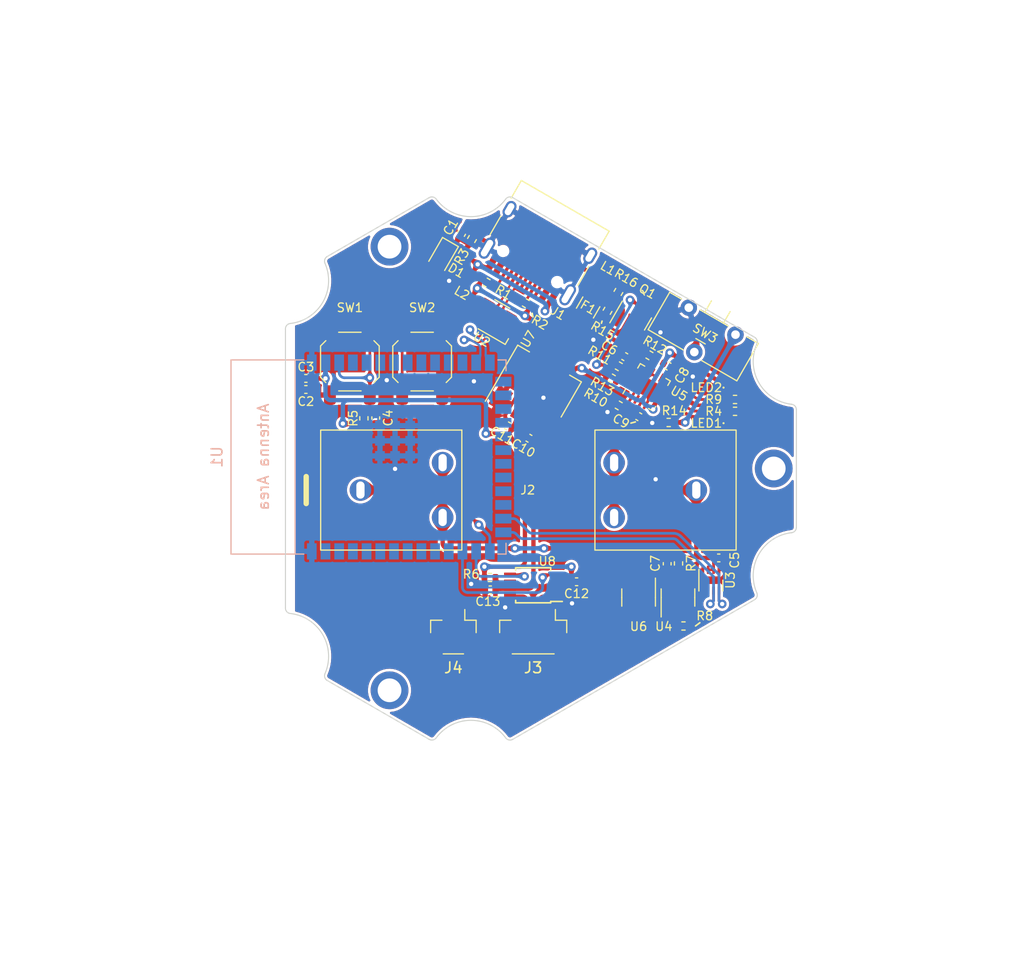
<source format=kicad_pcb>
(kicad_pcb (version 20211014) (generator pcbnew)
  (layers (0 "F.Cu" signal) (31 "B.Cu" signal) (34 "B.Paste" user) (35 "F.Paste" user) (36 "B.SilkS" user "B.Silkscreen") (37 "F.SilkS" user "F.Silkscreen") (38 "B.Mask" user) (39 "F.Mask" user) (44 "Edge.Cuts" user))
  (net 0 "")
  (net 1 "GNDPWR")
  (net 2 "Earth")
  (net 3 "GND")
  (net 4 "+BATT")
  (net 5 "+5V")
  (net 6 "Net-(C7-Pad1)")
  (net 7 "Net-(C7-Pad2)")
  (net 8 "+VSW")
  (net 9 "+3.3V")
  (net 10 "Net-(F1-Pad2)")
  (net 11 "VBUS")
  (net 12 "Net-(J1-PadA5)")
  (net 13 "USB-D+")
  (net 14 "USB-D-")
  (net 16 "Net-(J1-PadB5)")
  (net 18 "Net-(LED1-Pad1)")
  (net 19 "Net-(LED2-Pad1)")
  (net 20 "Net-(Q1-Pad1)")
  (net 21 "SYSOFF")
  (net 22 "Net-(R8-Pad2)")
  (net 23 "Net-(R9-Pad2)")
  (net 24 "Net-(R10-Pad1)")
  (net 25 "Net-(R11-Pad1)")
  (net 26 "/ILIM")
  (net 27 "Net-(R13-Pad1)")
  (net 28 "Net-(R14-Pad1)")
  (net 31 "Net-(U4-Pad1)")
  (net 32 "Net-(U4-Pad3)")
  (net 37 "I2c+")
  (net 38 "I2c-")
  (net 39 "Net-(R4-Pad2)")
  (net 40 "EN")
  (net 41 "MOSI_HV")
  (net 42 "SCK_HV")
  (net 43 "Net-(R6-Pad2)")
  (net 44 "SCK_LV")
  (net 45 "MOSI_LV")
  (net 50 "GPIO0")
  (footprint "Package_DFN_QFN:DFN-8-1EP_2x2mm_P0.5mm_EP0.7x1.3mm" (layer "F.Cu") (at 17.070507 21.99628 -90)
    (fp_text reference "U3")
    (fp_text value "MAX17048")
  )
  (footprint "Package_TO_SOT_SMD:SOT-23-6" (layer "F.Cu") (at 14.020508 23.603777 90)
    (fp_text reference "U4")
    (fp_text value "DW01A")
  )
  (footprint "Package_SO:TSSOP-8_3x3mm_P0.65mm" (layer "F.Cu") (at 0.595514 22.469371 180)
    (fp_text reference "U8")
    (fp_text value "TXB0102DCT")
  )
  (footprint "Fuse:Fuse_1206_3216Metric" (layer "F.Cu") (at 5.691156 -3.289612 60)
    (fp_text reference "F1")
    (fp_text value "1.5A")
  )
  (footprint "Capacitor_SMD:C_0402_1005Metric" (layer "F.Cu") (at -3.384486 22.89437 180)
    (fp_text reference "C13")
    (fp_text value "0.1 uF")
  )
  (footprint "Resistor_SMD:R_0402_1005Metric" (layer "F.Cu") (at 13.160258 7.373528 180)
    (fp_text reference "R14")
    (fp_text value "100 kOhm")
  )
  (footprint "LED_SMD:LED_0402_1005Metric" (layer "F.Cu") (at 19.335 7.439999)
    (fp_text reference "LED1")
    (fp_text value "green")
  )
  (footprint "Package_TO_SOT_SMD:SOT-23" (layer "F.Cu") (at 9.891087 -2.539096 60)
    (fp_text reference "Q1")
    (fp_text value "2N7002")
  )
  (footprint "Capacitor_SMD:C_0402_1005Metric" (layer "F.Cu") (at 13.020505 20.473777 -90)
    (fp_text reference "C7")
    (fp_text value "100 nF")
  )
  (footprint "Capacitor_SMD:C_0402_1005Metric" (layer "F.Cu") (at 13.097971 2.141418 -30)
    (fp_text reference "C8")
    (fp_text value "4.7 uF")
  )
  (footprint "Resistor_SMD:R_0402_1005Metric" (layer "F.Cu") (at 11.374574 1.146414 150)
    (fp_text reference "R12")
    (fp_text value "1k2")
  )
  (footprint "Capacitor_SMD:C_0402_1005Metric" (layer "F.Cu") (at 9.08681 1.268951 150)
    (fp_text reference "C6")
    (fp_text value "4.7 uF")
  )
  (footprint "Inductor_SMD:L_0402_1005Metric" (layer "F.Cu") (at 6.954963 -5.908582 -30)
    (fp_text reference "L1")
    (fp_text value "BLM15PX121SN1D")
  )
  (footprint "MountingHole:MountingHole_2.2mm_M2_ISO7380_Pad" (layer "F.Cu") (at -12.724137 -8.926608 -30)
    (fp_text reference "H1" hide)
    (fp_text value "Frame Attach")
  )
  (footprint "Capacitor_SMD:C_0402_1005Metric" (layer "F.Cu") (at 4.620513 22.144371)
    (fp_text reference "C12")
    (fp_text value "0.1 uF")
  )
  (footprint "Resistor_SMD:R_0402_1005Metric" (layer "F.Cu") (at 19.310003 6.339999 180)
    (fp_text reference "R4")
    (fp_text value "1.5 kOhm")
  )
  (footprint "Resistor_SMD:R_0402_1005Metric" (layer "F.Cu") (at 7.489223 -2.978952 60)
    (fp_text reference "R15")
    (fp_text value "100 Ohm")
  )
  (footprint "Connector_JST:JST_SH_BM04B-SRSS-TB_1x04-1MP_P1.00mm_Vertical" (layer "F.Cu") (at 0.595514 26.819371 180)
    (fp_text reference "J3")
    (fp_text value "DOTSTAR PANEL")
  )
  (footprint "Diode_SMD:D_SOD-323" (layer "F.Cu") (at -7.823725 -8.056147 -120)
    (fp_text reference "D1")
    (fp_text value "BSD3C051V")
  )
  (footprint "Capacitor_SMD:C_0402_1005Metric" (layer "F.Cu") (at 0.203925 8.835451 150)
    (fp_text reference "C10")
    (fp_text value "1 uF")
  )
  (footprint "MountingHole:MountingHole_2.2mm_M2_ISO7380_Pad" (layer "F.Cu") (at -12.724138 32.206609 -30)
    (fp_text reference "H3" hide)
    (fp_text value "Frame Attach")
  )
  (footprint "Resistor_SMD:R_0402_1005Metric" (layer "F.Cu") (at 8.53583 2.163272 150)
    (fp_text reference "R11")
    (fp_text value "47k")
  )
  (footprint "Capacitor_SMD:C_0402_1005Metric" (layer "F.Cu") (at -20.480869 4.315087 180)
    (fp_text reference "C2")
    (fp_text value "22uF")
  )
  (footprint "Resistor_SMD:R_0402_1005Metric" (layer "F.Cu") (at -5.079161 -9.634877 -120)
    (fp_text reference "R3")
    (fp_text value "1 MOhm")
  )
  (footprint "Capacitor_SMD:C_0402_1005Metric" (layer "F.Cu") (at 10.387968 6.835273 -30)
    (fp_text reference "C9")
    (fp_text value "4.7 uF")
  )
  (footprint "marbastlib-various:SW_SSSS213100" (layer "F.Cu") (at 16.364528 -0.591437 -30)
    (fp_text reference "SW3")
    (fp_text value "PWR")
  )
  (footprint "Package_DFN_QFN:VQFN-16-1EP_3x3mm_P0.5mm_EP1.6x1.6mm" (layer "F.Cu") (at 11.11577 4.114687 60)
    (fp_text reference "U5")
    (fp_text value "BQ24075")
  )
  (footprint "Resistor_SMD:R_0402_1005Metric" (layer "F.Cu") (at -3.72154 -5.606338 -30)
    (fp_text reference "R1")
    (fp_text value "22kOhm")
  )
  (footprint "Resistor_SMD:R_0402_1005Metric" (layer "F.Cu") (at 14.530507 26.243778 180)
    (fp_text reference "R8")
    (fp_text value "1 kOhm")
  )
  (footprint "marbastlib-various:SOT-23-6-routable" (layer "F.Cu") (at -3.039324 -2.267979 150)
    (fp_text reference "U2")
    (fp_text value "SRV05-4")
  )
  (footprint "marbastlib-various:SW_SPST_SKQG_WithStem" (layer "F.Cu") (at -9.700868 1.728622 -90)
    (fp_text reference "SW2")
    (fp_text value "BOOT")
  )
  (footprint "Capacitor_SMD:C_0402_1005Metric" (layer "F.Cu") (at -6.046788 -10.158889 60)
    (fp_text reference "C1")
    (fp_text value "100 nF")
  )
  (footprint "Inductor_SMD:L_0402_1005Metric" (layer "F.Cu") (at -5.263936 -6.052286 -120)
    (fp_text reference "L2")
    (fp_text value "BLM15PX121SN1D")
  )
  (footprint "Capacitor_SMD:C_0402_1005Metric" (layer "F.Cu") (at -20.480869 3.290088 180)
    (fp_text reference "C3")
    (fp_text value "0.1uF")
  )
  (footprint "Resistor_SMD:R_0402_1005Metric" (layer "F.Cu") (at -15.100868 6.98862 -90)
    (fp_text reference "R5")
    (fp_text value "100K")
  )
  (footprint "Capacitor_SMD:C_0402_1005Metric" (layer "F.Cu") (at 17.800508 19.933775 180)
    (fp_text reference "C5")
    (fp_text value "100 nF")
  )
  (footprint "Resistor_SMD:R_0402_1005Metric" (layer "F.Cu") (at 14.070506 20.443779 -90)
    (fp_text reference "R7")
    (fp_text value "100 Ohm")
  )
  (footprint "Package_TO_SOT_SMD:SOT-23-6" (layer "F.Cu") (at 10.370508 23.603777 -90)
    (fp_text reference "U6")
    (fp_text value "FS8205")
  )
  (footprint "Resistor_SMD:R_0402_1005Metric" (layer "F.Cu") (at 8.528335 5.796252 150)
    (fp_text reference "R10")
    (fp_text value "10 kOhm")
  )
  (footprint "Resistor_SMD:R_0402_1005Metric" (layer "F.Cu") (at -0.087176 -3.681246 150)
    (fp_text reference "R2")
    (fp_text value "22kOhm")
  )
  (footprint "MountingHole:MountingHole_2.2mm_M2_ISO7380_Pad" (layer "F.Cu") (at 22.898274 11.640001 -30)
    (fp_text reference "H2" hide)
    (fp_text value "Frame Attach")
  )
  (footprint "Capacitor_SMD:C_0402_1005Metric" (layer "F.Cu") (at -1.77966 7.690225 150)
    (fp_text reference "C11")
    (fp_text value "1 uF")
  )
  (footprint "Package_TO_SOT_SMD:SOT-223-3_TabPin2" (layer "F.Cu") (at 1.158144 3.561797 60)
    (fp_text reference "U7")
    (fp_text value "TLV1117LV33DCYR")
  )
  (footprint "Resistor_SMD:R_0402_1005Metric" (layer "F.Cu") (at 19.310003 5.240001 180)
    (fp_text reference "R9")
    (fp_text value "1.5 kOhm")
  )
  (footprint "Resistor_SMD:R_0402_1005Metric" (layer "F.Cu") (at -3.414487 21.744372)
    (fp_text reference "R6")
    (fp_text value "10 kOhm")
  )
  (footprint "Resistor_SMD:R_0402_1005Metric" (layer "F.Cu") (at 7.885829 3.289105 150)
    (fp_text reference "R13")
    (fp_text value "1k2")
  )
  (footprint "custom:Keystone 18350 clips" (layer "F.Cu") (at 0.15 13.64 180)
    (fp_text reference "J2")
    (fp_text value "Battery")
  )
  (footprint "LED_SMD:LED_0402_1005Metric" (layer "F.Cu") (at 19.335004 4.140001)
    (fp_text reference "LED2")
    (fp_text value "orange")
  )
  (footprint "Resistor_SMD:R_0402_1005Metric" (layer "F.Cu") (at 8.499224 -4.728326 60)
    (fp_text reference "R16")
    (fp_text value "10 kOhm")
  )
  (footprint "marbastlib-various:SW_SPST_SKQG_WithStem" (layer "F.Cu") (at -16.400867 1.728621 90)
    (fp_text reference "SW1")
    (fp_text value "RESET")
  )
  (footprint "Connector_USB:USB_C_Receptacle_HRO_TYPE-C-31-M-12" (layer "F.Cu") (at 1.61869 -9.33589 150)
    (fp_text reference "J1")
    (fp_text value "HRO_TYPE-C-31-M-12")
  )
  (footprint "Connector_JST:JST_SH_BM02B-SRSS-TB_1x02-1MP_P1.00mm_Vertical" (layer "F.Cu") (at -6.804486 26.819371 180)
    (fp_text reference "J4")
    (fp_text value "POWER")
  )
  (footprint "Capacitor_SMD:C_0402_1005Metric" (layer "F.Cu") (at -14.000869 6.95862 -90)
    (fp_text reference "C4")
    (fp_text value "1uF")
  )
  (footprint "Espressif:ESP32-S3-WROOM-1" (layer "B.Cu") (at -11.672334 10.574999 -90)
    (fp_text reference "U1")
    (fp_text value "ESP32-S3-WROOM-1")
  )
  (gr_line (start 0.578832 -2.414227) (end 0.503831 -2.744132) (layer "F.SilkS") (width 0.15))
  (gr_line (start 16.05 25.94) (end 15.650001 26.239999) (layer "F.SilkS") (width 0.15))
  (gr_line (start 6.925003 -1.826695) (end 6.981698 -2.024898) (layer "F.SilkS") (width 0.15))
  (gr_line (start 9.66218 7.432375) (end 10.071987 7.322566) (layer "F.SilkS") (width 0.15))
  (gr_arc (start 21.333401 23.173139) (mid 21.534172 19.570422) (end 24.553829 17.595191) (layer "Edge.Cuts") (width 0.1))
  (gr_arc (start -18.709265 -7.382767) (mid -18.910039 -3.780054) (end -21.929692 -1.804821) (layer "Edge.Cuts") (width 0.1))
  (gr_arc (start -1.301154 36.754404) (mid -1.653487 36.810797) (end -1.953707 36.617957) (layer "Edge.Cuts") (width 0.1))
  (gr_line (start -9.047119 -13.47441) (end -18.501152 -8.016121) (layer "Edge.Cuts") (width 0.1))
  (gr_arc (start 21.12529 -0.526494) (mid 21.350347 -0.249562) (end 21.333402 0.10686) (layer "Edge.Cuts") (width 0.1))
  (gr_arc (start -1.953707 -13.337957) (mid -1.653491 -13.530805) (end -1.301154 -13.474409) (layer "Edge.Cuts") (width 0.1))
  (gr_arc (start 24.553832 5.684805) (mid 24.870961 5.848366) (end 24.998275 6.181706) (layer "Edge.Cuts") (width 0.1))
  (gr_arc (start 21.333401 23.173139) (mid 21.350302 23.529556) (end 21.125292 23.806494) (layer "Edge.Cuts") (width 0.1))
  (gr_arc (start -8.394566 36.61796) (mid -5.174137 34.990474) (end -1.953707 36.617957) (layer "Edge.Cuts") (width 0.1))
  (gr_arc (start -8.394566 36.61796) (mid -8.694781 36.810822) (end -9.04712 36.754407) (layer "Edge.Cuts") (width 0.1))
  (gr_arc (start 24.553832 5.684805) (mid 21.534203 3.709566) (end 21.333402 0.10686) (layer "Edge.Cuts") (width 0.1))
  (gr_line (start -1.301154 36.754404) (end 21.125292 23.806494) (layer "Edge.Cuts") (width 0.1))
  (gr_line (start -18.501154 31.296117) (end -9.04712 36.754407) (layer "Edge.Cuts") (width 0.1))
  (gr_line (start 21.12529 -0.526494) (end -1.301154 -13.474409) (layer "Edge.Cuts") (width 0.1))
  (gr_arc (start -18.709265 -7.382767) (mid -18.726169 -7.73919) (end -18.501152 -8.016121) (layer "Edge.Cuts") (width 0.1))
  (gr_arc (start -21.929692 25.084819) (mid -18.910038 27.060051) (end -18.709262 30.662764) (layer "Edge.Cuts") (width 0.1))
  (gr_line (start -22.374138 -1.307916) (end -22.374138 24.587911) (layer "Edge.Cuts") (width 0.1))
  (gr_arc (start -9.047119 -13.47441) (mid -8.694784 -13.530813) (end -8.394568 -13.33796) (layer "Edge.Cuts") (width 0.1))
  (gr_arc (start 24.998278 17.098288) (mid 24.870975 17.431631) (end 24.553829 17.595191) (layer "Edge.Cuts") (width 0.1))
  (gr_arc (start -18.501154 31.296117) (mid -18.726169 31.019186) (end -18.709262 30.662764) (layer "Edge.Cuts") (width 0.1))
  (gr_arc (start -22.374138 -1.307916) (mid -22.246814 -1.641249) (end -21.929692 -1.804821) (layer "Edge.Cuts") (width 0.1))
  (gr_arc (start -1.953707 -13.337957) (mid -5.174139 -11.710472) (end -8.394568 -13.33796) (layer "Edge.Cuts") (width 0.1))
  (gr_line (start 24.998278 17.098288) (end 24.998275 6.181706) (layer "Edge.Cuts") (width 0.1))
  (gr_arc (start -21.929692 25.084819) (mid -22.246817 24.921248) (end -22.374138 24.587911) (layer "Edge.Cuts") (width 0.1))
  (segment (start -4.511187 -7.356089) (end -5.281321 -7.80072) (width 0.4) (layer "F.Cu") (net 1))
  (segment (start -5.281321 -7.80072) (end -5.4909 -7.921723) (width 0.4) (layer "F.Cu") (net 1))
  (segment (start -7.298728 -8.965473) (end -5.4909 -7.921723) (width 0.4) (layer "F.Cu") (net 1))
  (segment (start -4.511187 -7.356089) (end -4.018657 -7.071722) (width 0.4) (layer "F.Cu") (net 1))
  (segment (start -5.67391 -8.604732) (end -5.334163 -9.193199) (width 0.4) (layer "F.Cu") (net 1))
  (segment (start 2.410773 -4.207823) (end 1.683272 -2.947748) (width 0.4) (layer "F.Cu") (net 1))
  (segment (start -5.334164 -9.193202) (end -6.286782 -9.743197) (width 0.4) (layer "F.Cu") (net 1))
  (segment (start -5.021436 -6.472306) (end -4.511187 -7.356089) (width 0.4) (layer "F.Cu") (net 1))
  (via (at 1.683272 -2.947748) (size 0.8) (drill 0.4) (layers "F.Cu" "B.Cu") (net 1))
  (via (at -4.551562 -7.286157) (size 0.8) (drill 0.4) (layers "F.Cu" "B.Cu") (net 1))
  (arc (start -3.335641 -7.254733) (mid -3.639244 -7.021772) (end -4.018657 -7.071722) (width 0.4) (layer "F.Cu") (net 1))
  (arc (start -5.4909 -7.921723) (mid -5.72386 -8.225326) (end -5.67391 -8.604732) (width 0.4) (layer "F.Cu") (net 1))
  (segment (start 1.799157 -3.14847) (end 1.683272 -2.947748) (width 0.4) (layer "B.Cu") (net 1))
  (segment (start -4.551562 -7.286157) (end 1.570136 -3.751795) (width 0.4) (layer "B.Cu") (net 1))
  (arc (start 1.570136 -3.751795) (mid 1.803089 -3.448184) (end 1.753136 -3.068756) (width 0.4) (layer "B.Cu") (net 1))
  (segment (start -5.80679 -10.574585) (end -3.442538 -9.209584) (width 0.4) (layer "F.Cu") (net 2))
  (segment (start -1.597539 -12.405216) (end -3.687539 -8.785231) (width 0.4) (layer "B.Cu") (net 2))
  (segment (start 5.884921 -8.085213) (end -1.597539 -12.405216) (width 0.4) (layer "B.Cu") (net 2))
  (segment (start 3.79492 -4.465231) (end 5.884921 -8.085213) (width 0.4) (layer "B.Cu") (net 2))
  (segment (start 16.820505 22.958779) (end 16.820508 22.246279) (width 0.25) (layer "F.Cu") (net 3))
  (segment (start 11.244042 5.392514) (end 11.228485 5.334463) (width 0.2) (layer "F.Cu") (net 3))
  (segment (start 11.207276 4.45619) (end 12.235682 5.04994) (width 0.25) (layer "F.Cu") (net 3))
  (segment (start 16.320511 21.996279) (end 17.070507 21.99628) (width 0.25) (layer "F.Cu") (net 3))
  (segment (start 11.228485 5.334463) (end 11.261089 5.27799) (width 0.2) (layer "F.Cu") (net 3))
  (segment (start 17.820509 21.033778) (end 17.820508 21.996278) (width 0.25) (layer "F.Cu") (net 3))
  (segment (start 17.820508 21.996278) (end 17.070507 21.99628) (width 0.25) (layer "F.Cu") (net 3))
  (segment (start 12.299448 3.989797) (end 12.268831 3.972119) (width 0.2) (layer "F.Cu") (net 3))
  (segment (start 16.320506 21.03378) (end 16.320511 21.996279) (width 0.25) (layer "F.Cu") (net 3))
  (segment (start 11.046541 5.734601) (end 11.244042 5.392514) (width 0.2) (layer "F.Cu") (net 3))
  (segment (start 12.367752 3.971495) (end 12.299448 3.989797) (width 0.2) (layer "F.Cu") (net 3))
  (segment (start 12.268831 3.972119) (end 11.312617 4.228334) (width 0.2) (layer "F.Cu") (net 3))
  (segment (start 12.735682 4.183917) (end 12.367752 3.971495) (width 0.2) (layer "F.Cu") (net 3))
  (segment (start 16.820508 22.246279) (end 17.070507 21.99628) (width 0.25) (layer "F.Cu") (net 3))
  (segment (start 11.261089 5.27799) (end 11.002122 4.311525) (width 0.2) (layer "F.Cu") (net 3))
  (via (at -7.2 -5.759999) (size 0.8) (drill 0.4) (layers "F.Cu" "B.Cu") (net 3))
  (via (at 7.483722 6.405577) (size 0.8) (drill 0.4) (layers "F.Cu" "B.Cu") (net 3))
  (via (at 1.545515 5.078347) (size 0.8) (drill 0.4) (layers "F.Cu" "B.Cu") (net 3))
  (via (at 11.949999 12.64) (size 0.8) (drill 0.4) (layers "F.Cu" "B.Cu") (net 3))
  (via (at -5.154486 22.34437) (size 0.8) (drill 0.4) (layers "F.Cu" "B.Cu") (net 3))
  (via (at -2.004486 24.519371) (size 0.8) (drill 0.4) (layers "F.Cu" "B.Cu") (net 3))
  (via (at 15.395514 3.119371) (size 0.8) (drill 0.4) (layers "F.Cu" "B.Cu") (net 3))
  (via (at 4.195514 24.144369) (size 0.8) (drill 0.4) (layers "F.Cu" "B.Cu") (net 3))
  (via (at -4.900602 3.55585) (size 0.8) (drill 0.4) (layers "F.Cu" "B.Cu") (net 3))
  (via (at 6.172426 -0.2982) (size 0.8) (drill 0.4) (layers "F.Cu" "B.Cu") (net 3))
  (via (at 11.634421 7.416349) (size 0.8) (drill 0.4) (layers "F.Cu" "B.Cu") (net 3))
  (via (at -12.981082 3.451653) (size 0.8) (drill 0.4) (layers "F.Cu" "B.Cu") (net 3))
  (via (at 12.395514 -0.980629) (size 0.8) (drill 0.4) (layers "F.Cu" "B.Cu") (net 3))
  (via (at -12.212334 11.674999) (size 0.8) (drill 0.4) (layers "F.Cu" "B.Cu") (net 3))
  (segment (start 8.100001 14.140002) (end 8.1 16.179999) (width 0.4) (layer "F.Cu") (net 4))
  (segment (start 8.100001 13.14) (end 8.100001 11.1) (width 0.4) (layer "F.Cu") (net 4))
  (segment (start 16.820507 21.033779) (end 17.320506 21.033777) (width 0.25) (layer "F.Cu") (net 4))
  (segment (start 10.613526 5.484597) (end 10.397022 5.359598) (width 0.25) (layer "F.Cu") (net 4))
  (segment (start 14.070506 19.933779) (end 15.22 19.933779) (width 0.4) (layer "F.Cu") (net 4))
  (segment (start 10.397022 5.359598) (end 10.180517 5.234597) (width 0.25) (layer "F.Cu") (net 4))
  (segment (start 15.719999 13.640003) (end 15.720001 19.433777) (width 0.4) (layer "F.Cu") (net 4))
  (segment (start 10.61353 5.484602) (end 10.047281 6.465372) (width 0.25) (layer "F.Cu") (net 4))
  (segment (start 17.320506 21.033777) (end 17.320506 19.933775) (width 0.25) (layer "F.Cu") (net 4))
  (segment (start 11.419742 8.504837) (end 9.94029 7.650678) (width 0.4) (layer "F.Cu") (net 4))
  (segment (start 15.22 19.933779) (end 15.22 19.933778) (width 0.4) (layer "F.Cu") (net 4))
  (segment (start 12.650255 7.373526) (end 12.102756 8.321829) (width 0.4) (layer "F.Cu") (net 4))
  (segment (start 15.719999 13.640003) (end 8.6 13.64) (width 0.4) (layer "F.Cu") (net 4))
  (segment (start 7.869065 10.238137) (end 9.257277 7.83369) (width 0.4) (layer "F.Cu") (net 4))
  (segment (start 16.220001 19.933778) (end 16.856223 19.933777) (width 0.4) (layer "F.Cu") (net 4))
  (segment (start 16.856223 19.933777) (end 17.320506 19.933775) (width 0.4) (layer "F.Cu") (net 4))
  (segment (start 9.972277 6.595271) (end 9.257277 7.83369) (width 0.4) (layer "F.Cu") (net 4))
  (segment (start 8.100001 11.1) (end 7.869065 10.238137) (width 0.4) (layer "F.Cu") (net 4))
  (arc (start 15.720001 19.433777) (mid 15.866447 19.78733) (end 16.220001 19.933778) (width 0.4) (layer "F.Cu") (net 4))
  (arc (start 12.102756 8.321829) (mid 11.799152 8.554789) (end 11.419742 8.504837) (width 0.4) (layer "F.Cu") (net 4))
  (arc (start 8.100001 14.140002) (mid 8.246447 13.786448) (end 8.6 13.64) (width 0.4) (layer "F.Cu") (net 4))
  (arc (start 15.720001 19.433777) (mid 15.573554 19.787331) (end 15.22 19.933778) (width 0.4) (layer "F.Cu") (net 4))
  (arc (start 8.6 13.64) (mid 8.246446 13.493554) (end 8.100001 13.14) (width 0.4) (layer "F.Cu") (net 4))
  (arc (start 9.257277 7.83369) (mid 9.560881 7.60073) (end 9.94029 7.650678) (width 0.4) (layer "F.Cu") (net 4))
  (segment (start 10.245861 2.746416) (end 10.270862 2.703113) (width 0.25) (layer "F.Cu") (net 5))
  (segment (start 0.3545 -3.426248) (end -0.170504 -2.516919) (width 0.4) (layer "F.Cu") (net 5))
  (segment (start 9.49449 0.522826) (end 4.991155 -2.077177) (width 0.4) (layer "F.Cu") (net 5))
  (segment (start 10.345855 2.573211) (end 10.295856 2.659812) (width 0.4) (layer "F.Cu") (net 5))
  (segment (start 9.502501 1.508947) (end 10.162846 1.890196) (width 0.4) (layer "F.Cu") (net 5))
  (segment (start -4.163214 -5.861345) (end -4.603214 -5.09924) (width 0.4) (layer "F.Cu") (net 5))
  (segment (start 1.627179 -1.479027) (end -0.170504 -2.516919) (width 0.4) (layer "F.Cu") (net 5))
  (segment (start -4.987878 -3.392976) (end -4.056903 -2.85548) (width 0.4) (layer "F.Cu") (net 5))
  (segment (start -4.603214 -5.09924) (end -4.595891 -5.071916) (width 0.4) (layer "F.Cu") (net 5))
  (segment (start 10.270862 2.703113) (end 10.295856 2.659812) (width 0.25) (layer "F.Cu") (net 5))
  (segment (start 9.5025 1.508948) (end 9.677504 1.205837) (width 0.4) (layer "F.Cu") (net 5))
  (segment (start 6.724223 -1.653937) (end 7.234223 -2.53728) (width 0.4) (layer "F.Cu") (net 5))
  (segment (start 4.991156 -2.077174) (end 6.041211 -1.470924) (width 0.4) (layer "F.Cu") (net 5))
  (segment (start -4.595891 -5.071916) (end -5.170888 -4.075988) (width 0.4) (layer "F.Cu") (net 5))
  (segment (start 4.991157 -2.077178) (end 2.385996 -1.379129) (width 0.4) (layer "F.Cu") (net 5))
  (via (at -4.595891 -5.071916) (size 0.8) (drill 0.4) (layers "F.Cu" "B.Cu") (net 5))
  (via (at -0.170504 -2.516919) (size 0.8) (drill 0.4) (layers "F.Cu" "B.Cu") (net 5))
  (arc (start 2.385996 -1.379129) (mid 1.996649 -1.353608) (end 1.627179 -1.479027) (width 0.4) (layer "F.Cu") (net 5))
  (arc (start 9.49449 0.522826) (mid 9.727455 0.826427) (end 9.677504 1.205837) (width 0.4) (layer "F.Cu") (net 5))
  (arc (start 10.162846 1.890196) (mid 10.395807 2.193797) (end 10.345855 2.573211) (width 0.4) (layer "F.Cu") (net 5))
  (arc (start 6.041211 -1.470924) (mid 6.420621 -1.420977) (end 6.724223 -1.653937) (width 0.4) (layer "F.Cu") (net 5))
  (arc (start -4.987878 -3.392976) (mid -5.22084 -3.696578) (end -5.170888 -4.075988) (width 0.4) (layer "F.Cu") (net 5))
  (segment (start -4.595891 -5.071916) (end -0.179162 -2.521918) (width 0.4) (layer "B.Cu") (net 5))
  (segment (start 14.02051 22.466276) (end 14.02051 21.003776) (width 0.4) (layer "F.Cu") (net 6))
  (segment (start 14.050505 20.953777) (end 13.07051 19.973778) (width 0.3) (layer "F.Cu") (net 6))
  (segment (start -7.799999 13.139995) (end -7.8 11.099998) (width 0.4) (layer "F.Cu") (net 7))
  (segment (start -8.3 13.639999) (end -15.419999 13.639998) (width 0.4) (layer "F.Cu") (net 7))
  (segment (start 11.320508 19.544372) (end 11.320508 22.466277) (width 0.4) (layer "F.Cu") (net 7))
  (segment (start 11.320506 22.46628) (end 13.07051 22.466278) (width 0.4) (layer "F.Cu") (net 7))
  (segment (start 1.595015 19.044371) (end 10.820508 19.04437) (width 0.4) (layer "F.Cu") (net 7))
  (segment (start -7.800001 18.544372) (end -7.799999 16.179997) (width 0.4) (layer "F.Cu") (net 7))
  (segment (start 13.07051 22.466278) (end 13.070507 21.003773) (width 0.4) (layer "F.Cu") (net 7))
  (segment (start -7.8 14.139998) (end -7.8 16.179999) (width 0.4) (layer "F.Cu") (net 7))
  (segment (start -1.104487 19.044371) (end -7.300001 19.04437) (width 0.4) (layer "F.Cu") (net 7))
  (via (at 1.595015 19.044371) (size 0.8) (drill 0.4) (layers "F.Cu" "B.Cu") (net 7))
  (via (at -1.104487 19.044371) (size 0.8) (drill 0.4) (layers "F.Cu" "B.Cu") (net 7))
  (arc (start -7.300001 19.04437) (mid -7.653553 18.897923) (end -7.800001 18.544372) (width 0.4) (layer "F.Cu") (net 7))
  (arc (start -7.799999 13.139995) (mid -7.946447 13.49355) (end -8.3 13.639999) (width 0.4) (layer "F.Cu") (net 7))
  (arc (start 11.320508 19.544372) (mid 11.174061 19.190818) (end 10.820508 19.04437) (width 0.4) (layer "F.Cu") (net 7))
  (arc (start -8.3 13.639999) (mid -7.946447 13.786444) (end -7.8 14.139998) (width 0.4) (layer "F.Cu") (net 7))
  (segment (start 1.595015 19.044371) (end -1.104487 19.044371) (width 0.4) (layer "B.Cu") (net 7))
  (segment (start 20.490003 4.639999) (end 20.490003 6.940001) (width 0.4) (layer "F.Cu") (net 8))
  (segment (start 17.631352 3.430858) (end 13.257277 0.905488) (width 0.4) (layer "F.Cu") (net 8))
  (segment (start 11.985681 5.482957) (end 11.925686 5.586878) (width 0.2) (layer "F.Cu") (net 8))
  (segment (start 19.990001 7.439997) (end 19.820002 7.439999) (width 0.4) (layer "F.Cu") (net 8))
  (segment (start -2.904486 22.894371) (end -2.904486 24.994371) (width 0.4) (layer "F.Cu") (net 8))
  (segment (start 13.157276 1.078693) (end 12.682278 1.901416) (width 0.4) (layer "F.Cu") (net 8))
  (segment (start 18.389459 3.117778) (end 18.314363 3.247846) (width 0.4) (layer "F.Cu") (net 8))
  (segment (start 19.820006 4.14) (end 19.990001 4.140002) (width 0.4) (layer "F.Cu") (net 8))
  (segment (start 12.051027 2.994771) (end 12.682278 1.901416) (width 0.25) (layer "F.Cu") (net 8))
  (segment (start -1.554486 22.794371) (end 0.119618 22.794371) (width 0.4) (layer "F.Cu") (net 8))
  (segment (start 0.632659 9.071958) (end 1.575002 7.439778) (width 0.4) (layer "F.Cu") (net 8))
  (segment (start 5.101763 2.331245) (end 5.10176 2.331248) (width 0.4) (layer "F.Cu") (net 8))
  (segment (start 0.619617 22.294369) (end 0.619617 9.075451) (width 0.4) (layer "F.Cu") (net 8))
  (segment (start -2.404487 25.494371) (end -0.904486 25.494371) (width 0.4) (layer "F.Cu") (net 8))
  (segment (start 19.721989 3.309762) (end 19.072472 2.934763) (width 0.4) (layer "F.Cu") (net 8))
  (segment (start -1.554487 22.794372) (end -2.904487 22.794373) (width 0.4) (layer "F.Cu") (net 8))
  (segment (start 11.72686 6.156249) (end 11.685684 6.002569) (width 0.4) (layer "F.Cu") (net 8))
  (segment (start 11.923183 5.59121) (end 11.68568 6.002574) (width 0.4) (layer "F.Cu") (net 8))
  (segment (start 11.68568 6.002574) (end 11.72686 6.156249) (width 0.4) (layer "F.Cu") (net 8))
  (segment (start -3.404486 25.494371) (end -6.304485 25.494371) (width 0.4) (layer "F.Cu") (net 8))
  (segment (start 19.820006 4.14) (end 19.905003 3.992779) (width 0.4) (layer "F.Cu") (net 8))
  (segment (start 4.41875 2.51426) (end 1.575001 7.439777) (width 0.4) (layer "F.Cu") (net 8))
  (segment (start 11.977273 3.12251) (end 11.544262 2.872511) (width 0.25) (layer "F.Cu") (net 8))
  (via (at 5.101763 2.331245) (size 0.8) (drill 0.4) (layers "F.Cu" "B.Cu") (net 8))
  (via (at 13.257277 0.905488) (size 0.8) (drill 0.4) (layers "F.Cu" "B.Cu") (net 8))
  (via (at 11.72686 6.156249) (size 0.8) (drill 0.4) (layers "F.Cu" "B.Cu") (net 8))
  (arc (start -2.904486 24.994371) (mid -3.050934 25.347924) (end -3.404486 25.494371) (width 0.4) (layer "F.Cu") (net 8))
  (arc (start 20.490003 6.940001) (mid 20.343557 7.293553) (end 19.990001 7.439997) (width 0.4) (layer "F.Cu") (net 8))
  (arc (start -2.404487 25.494371) (mid -2.758039 25.347924) (end -2.904486 24.994371) (width 0.4) (layer "F.Cu") (net 8))
  (arc (start 20.490003 4.639999) (mid 20.343554 4.28645) (end 19.990001 4.140002) (width 0.4) (layer "F.Cu") (net 8))
  (arc (start 19.905003 3.992779) (mid 19.954953 3.613368) (end 19.721989 3.309762) (width 0.4) (layer "F.Cu") (net 8))
  (arc (start 0.119618 22.794371) (mid 0.47317 22.647923) (end 0.619617 22.294369) (width 0.4) (layer "F.Cu") (net 8))
  (arc (start 17.631352 3.430858) (mid 18.01076 3.480808) (end 18.314363 3.247846) (width 0.4) (layer "F.Cu") (net 8))
  (arc (start 5.10176 2.331248) (mid 4.722353 2.281295) (end 4.41875 2.51426) (width 0.4) (layer "F.Cu") (net 8))
  (arc (start 19.072472 2.934763) (mid 18.693061 2.884816) (end 18.389459 3.117778) (width 0.4) (layer "F.Cu") (net 8))
  (segment (start 10.851026 5.073236) (end 13.157276 1.078693) (width 0.4) (layer "B.Cu") (net 8))
  (segment (start 5.101763 2.331245) (end 10.168012 5.256246) (width 0.4) (layer "B.Cu") (net 8))
  (segment (start 11.72686 6.156249) (end 11.034041 5.756248) (width 0.4) (layer "B.Cu") (net 8))
  (arc (start 11.034041 5.756248) (mid 10.801075 5.452645) (end 10.851026 5.073236) (width 0.4) (layer "B.Cu") (net 8))
  (arc (start 10.168012 5.256246) (mid 10.54742 5.306193) (end 10.851026 5.073236) (width 0.4) (layer "B.Cu") (net 8))
  (segment (start -17.030868 7.498621) (end -17.050867 7.478619) (width 0.4) (layer "F.Cu") (net 9))
  (segment (start -1.363969 7.930224) (end -0.535034 6.494458) (width 0.4) (layer "F.Cu") (net 9))
  (segment (start -0.670539 20.74437) (end -3.929487 20.744371) (width 0.4) (layer "F.Cu") (net 9))
  (segment (start -0.170538 11.093909) (end -0.170539 20.244369) (width 0.4) (layer "F.Cu") (net 9))
  (segment (start -3.924488 20.749371) (end -3.929487 20.744371) (width 0.4) (layer "F.Cu") (net 9))
  (segment (start -3.794553 8.411538) (end -1.641855 8.411538) (width 0.4) (layer "F.Cu") (net 9))
  (segment (start -15.100868 7.498621) (end -17.030868 7.498621) (width 0.4) (layer "F.Cu") (net 9))
  (segment (start -0.41686 6.289775) (end 2.733144 0.833814) (width 0.4) (layer "F.Cu") (net 9))
  (segment (start -20.00087 4.31509) (end -20.000867 3.290088) (width 0.4) (layer "F.Cu") (net 9))
  (segment (start -3.924488 21.744372) (end -3.924488 20.749371) (width 0.4) (layer "F.Cu") (net 9))
  (segment (start 4.140512 20.74437) (end 4.140513 22.144371) (width 0.4) (layer "F.Cu") (net 9))
  (segment (start -1.641855 8.411538) (end -0.237524 10.843911) (width 0.4) (layer "F.Cu") (net 9))
  (segment (start 2.745515 22.14437) (end 4.140514 22.144371) (width 0.4) (layer "F.Cu") (net 9))
  (segment (start -1.641855 8.411538) (end -1.363969 7.930224) (width 0.4) (layer "F.Cu") (net 9))
  (segment (start -20.000867 3.290088) (end -18.662334 3.290087) (width 0.4) (layer "F.Cu") (net 9))
  (via (at -3.929487 20.744371) (size 0.8) (drill 0.4) (layers "F.Cu" "B.Cu") (net 9))
  (via (at -18.662334 3.290087) (size 0.8) (drill 0.4) (layers "F.Cu" "B.Cu") (net 9))
  (via (at -3.794553 8.411538) (size 0.8) (drill 0.4) (layers "F.Cu" "B.Cu") (net 9))
  (via (at 4.140512 20.74437) (size 0.8) (drill 0.4) (layers "F.Cu" "B.Cu") (net 9))
  (via (at -17.050867 7.478619) (size 0.8) (drill 0.4) (layers "F.Cu" "B.Cu") (net 9))
  (arc (start -0.170538 11.093909) (mid -0.187575 10.9645) (end -0.237524 10.843911) (width 0.4) (layer "F.Cu") (net 9))
  (arc (start -0.670539 20.74437) (mid -0.316986 20.597923) (end -0.170539 20.244369) (width 0.4) (layer "F.Cu") (net 9))
  (segment (start -17.050868 5.803619) (end -17.050864 6.72862) (width 0.4) (layer "B.Cu") (net 9))
  (segment (start -3.794553 8.411538) (end -3.776644 8.393627) (width 0.4) (layer "B.Cu") (net 9))
  (segment (start -3.776644 8.393627) (end -3.776644 5.747371) (width 0.4) (layer "B.Cu") (net 9))
  (segment (start -4.275868 5.303623) (end -18.162337 5.30362) (width 0.4) (layer "B.Cu") (net 9))
  (segment (start -18.662334 3.290087) (end -18.662335 1.825002) (width 0.4) (layer "B.Cu") (net 9))
  (segment (start -18.662334 4.803618) (end -18.662334 3.290087) (width 0.4) (layer "B.Cu") (net 9))
  (segment (start -17.050864 6.72862) (end -17.050867 7.478619) (width 0.4) (layer "B.Cu") (net 9))
  (segment (start 4.140512 20.74437) (end -3.929487 20.744371) (width 0.4) (layer "B.Cu") (net 9))
  (arc (start -17.050868 5.803619) (mid -16.904418 5.450067) (end -16.55087 5.303621) (width 0.4) (layer "B.Cu") (net 9))
  (arc (start -18.162337 5.30362) (mid -18.515889 5.157174) (end -18.662334 4.803618) (width 0.4) (layer "B.Cu") (net 9))
  (arc (start -3.776644 5.747371) (mid -3.942696 5.430801) (end -4.275868 5.303623) (width 0.4) (layer "B.Cu") (net 9))
  (segment (start 7.374986 -5.666083) (end 6.759986 -4.60087) (width 0.4) (layer "F.Cu") (net 10))
  (segment (start 1.852724 -6.26039) (end 2.058843 -5.491145) (width 0.4) (layer "F.Cu") (net 11))
  (segment (start -1.931027 -7.794699) (end -1.161784 -8.000817) (width 0.4) (layer "F.Cu") (net 11))
  (segment (start -2.52557 -7.057817) (end -2.234634 -7.561734) (width 0.4) (layer "F.Cu") (net 11))
  (segment (start 1.999169 -6.514041) (end 4.267674 -7.121885) (width 0.4) (layer "F.Cu") (net 11))
  (segment (start -0.782377 -7.950869) (end 1.619757 -6.563996) (width 0.4) (layer "F.Cu") (net 11))
  (segment (start 2.008889 -5.111737) (end 1.71795 -4.607813) (width 0.4) (layer "F.Cu") (net 11))
  (segment (start 5.026493 -7.021988) (end 6.53494 -6.151086) (width 0.4) (layer "F.Cu") (net 11))
  (arc (start 2.058843 -5.491145) (mid 2.071601 -5.296472) (end 2.008889 -5.111737) (width 0.4) (layer "F.Cu") (net 11))
  (arc (start 1.619757 -6.563996) (mid 1.804496 -6.501283) (end 1.999169 -6.514041) (width 0.4) (layer "F.Cu") (net 11))
  (arc (start -0.782377 -7.950869) (mid -0.967118 -8.013577) (end -1.161784 -8.000817) (width 0.4) (layer "F.Cu") (net 11))
  (arc (start 5.026493 -7.021988) (mid 4.657019 -7.147408) (end 4.267674 -7.121885) (width 0.4) (layer "F.Cu") (net 11))
  (arc (start -1.931027 -7.794699) (mid -2.106004 -7.708414) (end -2.234634 -7.561734) (width 0.4) (layer "F.Cu") (net 11))
  (arc (start 1.852724 -6.26039) (mid 1.766434 -6.43536) (end 1.619757 -6.563996) (width 0.4) (layer "F.Cu") (net 11))
  (segment (start 0.678724 -5.207817) (end 0.031228 -4.08632) (width 0.25) (layer "F.Cu") (net 12))
  (arc (start -0.528849 -3.936247) (mid -0.217732 -3.895291) (end 0.031228 -4.08632) (width 0.25) (layer "F.Cu") (net 12))
  (segment (start 0.300196 -6.552189) (end -0.187306 -5.707819) (width 0.2) (layer "F.Cu") (net 13))
  (segment (start -0.497526 -7.070494) (end 0.281896 -6.620493) (width 0.2) (layer "F.Cu") (net 13))
  (segment (start 0.281896 -6.620493) (end 0.300196 -6.552189) (width 0.2) (layer "F.Cu") (net 13))
  (segment (start -0.565829 -7.052196) (end -0.497526 -7.070494) (width 0.2) (layer "F.Cu") (net 13))
  (segment (start -2.318328 -4.016778) (end -2.530828 -3.648721) (width 0.2) (layer "F.Cu") (net 13))
  (segment (start -1.053328 -6.207818) (end -4.160127 -0.826681) (width 0.2) (layer "F.Cu") (net 13))
  (segment (start -1.053324 -6.20782) (end -0.565829 -7.052196) (width 0.2) (layer "F.Cu") (net 13))
  (segment (start -4.843141 -0.643668) (end -5.152926 -0.822523) (width 0.2) (layer "F.Cu") (net 13))
  (via (at -5.262734 -1.232333) (size 0.8) (drill 0.4) (layers "F.Cu" "B.Cu") (net 13))
  (arc (start -5.152926 -0.822523) (mid -5.292704 -1.004686) (end -5.262734 -1.232333) (width 0.2) (layer "F.Cu") (net 13))
  (arc (start -4.843141 -0.643668) (mid -4.46373 -0.593719) (end -4.160127 -0.826681) (width 0.2) (layer "F.Cu") (net 13))
  (arc (start -2.530828 -3.648721) (mid -2.834431 -3.415754) (end -3.213842 -3.465703) (width 0.2) (layer "F.Cu") (net 13))
  (segment (start -3.806419 0.533) (end -3.807336 1.140001) (width 0.2) (layer "B.Cu") (net 13))
  (segment (start -3.807336 1.140001) (end -3.422333 1.524998) (width 0.2) (layer "B.Cu") (net 13))
  (segment (start -5.152926 -0.822523) (end -4.306418 -0.333792) (width 0.2) (layer "B.Cu") (net 13))
  (arc (start -5.152926 -0.822523) (mid -5.292704 -1.004686) (end -5.262734 -1.232333) (width 0.2) (layer "B.Cu") (net 13))
  (arc (start -4.306418 -0.333792) (mid -3.940204 0.032569) (end -3.806419 0.533) (width 0.2) (layer "B.Cu") (net 13))
  (segment (start -0.241789 -4.613442) (end 0.245709 -5.457819) (width 0.2) (layer "F.Cu") (net 14))
  (segment (start -0.620317 -5.957818) (end -1.107816 -5.113443) (width 0.2) (layer "F.Cu") (net 14))
  (segment (start -1.107816 -5.113443) (end -1.089514 -5.045141) (width 0.2) (layer "F.Cu") (net 14))
  (segment (start -1.885314 -3.766776) (end -2.097813 -3.398715) (width 0.2) (layer "F.Cu") (net 14))
  (segment (start -0.620317 -5.957818) (end -3.727116 -0.576682) (width 0.2) (layer "F.Cu") (net 14))
  (segment (start -5.09314 -0.210655) (end -5.402927 -0.389512) (width 0.2) (layer "F.Cu") (net 14))
  (segment (start -1.089514 -5.045141) (end -0.310089 -4.595144) (width 0.2) (layer "F.Cu") (net 14))
  (segment (start -0.310089 -4.595144) (end -0.241789 -4.613442) (width 0.2) (layer "F.Cu") (net 14))
  (via (at -5.812734 -0.279704) (size 0.8) (drill 0.4) (layers "F.Cu" "B.Cu") (net 14))
  (arc (start -5.812734 -0.279704) (mid -5.630572 -0.419479) (end -5.402927 -0.389512) (width 0.2) (layer "F.Cu") (net 14))
  (arc (start -1.914805 -2.715703) (mid -2.147766 -3.019308) (end -2.097813 -3.398715) (width 0.2) (layer "F.Cu") (net 14))
  (arc (start -5.09314 -0.210655) (mid -4.334323 -0.110757) (end -3.727116 -0.576682) (width 0.2) (layer "F.Cu") (net 14))
  (segment (start -4.555865 0.099538) (end -5.402924 -0.38951) (width 0.2) (layer "B.Cu") (net 14))
  (segment (start -4.692332 1.525001) (end -4.307334 1.140001) (width 0.2) (layer "B.Cu") (net 14))
  (segment (start -4.307334 1.140001) (end -4.305866 0.533164) (width 0.2) (layer "B.Cu") (net 14))
  (arc (start -4.305866 0.533164) (mid -4.372701 0.28282) (end -4.555865 0.099538) (width 0.2) (layer "B.Cu") (net 14))
  (arc (start -5.402924 -0.38951) (mid -5.630572 -0.419479) (end -5.812734 -0.279704) (width 0.2) (layer "B.Cu") (net 14))
  (segment (start -2.596856 -5.534352) (end -1.919354 -6.707822) (width 0.25) (layer "F.Cu") (net 16))
  (arc (start -2.596856 -5.534352) (mid -2.900458 -5.301396) (end -3.27987 -5.351341) (width 0.25) (layer "F.Cu") (net 16))
  (segment (start 18.850002 7.31) (end 19.820003 6.339999) (width 0.25) (layer "F.Cu") (net 18))
  (segment (start 18.85 4.269998) (end 19.820002 5.239997) (width 0.25) (layer "F.Cu") (net 19))
  (segment (start 7.994223 -3.853643) (end 8.244222 -4.286652) (width 0.25) (layer "F.Cu") (net 20))
  (segment (start 8.774423 -3.403195) (end 7.994223 -3.853643) (width 0.25) (layer "F.Cu") (net 20))
  (segment (start 7.744223 -3.420628) (end 7.994223 -3.853643) (width 0.25) (layer "F.Cu") (net 20))
  (segment (start 8.599109 -2.204062) (end 8.944997 -2.803166) (width 0.25) (layer "F.Cu") (net 20))
  (arc (start 8.944997 -2.803166) (mid 8.953809 -3.15635) (end 8.730348 -3.428642) (width 0.25) (layer "F.Cu") (net 20))
  (segment (start 10.359834 -3.350996) (end 15.642586 -0.300996) (width 0.25) (layer "F.Cu") (net 21))
  (segment (start 6.453614 2.014763) (end 6.587362 1.783108) (width 0.25) (layer "F.Cu") (net 21))
  (segment (start 15.890984 0.19763) (end 15.459332 0.945271) (width 0.25) (layer "F.Cu") (net 21))
  (segment (start 9.745859 3.612442) (end 9.74403 3.605612) (width 0.25) (layer "F.Cu") (net 21))
  (segment (start 9.744029 3.605611) (end 6.587362 1.783108) (width 0.25) (layer "F.Cu") (net 21))
  (segment (start 9.745859 3.612442) (end 9.744029 3.605611) (width 0.25) (layer "F.Cu") (net 21))
  (segment (start 9.575056 -3.991724) (end 10.300355 -3.57297) (width 0.25) (layer "F.Cu") (net 21))
  (via (at 9.575056 -3.991724) (size 0.8) (drill 0.4) (layers "F.Cu" "B.Cu") (net 21))
  (via (at 6.453614 2.014763) (size 0.8) (drill 0.4) (layers "F.Cu" "B.Cu") (net 21))
  (arc (start 15.642586 -0.300996) (mid 15.841025 -0.089129) (end 15.890984 0.19763) (width 0.25) (layer "F.Cu") (net 21))
  (segment (start 9.684864 -3.581915) (end 9.575056 -3.991724) (width 0.25) (layer "B.Cu") (net 21))
  (segment (start 6.453614 2.014763) (end 6.453618 2.014768) (width 0.25) (layer "B.Cu") (net 21))
  (segment (start 6.453618 2.014768) (end 9.684864 -3.581915) (width 0.25) (layer "B.Cu") (net 21))
  (segment (start 14.020508 24.741276) (end 14.020506 26.243778) (width 0.4) (layer "F.Cu") (net 22))
  (segment (start 12.484041 3.244773) (end 15.823622 5.172881) (width 0.25) (layer "F.Cu") (net 23))
  (segment (start 16.248833 5.239998) (end 18.800003 5.240001) (width 0.25) (layer "F.Cu") (net 23))
  (segment (start 16.248833 5.239998) (end 16.073253 5.239868) (width 0.25) (layer "F.Cu") (net 23))
  (arc (start 16.073253 5.239868) (mid 15.944035 5.222787) (end 15.823622 5.172881) (width 0.25) (layer "F.Cu") (net 23))
  (segment (start 9.091251 6.121257) (end 9.747504 4.984597) (width 0.25) (layer "F.Cu") (net 24))
  (segment (start 9.995858 3.179434) (end 9.032407 2.623176) (width 0.25) (layer "F.Cu") (net 25))
  (segment (start 9.032407 2.623176) (end 8.977503 2.418269) (width 0.25) (layer "F.Cu") (net 25))
  (segment (start 11.816248 1.401418) (end 11.185004 2.494774) (width 0.25) (layer "F.Cu") (net 26))
  (segment (start 9.495858 4.045449) (end 8.532408 3.489207) (width 0.25) (layer "F.Cu") (net 27))
  (segment (start 8.532408 3.489207) (end 8.327501 3.544106) (width 0.25) (layer "F.Cu") (net 27))
  (segment (start 14.683584 7.373528) (end 13.670257 7.37353) (width 0.4) (layer "F.Cu") (net 28))
  (via (at 14.683584 7.373528) (size 0.8) (drill 0.4) (layers "F.Cu" "B.Cu") (net 28))
  (segment (start 14.683584 7.373528) (end 19.377751 -0.757007) (width 0.4) (layer "B.Cu") (net 28))
  (segment (start 13.070507 24.741277) (end 11.320507 24.741281) (width 0.4) (layer "F.Cu") (net 31))
  (segment (start 14.470503 23.603773) (end 9.920506 23.603777) (width 0.4) (layer "F.Cu") (net 32))
  (segment (start 14.970509 24.741279) (end 14.970508 24.103778) (width 0.4) (layer "F.Cu") (net 32))
  (segment (start 9.420508 24.103778) (end 9.420505 24.741274) (width 0.4) (layer "F.Cu") (net 32))
  (arc (start 9.920506 23.603777) (mid 9.566951 23.750225) (end 9.420508 24.103778) (width 0.4) (layer "F.Cu") (net 32))
  (arc (start 14.970508 24.103778) (mid 14.824053 23.750226) (end 14.470503 23.603773) (width 0.4) (layer "F.Cu") (net 32))
  (segment (start 17.820507 22.95878) (end 17.820507 23.902072) (width 0.25) (layer "F.Cu") (net 37))
  (segment (start 17.820507 23.902072) (end 18.120507 24.202072) (width 0.25) (layer "F.Cu") (net 37))
  (via (at 18.120507 24.202072) (size 0.8) (drill 0.4) (layers "F.Cu" "B.Cu") (net 37))
  (segment (start 0.166221 17.503553) (end -0.900887 16.436445) (width 0.25) (layer "B.Cu") (net 37))
  (segment (start 17.820507 23.902072) (end 17.820507 21.466953) (width 0.25) (layer "B.Cu") (net 37))
  (segment (start 17.820507 21.466953) (end 14.296447 17.942893) (width 0.25) (layer "B.Cu") (net 37))
  (segment (start -1.25444 16.289999) (end -2.172334 16.289999) (width 0.25) (layer "B.Cu") (net 37))
  (segment (start 13.58934 17.65) (end 0.519775 17.65) (width 0.25) (layer "B.Cu") (net 37))
  (segment (start 18.120507 24.202072) (end 17.820507 23.902072) (width 0.25) (layer "B.Cu") (net 37))
  (arc (start 0.519775 17.65) (mid 0.328433 17.61194) (end 0.166221 17.503553) (width 0.25) (layer "B.Cu") (net 37))
  (arc (start -1.25444 16.289999) (mid -1.063099 16.328059) (end -0.900887 16.436445) (width 0.25) (layer "B.Cu") (net 37))
  (arc (start 13.58934 17.65) (mid 13.972023 17.72612) (end 14.296447 17.942893) (width 0.25) (layer "B.Cu") (net 37))
  (segment (start 17.320507 23.902072) (end 17.020507 24.202072) (width 0.25) (layer "F.Cu") (net 38))
  (segment (start 17.320507 22.95878) (end 17.320507 23.902072) (width 0.25) (layer "F.Cu") (net 38))
  (via (at 17.020507 24.202072) (size 0.8) (drill 0.4) (layers "F.Cu" "B.Cu") (net 38))
  (segment (start 17.320507 21.674061) (end 13.942892 18.296446) (width 0.25) (layer "B.Cu") (net 38))
  (segment (start -1.347108 17.559999) (end -2.172334 17.559999) (width 0.25) (layer "B.Cu") (net 38))
  (segment (start 13.589339 18.15) (end -0.342893 18.15) (width 0.25) (layer "B.Cu") (net 38))
  (segment (start 17.320507 23.902072) (end 17.320507 21.674061) (width 0.25) (layer "B.Cu") (net 38))
  (segment (start -0.696447 18.003553) (end -0.993555 17.706445) (width 0.25) (layer "B.Cu") (net 38))
  (segment (start 17.020507 24.202072) (end 17.320507 23.902072) (width 0.25) (layer "B.Cu") (net 38))
  (arc (start 13.589339 18.15) (mid 13.78068 18.18806) (end 13.942892 18.296446) (width 0.25) (layer "B.Cu") (net 38))
  (arc (start -0.342893 18.15) (mid -0.534235 18.11194) (end -0.696447 18.003553) (width 0.25) (layer "B.Cu") (net 38))
  (arc (start -1.347108 17.559999) (mid -1.155767 17.598059) (end -0.993555 17.706445) (width 0.25) (layer "B.Cu") (net 38))
  (segment (start 18.765974 6.314393) (end 15.734735 6.314393) (width 0.25) (layer "F.Cu") (net 39))
  (segment (start 15.309527 6.247279) (end 12.48568 4.616926) (width 0.25) (layer "F.Cu") (net 39))
  (segment (start 15.734735 6.314393) (end 15.559161 6.314261) (width 0.25) (layer "F.Cu") (net 39))
  (arc (start 15.559161 6.314261) (mid 15.42994 6.297183) (end 15.309527 6.247279) (width 0.25) (layer "F.Cu") (net 39))
  (segment (start -14.550867 -1.37138) (end -14.550868 3.27862) (width 0.25) (layer "F.Cu") (net 40))
  (segment (start -14.550869 4.828622) (end -14.550868 6.47862) (width 0.25) (layer "F.Cu") (net 40))
  (segment (start -14.000868 6.478621) (end -14.550868 6.47862) (width 0.25) (layer "F.Cu") (net 40))
  (segment (start -14.550868 6.47862) (end -15.100868 6.47862) (width 0.25) (layer "F.Cu") (net 40))
  (segment (start -14.550869 4.828622) (end -14.550868 3.27862) (width 0.25) (layer "F.Cu") (net 40))
  (via (at -14.550868 3.228622) (size 0.8) (drill 0.4) (layers "F.Cu" "B.Cu") (net 40))
  (segment (start -17.392336 2.728621) (end -17.392336 1.825005) (width 0.25) (layer "B.Cu") (net 40))
  (segment (start -14.550868 3.228622) (end -16.892334 3.228622) (width 0.25) (layer "B.Cu") (net 40))
  (arc (start -17.392336 2.728621) (mid -17.24589 3.082173) (end -16.892334 3.228622) (width 0.25) (layer "B.Cu") (net 40))
  (segment (start 0.095514 25.494371) (end 0.095513 23.94437) (width 0.25) (layer "F.Cu") (net 41))
  (segment (start -1.554489 23.444369) (end -0.404488 23.444371) (width 0.25) (layer "F.Cu") (net 41))
  (arc (start 0.095513 23.94437) (mid -0.050934 23.590818) (end -0.404488 23.444371) (width 0.25) (layer "F.Cu") (net 41))
  (segment (start 1.595514 23.444372) (end 2.745515 23.44437) (width 0.25) (layer "F.Cu") (net 42))
  (segment (start 1.095513 25.494371) (end 1.095512 23.944371) (width 0.25) (layer "F.Cu") (net 42))
  (arc (start 1.595514 23.444372) (mid 1.241962 23.590816) (end 1.095512 23.944371) (width 0.25) (layer "F.Cu") (net 42))
  (segment (start -2.504483 22.144372) (end -1.554487 22.144372) (width 0.25) (layer "F.Cu") (net 43))
  (arc (start -2.904487 21.744372) (mid -2.787328 22.027212) (end -2.504483 22.144372) (width 0.25) (layer "F.Cu") (net 43))
  (segment (start 1.720512 21.494369) (end 2.745513 21.494372) (width 0.25) (layer "F.Cu") (net 44))
  (segment (start 1.470511 21.744369) (end 1.720512 21.494369) (width 0.25) (layer "F.Cu") (net 44))
  (via (at 1.470511 21.744369) (size 0.8) (drill 0.4) (layers "F.Cu" "B.Cu") (net 44))
  (segment (start -5.962334 22.644371) (end -5.962334 19.324999) (width 0.25) (layer "B.Cu") (net 44))
  (segment (start 0.970512 23.144369) (end -5.462336 23.144371) (width 0.25) (layer "B.Cu") (net 44))
  (segment (start 1.469147 21.745734) (end 1.469148 22.710017) (width 0.25) (layer "B.Cu") (net 44))
  (segment (start 1.470511 21.744369) (end 1.469147 21.745734) (width 0.25) (layer "B.Cu") (net 44))
  (arc (start 1.469148 22.710017) (mid 1.300186 23.020292) (end 0.970512 23.144369) (width 0.25) (layer "B.Cu") (net 44))
  (arc (start -5.962334 22.644371) (mid -5.815888 22.997923) (end -5.462336 23.144371) (width 0.25) (layer "B.Cu") (net 44))
  (segment (start -0.354486 21.494369) (end -1.554486 21.494371) (width 0.25) (layer "F.Cu") (net 45))
  (segment (start -0.204485 21.64437) (end -0.354486 21.494369) (width 0.25) (layer "F.Cu") (net 45))
  (via (at -0.204485 21.64437) (size 0.8) (drill 0.4) (layers "F.Cu" "B.Cu") (net 45))
  (segment (start -4.692334 21.144371) (end -4.692334 19.324999) (width 0.25) (layer "B.Cu") (net 45))
  (segment (start -0.204485 21.64437) (end -4.192333 21.644369) (width 0.25) (layer "B.Cu") (net 45))
  (arc (start -4.692334 21.144371) (mid -4.545888 21.497922) (end -4.192333 21.644369) (width 0.25) (layer "B.Cu") (net 45))
  (segment (start -5.35087 15.746513) (end -5.35087 7.128616) (width 0.25) (layer "F.Cu") (net 50))
  (segment (start -5.850867 6.628622) (end -11.050869 6.628622) (width 0.25) (layer "F.Cu") (net 50))
  (segment (start -4.450868 16.853619) (end -5.204421 16.100064) (width 0.25) (layer "F.Cu") (net 50))
  (segment (start -11.550868 4.82862) (end -11.550869 -1.371379) (width 0.25) (layer "F.Cu") (net 50))
  (segment (start -11.550869 6.12862) (end -11.550868 5.17862) (width 0.25) (layer "F.Cu") (net 50))
  (via (at -4.450868 16.853619) (size 0.8) (drill 0.4) (layers "F.Cu" "B.Cu") (net 50))
  (arc (start -5.35087 7.128616) (mid -5.497316 6.775065) (end -5.850867 6.628622) (width 0.25) (layer "F.Cu") (net 50))
  (arc (start -11.050869 6.628622) (mid -11.404421 6.482172) (end -11.550869 6.12862) (width 0.25) (layer "F.Cu") (net 50))
  (arc (start -5.35087 15.746513) (mid -5.312807 15.937854) (end -5.204421 16.100064) (width 0.25) (layer "F.Cu") (net 50))
  (segment (start -4.450868 16.853619) (end -3.568782 17.735708) (width 0.25) (layer "B.Cu") (net 50))
  (segment (start -3.422338 18.089259) (end -3.422334 19.325002) (width 0.25) (layer "B.Cu") (net 50))
  (arc (start -3.568782 17.735708) (mid -3.460396 17.897916) (end -3.422338 18.089259) (width 0.25) (layer "B.Cu") (net 50))
  (zone (net 50) (net_name "GPIO0") (layer "F.Cu") (priority 16962) (connect_pads yes (clearance 0)) (min_thickness 0.0254) (fill yes (thermal_gap 0.508) (thermal_bridge_width 0.508))
    (polygon (pts (xy -11.425869 5.938618) (xy -11.420353 5.809358) (xy -11.404614 5.702113) (xy -11.379861 5.612147) (xy -11.347304 5.534724) (xy -11.308154 5.465108) (xy -11.263622 5.398563) (xy -11.214916 5.330351) (xy -11.163249 5.255738) (xy -11.10983 5.169987) (xy -11.055869 5.068363) (xy -11.550867 4.553622) (xy -12.045868 5.068361) (xy -11.991906 5.169986) (xy -11.938488 5.255736) (xy -11.886821 5.330352) (xy -11.838115 5.398562) (xy -11.793583 5.465109) (xy -11.754434 5.534724) (xy -11.721876 5.612147) (xy -11.697123 5.702113) (xy -11.681384 5.809358) (xy -11.675869 5.938619)))
  )
  (zone (net 8) (net_name "+VSW") (layer "F.Cu") (priority 16962) (connect_pads yes (clearance 0)) (min_thickness 0.0254) (fill yes (thermal_gap 0.508) (thermal_bridge_width 0.508))
    (polygon (pts (xy 20.515901 4.178023) (xy 20.463503 4.126979) (xy 20.41117 4.090752) (xy 20.359294 4.0661) (xy 20.308261 4.049782) (xy 20.258463 4.038554) (xy 20.21029 4.029175) (xy 20.164129 4.018403) (xy 20.120372 4.002995) (xy 20.079409 3.979709) (xy 20.041628 3.945303) (xy 19.673705 4.121221) (xy 19.91374 4.419711) (xy 19.943517 4.409218) (xy 19.973495 4.398401) (xy 20.003634 4.388444) (xy 20.033887 4.380528) (xy 20.064212 4.375834) (xy 20.094566 4.375541) (xy 20.124904 4.380833) (xy 20.155183 4.392888) (xy 20.185361 4.412891) (xy 20.215394 4.44202)))
  )
  (zone (net 9) (net_name "+3.3V") (layer "F.Cu") (priority 16962) (connect_pads yes (clearance 0)) (min_thickness 0.0254) (fill yes (thermal_gap 0.508) (thermal_bridge_width 0.508))
    (polygon (pts (xy -1.46365 8.502878) (xy -1.433721 8.450661) (xy -1.407126 8.404086) (xy -1.38298 8.362556) (xy -1.360399 8.325474) (xy -1.338498 8.292241) (xy -1.316393 8.262261) (xy -1.293199 8.234937) (xy -1.268032 8.209669) (xy -1.240006 8.185864) (xy -1.208239 8.162922) (xy -1.293968 7.808982) (xy -1.643354 7.911706) (xy -1.647339 7.950689) (xy -1.653943 7.986863) (xy -1.663241 8.021291) (xy -1.675308 8.05504) (xy -1.690219 8.089173) (xy -1.708049 8.124756) (xy -1.728873 8.162854) (xy -1.752766 8.20453) (xy -1.779804 8.250849) (xy -1.81006 8.302878)))
  )
  (zone (net 50) (net_name "GPIO0") (layer "F.Cu") (priority 16962) (connect_pads yes (clearance 0)) (min_thickness 0.0254) (fill yes (thermal_gap 0.508) (thermal_bridge_width 0.508))
    (polygon (pts (xy -5.097869 16.383393) (xy -5.036213 16.449668) (xy -4.989283 16.50988) (xy -4.954451 16.565794) (xy -4.929091 16.619169) (xy -4.910574 16.671771) (xy -4.896275 16.725364) (xy -4.883567 16.781708) (xy -4.869822 16.842569) (xy -4.852413 16.909707) (xy -4.828714 16.984889) (xy -4.309446 16.99504) (xy -4.319598 16.475773) (xy -4.39478 16.452073) (xy -4.461918 16.434665) (xy -4.522779 16.42092) (xy -4.579123 16.408211) (xy -4.632715 16.393913) (xy -4.685317 16.375396) (xy -4.738693 16.350035) (xy -4.794605 16.315203) (xy -4.854818 16.268273) (xy -4.921092 16.206617)))
  )
  (zone (net 8) (net_name "+VSW") (layer "F.Cu") (priority 16962) (connect_pads yes (clearance 0)) (min_thickness 0.0254) (fill yes (thermal_gap 0.508) (thermal_bridge_width 0.508))
    (polygon (pts (xy 13.025482 1.706967) (xy 13.072223 1.628798) (xy 13.115043 1.563179) (xy 13.155321 1.507998) (xy 13.194436 1.461141) (xy 13.233765 1.420495) (xy 13.274687 1.383948) (xy 13.31858 1.349386) (xy 13.366822 1.314697) (xy 13.420791 1.277767) (xy 13.481868 1.236484) (xy 13.357277 0.732284) (xy 12.85833 0.876484) (xy 12.853116 0.950019) (xy 12.848118 1.015222) (xy 12.842197 1.074346) (xy 12.834212 1.129639) (xy 12.823022 1.183352) (xy 12.807486 1.237735) (xy 12.786464 1.295039) (xy 12.758815 1.357512) (xy 12.723397 1.427405) (xy 12.679072 1.506968)))
  )
  (zone (net 8) (net_name "+VSW") (layer "F.Cu") (priority 16962) (connect_pads yes (clearance 0)) (min_thickness 0.0254) (fill yes (thermal_gap 0.508) (thermal_bridge_width 0.508))
    (polygon (pts (xy -2.704485 23.44437) (xy -2.704679 23.383413) (xy -2.704941 23.329197) (xy -2.704797 23.280707) (xy -2.70377 23.236929) (xy -2.701388 23.196849) (xy -2.697173 23.159453) (xy -2.690651 23.123726) (xy -2.681346 23.088653) (xy -2.668783 23.053223) (xy -2.652486 23.016419) (xy -2.904485 22.754371) (xy -3.156484 23.016419) (xy -3.140188 23.053223) (xy -3.127625 23.088654) (xy -3.118321 23.123726) (xy -3.111798 23.159452) (xy -3.107584 23.196849) (xy -3.105201 23.236929) (xy -3.104175 23.280707) (xy -3.104031 23.329197) (xy -3.104293 23.383413) (xy -3.104486 23.44437)))
  )
  (zone (net 16) (net_name "Net-(J1-PadB5)") (layer "F.Cu") (priority 16962) (connect_pads yes (clearance 0)) (min_thickness 0.0254) (fill yes (thermal_gap 0.508) (thermal_bridge_width 0.508))
    (polygon (pts (xy -2.831819 -5.465923) (xy -2.866768 -5.447947) (xy -2.898607 -5.438914) (xy -2.927869 -5.437728) (xy -2.95508 -5.443292) (xy -2.980773 -5.454508) (xy -3.005476 -5.470283) (xy -3.029719 -5.489519) (xy -3.054031 -5.511121) (xy -3.078941 -5.533995) (xy -3.104981 -5.557042) (xy -3.41055 -5.385205) (xy -3.137273 -5.122064) (xy -3.091904 -5.146346) (xy -3.049783 -5.161864) (xy -3.009825 -5.170977) (xy -2.97095 -5.176043) (xy -2.932075 -5.179425) (xy -2.892116 -5.183479) (xy -2.84999 -5.190568) (xy -2.804615 -5.20305) (xy -2.754908 -5.223285) (xy -2.699786 -5.253633)))
  )
  (zone (net 19) (net_name "Net-(LED2-Pad1)") (layer "F.Cu") (priority 16962) (connect_pads yes (clearance 0)) (min_thickness 0.0254) (fill yes (thermal_gap 0.508) (thermal_bridge_width 0.508))
    (polygon (pts (xy 19.281335 4.524556) (xy 19.242091 4.482729) (xy 19.211345 4.44425) (xy 19.188044 4.4081) (xy 19.171135 4.373254) (xy 19.159565 4.338691) (xy 19.152282 4.303389) (xy 19.14823 4.266326) (xy 19.14636 4.226479) (xy 19.145618 4.182827) (xy 19.14495 4.134347) (xy 18.783177 4.00851) (xy 18.671576 4.374923) (xy 18.721883 4.411819) (xy 18.766722 4.442509) (xy 18.807558 4.468963) (xy 18.845858 4.493155) (xy 18.88309 4.51706) (xy 18.920721 4.542651) (xy 18.960215 4.571899) (xy 19.003043 4.60678) (xy 19.050668 4.649267) (xy 19.104559 4.701332)))
  )
  (zone (net 9) (net_name "+3.3V") (layer "F.Cu") (priority 16962) (connect_pads yes (clearance 0)) (min_thickness 0.0254) (fill yes (thermal_gap 0.508) (thermal_bridge_width 0.508))
    (polygon (pts (xy -4.124488 21.214373) (xy -4.124194 21.27319) (xy -4.123632 21.325845) (xy -4.123287 21.37318) (xy -4.12364 21.416044) (xy -4.125176 21.455282) (xy -4.128375 21.49174) (xy -4.133724 21.526262) (xy -4.141703 21.559696) (xy -4.152796 21.592888) (xy -4.167486 21.626682) (xy -3.924486 21.87937) (xy -3.681488 21.62668) (xy -3.696179 21.592885) (xy -3.707273 21.559694) (xy -3.715251 21.52626) (xy -3.7206 21.491738) (xy -3.723802 21.455281) (xy -3.725337 21.416044) (xy -3.725691 21.373179) (xy -3.725346 21.325844) (xy -3.724784 21.273189) (xy -3.72449 21.214373)))
  )
  (zone (net 7) (net_name "Net-(C7-Pad2)") (layer "F.Cu") (priority 16962) (connect_pads yes (clearance 0)) (min_thickness 0.0254) (fill yes (thermal_gap 0.508) (thermal_bridge_width 0.508))
    (polygon (pts (xy 11.120508 21.876278) (xy 11.120462 21.941626) (xy 11.120032 21.999181) (xy 11.118783 22.050245) (xy 11.116279 22.096123) (xy 11.112085 22.13812) (xy 11.105765 22.177539) (xy 11.096883 22.215682) (xy 11.085003 22.253855) (xy 11.069691 22.293363) (xy 11.050509 22.335509) (xy 11.320508 22.616276) (xy 11.590507 22.33551) (xy 11.571325 22.293364) (xy 11.556013 22.253856) (xy 11.544134 22.215683) (xy 11.535252 22.177539) (xy 11.528931 22.138121) (xy 11.524737 22.096124) (xy 11.522234 22.050246) (xy 11.520985 21.999181) (xy 11.520554 21.941626) (xy 11.520508 21.876278)))
  )
  (zone (net 0) (net_name "") (layers F&B.Cu "Eco2.User") (connect_pads (clearance 0)) (min_thickness 0.254)
    (keepout (tracks allowed) (vias allowed) (pads allowed) (copperpour not_allowed) (footprints allowed))
    (fill (thermal_gap 0.508) (thermal_bridge_width 0.508))
    (polygon (pts (xy -21.482334 25.374999) (xy -27.422334 25.374999) (xy -27.422334 -2.625001) (xy -21.482334 -2.625001)))
  )
  (zone (net 4) (net_name "+BATT") (layer "F.Cu") (priority 16962) (connect_pads yes (clearance 0)) (min_thickness 0.0254) (fill yes (thermal_gap 0.508) (thermal_bridge_width 0.508))
    (polygon (pts (xy 10.144028 6.047802) (xy 10.111289 6.101791) (xy 10.080881 6.146393) (xy 10.051915 6.18326) (xy 10.023507 6.214044) (xy 9.994768 6.240398) (xy 9.96481 6.263976) (xy 9.932748 6.286429) (xy 9.897695 6.309411) (xy 9.858764 6.334574) (xy 9.815067 6.363573) (xy 9.902275 6.716515) (xy 10.251537 6.615582) (xy 10.254803 6.563239) (xy 10.257132 6.516941) (xy 10.259511 6.475092) (xy 10.262926 6.436099) (xy 10.268367 6.398366) (xy 10.276822 6.3603) (xy 10.289278 6.320305) (xy 10.306723 6.276786) (xy 10.330146 6.22815) (xy 10.360534 6.172802)))
  )
  (zone (net 19) (net_name "Net-(LED2-Pad1)") (layer "F.Cu") (priority 16962) (connect_pads yes (clearance 0)) (min_thickness 0.0254) (fill yes (thermal_gap 0.508) (thermal_bridge_width 0.508))
    (polygon (pts (xy 19.356848 4.953621) (xy 19.397973 4.996515) (xy 19.431217 5.035018) (xy 19.457842 5.07033) (xy 19.479112 5.103645) (xy 19.496286 5.136159) (xy 19.510631 5.16907) (xy 19.523407 5.203573) (xy 19.535878 5.240866) (xy 19.549307 5.282145) (xy 19.564956 5.328607) (xy 19.915462 5.33546) (xy 19.908612 4.984956) (xy 19.86215 4.969306) (xy 19.820871 4.955878) (xy 19.783578 4.943406) (xy 19.749073 4.930629) (xy 19.716164 4.916284) (xy 19.683649 4.899109) (xy 19.650334 4.87784) (xy 19.615023 4.851215) (xy 19.576518 4.817971) (xy 19.533624 4.776844)))
  )
  (zone (net 8) (net_name "+VSW") (layer "F.Cu") (priority 16962) (connect_pads yes (clearance 0)) (min_thickness 0.0254) (fill yes (thermal_gap 0.508) (thermal_bridge_width 0.508))
    (polygon (pts (xy 11.749978 5.49121) (xy 11.721861 5.540052) (xy 11.695712 5.585412) (xy 11.671273 5.62718) (xy 11.648291 5.665249) (xy 11.626512 5.699511) (xy 11.605679 5.729856) (xy 11.58554 5.756178) (xy 11.565839 5.778366) (xy 11.54632 5.796314) (xy 11.526732 5.809914) (xy 11.678455 6.350303) (xy 12.066204 5.944482) (xy 12.058928 5.930118) (xy 12.053109 5.912541) (xy 12.049058 5.892041) (xy 12.047087 5.868911) (xy 12.047507 5.84344) (xy 12.050631 5.815923) (xy 12.056769 5.78665) (xy 12.066232 5.755912) (xy 12.079335 5.724003) (xy 12.096386 5.691212)))
  )
  (zone (net 14) (net_name "USB-D-") (layer "F.Cu") (priority 16962) (connect_pads yes (clearance 0)) (min_thickness 0.0254) (fill yes (thermal_gap 0.508) (thermal_bridge_width 0.508))
    (polygon (pts (xy -5.068211 -0.311733) (xy -5.143246 -0.355056) (xy -5.206738 -0.391712) (xy -5.261299 -0.423213) (xy -5.309544 -0.451067) (xy -5.354086 -0.476784) (xy -5.397539 -0.50187) (xy -5.442516 -0.527838) (xy -5.491633 -0.556195) (xy -5.5475 -0.58845) (xy -5.612733 -0.626114) (xy -5.998426 -0.205421) (xy -5.517141 -0.010215) (xy -5.485342 -0.045247) (xy -5.454628 -0.078198) (xy -5.424332 -0.107999) (xy -5.393792 -0.13358) (xy -5.362342 -0.15387) (xy -5.32932 -0.167802) (xy -5.294058 -0.174302) (xy -5.255898 -0.172304) (xy -5.214169 -0.160736) (xy -5.168211 -0.138528)))
  )
  (zone (net 7) (net_name "Net-(C7-Pad2)") (layer "F.Cu") (priority 16962) (connect_pads yes (clearance 0)) (min_thickness 0.0254) (fill yes (thermal_gap 0.508) (thermal_bridge_width 0.508))
    (polygon (pts (xy -13.430001 13.439999) (xy -13.66249 13.429175) (xy -13.854459 13.398402) (xy -14.014681 13.350232) (xy -14.151927 13.287213) (xy -14.274968 13.211892) (xy -14.392576 13.12682) (xy -14.513524 13.034546) (xy -14.646581 12.937618) (xy -14.800519 12.838586) (xy -14.984111 12.74) (xy -15.92 13.64) (xy -14.98411 14.539999) (xy -14.800518 14.441411) (xy -14.64658 14.342379) (xy -14.513524 14.245452) (xy -14.392576 14.153177) (xy -14.274968 14.068106) (xy -14.151927 13.992784) (xy -14.014681 13.929764) (xy -13.854459 13.881594) (xy -13.66249 13.850821) (xy -13.430001 13.839999)))
  )
  (zone (net 2) (net_name "Earth") (layers F&B.Cu) (priority 1) (connect_pads (clearance 0.25)) (min_thickness 0.2) (fill yes (thermal_gap 0.25) (thermal_bridge_width 0.5))
    (polygon (pts (xy 3.459918 -3.884996) (xy -6.616594 -9.771954) (xy -3.396592 -15.349158) (xy 6.709918 -9.514159)))
  )
  (zone (net 26) (net_name "/ILIM") (layer "F.Cu") (priority 16962) (connect_pads yes (clearance 0)) (min_thickness 0.0254) (fill yes (thermal_gap 0.508) (thermal_bridge_width 0.508))
    (polygon (pts (xy 11.659503 1.92291) (xy 11.690291 1.872083) (xy 11.718879 1.830006) (xy 11.746096 1.795149) (xy 11.77277 1.765982) (xy 11.799732 1.740975) (xy 11.827808 1.718602) (xy 11.857829 1.69733) (xy 11.890624 1.675631) (xy 11.92702 1.651976) (xy 11.967849 1.624834) (xy 11.883745 1.284501) (xy 11.546958 1.38184) (xy 11.543867 1.430768) (xy 11.54158 1.474117) (xy 11.539187 1.513366) (xy 11.535776 1.550001) (xy 11.530438 1.585502) (xy 11.522264 1.621355) (xy 11.510343 1.659039) (xy 11.493764 1.700038) (xy 11.471619 1.745834) (xy 11.442997 1.797911)))
  )
  (zone (net 8) (net_name "+VSW") (layer "F.Cu") (priority 16962) (connect_pads yes (clearance 0)) (min_thickness 0.0254) (fill yes (thermal_gap 0.508) (thermal_bridge_width 0.508))
    (polygon (pts (xy -5.714487 25.294371) (xy -5.779835 25.294325) (xy -5.837389 25.293895) (xy -5.888455 25.292645) (xy -5.934332 25.290141) (xy -5.976329 25.285947) (xy -6.015748 25.279627) (xy -6.053891 25.270745) (xy -6.092065 25.258865) (xy -6.131573 25.243552) (xy -6.173717 25.224372) (xy -6.454484 25.49437) (xy -6.173719 25.76437) (xy -6.131573 25.745188) (xy -6.092066 25.729875) (xy -6.053893 25.717996) (xy -6.015749 25.709114) (xy -5.976329 25.702794) (xy -5.934334 25.698599) (xy -5.888456 25.696096) (xy -5.837391 25.694846) (xy -5.779836 25.694416) (xy -5.714487 25.694371)))
  )
  (zone (net 1) (net_name "GNDPWR") (layer "F.Cu") (priority 16962) (connect_pads yes (clearance 0)) (min_thickness 0.0254) (fill yes (thermal_gap 0.508) (thermal_bridge_width 0.508))
    (polygon (pts (xy -4.732979 -6.57193) (xy -4.692684 -6.63802) (xy -4.654898 -6.69258) (xy -4.618654 -6.737622) (xy -4.582988 -6.775152) (xy -4.546932 -6.807181) (xy -4.50952 -6.835719) (xy -4.469784 -6.862776) (xy -4.426758 -6.890362) (xy -4.379475 -6.920487) (xy -4.32697 -6.955161) (xy -4.451562 -7.459362) (xy -4.950508 -7.315161) (xy -4.954283 -7.252352) (xy -4.95673 -7.196342) (xy -4.959107 -7.145287) (xy -4.962672 -7.097345) (xy -4.96868 -7.050676) (xy -4.978389 -7.003436) (xy -4.993058 -6.953783) (xy -5.013942 -6.899876) (xy -5.0423 -6.839871) (xy -5.079389 -6.771929)))
  )
  (zone (net 21) (net_name "SYSOFF") (layer "F.Cu") (priority 16962) (connect_pads yes (clearance 0)) (min_thickness 0.0254) (fill yes (thermal_gap 0.508) (thermal_bridge_width 0.508))
    (polygon (pts (xy 10.321714 -3.704976) (xy 10.245005 -3.753036) (xy 10.18409 -3.79905) (xy 10.135974 -3.844043) (xy 10.097663 -3.889037) (xy 10.066163 -3.935054) (xy 10.038481 -3.983119) (xy 10.011623 -4.034255) (xy 9.982594 -4.089485) (xy 9.948402 -4.14983) (xy 9.906052 -4.216316) (xy 9.401851 -4.091724) (xy 9.546052 -3.592778) (xy 9.624805 -3.589344) (xy 9.694162 -3.589905) (xy 9.756506 -3.59238) (xy 9.81422 -3.594688) (xy 9.869687 -3.594747) (xy 9.925288 -3.590476) (xy 9.98341 -3.579795) (xy 10.046432 -3.560621) (xy 10.11674 -3.530873) (xy 10.196714 -3.488471)))
  )
  (zone (net 9) (net_name "+3.3V") (layer "F.Cu") (priority 16962) (connect_pads yes (clearance 0)) (min_thickness 0.0254) (fill yes (thermal_gap 0.508) (thermal_bridge_width 0.508))
    (polygon (pts (xy -19.450868 3.090087) (xy -19.511824 3.09028) (xy -19.566041 3.090542) (xy -19.61453 3.090398) (xy -19.658309 3.089373) (xy -19.698389 3.08699) (xy -19.735786 3.082775) (xy -19.771513 3.076253) (xy -19.806584 3.066948) (xy -19.842016 3.054385) (xy -19.87882 3.038089) (xy -20.140869 3.290088) (xy -19.87882 3.542087) (xy -19.842015 3.52579) (xy -19.806585 3.513227) (xy -19.771513 3.503922) (xy -19.735785 3.4974) (xy -19.698388 3.493185) (xy -19.658308 3.490802) (xy -19.61453 3.489777) (xy -19.566041 3.489632) (xy -19.511824 3.489894) (xy -19.450868 3.490087)))
  )
  (zone (net 4) (net_name "+BATT") (layer "F.Cu") (priority 16962) (connect_pads yes (clearance 0)) (min_thickness 0.0254) (fill yes (thermal_gap 0.508) (thermal_bridge_width 0.508))
    (polygon (pts (xy 16.760506 20.133777) (xy 16.822871 20.133545) (xy 16.878348 20.133186) (xy 16.92797 20.1332) (xy 16.972776 20.134086) (xy 17.013801 20.136346) (xy 17.05208 20.14048) (xy 17.08865 20.14699) (xy 17.124546 20.156374) (xy 17.160804 20.169136) (xy 17.198461 20.185774) (xy 17.460508 19.933775) (xy 17.198458 19.681776) (xy 17.160802 19.698414) (xy 17.124544 19.711175) (xy 17.088649 19.720561) (xy 17.052079 19.727071) (xy 17.0138 19.731207) (xy 16.972775 19.733467) (xy 16.92797 19.734354) (xy 16.878347 19.734368) (xy 16.822871 19.734009) (xy 16.760507 19.733779)))
  )
  (zone (net 9) (net_name "+3.3V") (layer "F.Cu") (priority 16962) (connect_pads yes (clearance 0)) (min_thickness 0.0254) (fill yes (thermal_gap 0.508) (thermal_bridge_width 0.508))
    (polygon (pts (xy -20.200868 3.765091) (xy -20.200674 3.826046) (xy -20.200413 3.880262) (xy -20.200557 3.928752) (xy -20.201583 3.972529) (xy -20.203967 4.012609) (xy -20.208181 4.050004) (xy -20.214704 4.085732) (xy -20.224009 4.120803) (xy -20.236571 4.156233) (xy -20.252869 4.193037) (xy -20.000869 4.455086) (xy -19.748869 4.193038) (xy -19.765164 4.156234) (xy -19.777727 4.120804) (xy -19.787033 4.085732) (xy -19.793555 4.050005) (xy -19.79777 4.012609) (xy -19.800153 3.972529) (xy -19.801179 3.928752) (xy -19.801324 3.880262) (xy -19.801061 3.826046) (xy -19.800869 3.76509)))
  )
  (zone (net 23) (net_name "Net-(R9-Pad2)") (layer "F.Cu") (priority 16962) (connect_pads yes (clearance 0)) (min_thickness 0.0254) (fill yes (thermal_gap 0.508) (thermal_bridge_width 0.508))
    (polygon (pts (xy 18.270004 5.365) (xy 18.329414 5.366251) (xy 18.380148 5.36997) (xy 18.423943 5.376112) (xy 18.462538 5.384629) (xy 18.497674 5.395476) (xy 18.531089 5.408604) (xy 18.564521 5.423968) (xy 18.599709 5.441519) (xy 18.638393 5.461212) (xy 18.682312 5.483) (xy 18.935002 5.240001) (xy 18.682314 4.997001) (xy 18.638395 5.018789) (xy 18.59971 5.038482) (xy 18.564522 5.056033) (xy 18.53109 5.071397) (xy 18.497676 5.084525) (xy 18.462541 5.095371) (xy 18.423944 5.103889) (xy 18.380149 5.11003) (xy 18.329416 5.11375) (xy 18.270005 5.115)))
  )
  (zone (net 13) (net_name "USB-D+") (layer "F.Cu") (priority 16962) (connect_pads yes (clearance 0)) (min_thickness 0.0254) (fill yes (thermal_gap 0.508) (thermal_bridge_width 0.508))
    (polygon (pts (xy -0.128908 -6.008965) (xy -0.144935 -5.981294) (xy -0.159244 -5.957043) (xy -0.172335 -5.93576) (xy -0.184702 -5.916993) (xy -0.196841 -5.900291) (xy -0.209252 -5.885202) (xy -0.222429 -5.871274) (xy -0.236871 -5.858055) (xy -0.253071 -5.845093) (xy -0.271528 -5.831938) (xy -0.224802 -5.642865) (xy -0.037699 -5.696944) (xy -0.035537 -5.719504) (xy -0.032414 -5.740016) (xy -0.028187 -5.759131) (xy -0.022714 -5.777507) (xy -0.015851 -5.795799) (xy -0.007457 -5.814663) (xy 0.002612 -5.834757) (xy 0.014498 -5.856734) (xy 0.028345 -5.881251) (xy 0.044296 -5.908965)))
  )
  (zone (net 5) (net_name "+5V") (layer "F.Cu") (priority 16962) (connect_pads yes (clearance 0)) (min_thickness 0.0254) (fill yes (thermal_gap 0.508) (thermal_bridge_width 0.508))
    (polygon (pts (xy 9.544288 0.944917) (xy 9.543241 0.999347) (xy 9.536299 1.047019) (xy 9.524102 1.088699) (xy 9.507287 1.125157) (xy 9.486496 1.157161) (xy 9.462368 1.185479) (xy 9.435543 1.210879) (xy 9.406663 1.23413) (xy 9.376364 1.255999) (xy 9.345287 1.277256) (xy 9.432502 1.630194) (xy 9.782316 1.498761) (xy 9.785435 1.444179) (xy 9.797481 1.394293) (xy 9.816193 1.347152) (xy 9.839313 1.300809) (xy 9.86458 1.253316) (xy 9.889733 1.202722) (xy 9.912514 1.147078) (xy 9.930663 1.084435) (xy 9.941917 1.012845) (xy 9.944022 0.930359)))
  )
  (zone (net 4) (net_name "+BATT") (layer "F.Cu") (priority 16962) (connect_pads yes (clearance 0)) (min_thickness 0.0254) (fill yes (thermal_gap 0.508) (thermal_bridge_width 0.508))
    (polygon (pts (xy 12.558462 7.932518) (xy 12.587615 7.881433) (xy 12.613455 7.835553) (xy 12.636824 7.794386) (xy 12.658561 7.757442) (xy 12.679511 7.724229) (xy 12.700511 7.694258) (xy 12.722404 7.667034) (xy 12.746031 7.64207) (xy 12.772234 7.618873) (xy 12.801854 7.596953) (xy 12.717759 7.256616) (xy 12.38097 7.353946) (xy 12.376794 7.390557) (xy 12.369806 7.424849) (xy 12.359999 7.457794) (xy 12.347369 7.490365) (xy 12.331911 7.523539) (xy 12.313622 7.558288) (xy 12.292496 7.595586) (xy 12.268529 7.636408) (xy 12.241716 7.681728) (xy 12.212052 7.732519)))
  )
  (zone (net 10) (net_name "Net-(F1-Pad2)") (layer "F.Cu") (priority 16962) (connect_pads yes (clearance 0)) (min_thickness 0.0254) (fill yes (thermal_gap 0.508) (thermal_bridge_width 0.508))
    (polygon (pts (xy 7.04928 -5.501942) (xy 6.986441 -5.403791) (xy 6.923932 -5.326942) (xy 6.860583 -5.2684) (xy 6.795224 -5.225172) (xy 6.726688 -5.194262) (xy 6.653805 -5.172675) (xy 6.575406 -5.157418) (xy 6.490321 -5.145494) (xy 6.397381 -5.13391) (xy 6.295418 -5.11967) (xy 6.134092 -4.324358) (xy 6.935102 -4.194238) (xy 7.001129 -4.319427) (xy 7.050967 -4.430553) (xy 7.089024 -4.531686) (xy 7.119704 -4.6269) (xy 7.147416 -4.720266) (xy 7.176568 -4.815859) (xy 7.211564 -4.917752) (xy 7.256811 -5.030013) (xy 7.316718 -5.156721) (xy 7.39569 -5.301943)))
  )
  (zone (net 12) (net_name "Net-(J1-PadA5)") (layer "F.Cu") (priority 16962) (connect_pads yes (clearance 0)) (min_thickness 0.0254) (fill yes (thermal_gap 0.508) (thermal_bridge_width 0.508))
    (polygon (pts (xy -0.120701 -4.091423) (xy -0.146929 -4.069526) (xy -0.172443 -4.057134) (xy -0.197375 -4.053011) (xy -0.221853 -4.05592) (xy -0.246007 -4.06463) (xy -0.269966 -4.077905) (xy -0.29386 -4.094508) (xy -0.317819 -4.113205) (xy -0.341972 -4.132763) (xy -0.366447 -4.151945) (xy -0.661306 -3.962315) (xy -0.336395 -3.746873) (xy -0.299696 -3.7777) (xy -0.262883 -3.797547) (xy -0.225776 -3.809377) (xy -0.188192 -3.816145) (xy -0.149949 -3.820807) (xy -0.110866 -3.826324) (xy -0.070763 -3.835652) (xy -0.029455 -3.851749) (xy 0.013236 -3.877572) (xy 0.057495 -3.916079)))
  )
  (zone (net 4) (net_name "+BATT") (layer "F.Cu") (priority 16962) (connect_pads yes (clearance 0)) (min_thickness 0.0254) (fill yes (thermal_gap 0.508) (thermal_bridge_width 0.508))
    (polygon (pts (xy 15.92 15.630001) (xy 15.930823 15.397512) (xy 15.961595 15.205542) (xy 16.009765 15.045319) (xy 16.072785 14.908073) (xy 16.148106 14.785032) (xy 16.233179 14.667424) (xy 16.325452 14.546477) (xy 16.422381 14.41342) (xy 16.521412 14.259481) (xy 16.619999 14.075891) (xy 15.720001 13.140001) (xy 14.820001 14.075889) (xy 14.918588 14.25948) (xy 15.017619 14.413419) (xy 15.114546 14.546476) (xy 15.206821 14.667423) (xy 15.291893 14.785032) (xy 15.367214 14.908073) (xy 15.430232 15.045319) (xy 15.478404 15.205542) (xy 15.509177 15.397512) (xy 15.52 15.630001)))
  )
  (zone (net 21) (net_name "SYSOFF") (layer "F.Cu") (priority 16962) (connect_pads yes (clearance 0)) (min_thickness 0.0254) (fill yes (thermal_gap 0.508) (thermal_bridge_width 0.508))
    (polygon (pts (xy 15.387456 -0.303958) (xy 15.452244 -0.25392) (xy 15.481948 -0.201167) (xy 15.481576 -0.146255) (xy 15.456134 -0.089736) (xy 15.410628 -0.032166) (xy 15.350064 0.025901) (xy 15.27945 0.083912) (xy 15.203791 0.141312) (xy 15.128093 0.197547) (xy 15.057365 0.252063) (xy 15.371177 1.19037) (xy 15.915528 0.186255) (xy 15.838386 0.128446) (xy 15.78833 0.063522) (xy 15.758271 -0.006922) (xy 15.741121 -0.081288) (xy 15.729795 -0.157979) (xy 15.717204 -0.235402) (xy 15.696261 -0.311958) (xy 15.659881 -0.386051) (xy 15.600973 -0.456085) (xy 15.512456 -0.520464)))
  )
  (zone (net 8) (net_name "+VSW") (layer "F.Cu") (priority 16962) (connect_pads yes (clearance 0)) (min_thickness 0.0254) (fill yes (thermal_gap 0.508) (thermal_bridge_width 0.508))
    (polygon (pts (xy 4.58465 2.626914) (xy 4.60867 2.594444) (xy 4.635101 2.574492) (xy 4.663536 2.565407) (xy 4.693565 2.56553) (xy 4.724781 2.573207) (xy 4.756774 2.586786) (xy 4.789138 2.60461) (xy 4.821462 2.625024) (xy 4.85334 2.646375) (xy 4.884362 2.667008) (xy 5.300237 2.355898) (xy 4.755353 2.131245) (xy 4.715945 2.182703) (xy 4.670121 2.216471) (xy 4.619263 2.23736) (xy 4.56475 2.250178) (xy 4.507965 2.259734) (xy 4.450284 2.270839) (xy 4.393091 2.2883) (xy 4.337767 2.316926) (xy 4.285689 2.361527) (xy 4.238239 2.426914)))
  )
  (zone (net 39) (net_name "Net-(R4-Pad2)") (layer "F.Cu") (priority 16962) (connect_pads yes (clearance 0)) (min_thickness 0.0254) (fill yes (thermal_gap 0.508) (thermal_bridge_width 0.508))
    (polygon (pts (xy 18.255975 6.439393) (xy 18.31495 6.44066) (xy 18.365432 6.444482) (xy 18.40906 6.450893) (xy 18.447472 6.459924) (xy 18.482309 6.47161) (xy 18.515208 6.485982) (xy 18.547809 6.503074) (xy 18.581751 6.522918) (xy 18.618674 6.545547) (xy 18.660216 6.570995) (xy 18.934417 6.352559) (xy 18.705432 6.087103) (xy 18.65638 6.105932) (xy 18.613353 6.122968) (xy 18.574435 6.13817) (xy 18.537707 6.15149) (xy 18.501252 6.162884) (xy 18.463153 6.172308) (xy 18.421494 6.179715) (xy 18.374356 6.185061) (xy 18.319821 6.188302) (xy 18.255976 6.189393)))
  )
  (zone (net 21) (net_name "SYSOFF") (layer "F.Cu") (priority 16962) (connect_pads yes (clearance 0)) (min_thickness 0.0254) (fill yes (thermal_gap 0.508) (thermal_bridge_width 0.508))
    (polygon (pts (xy 10.933288 -3.164249) (xy 10.876533 -3.198993) (xy 10.830145 -3.231571) (xy 10.792254 -3.262861) (xy 10.760993 -3.293739) (xy 10.734495 -3.325081) (xy 10.710892 -3.357765) (xy 10.688316 -3.392666) (xy 10.664902 -3.43066) (xy 10.63878 -3.472625) (xy 10.608084 -3.519438) (xy 10.229933 -3.425994) (xy 10.338083 -3.051784) (xy 10.393972 -3.048606) (xy 10.443375 -3.046967) (xy 10.487988 -3.045686) (xy 10.5295 -3.043586) (xy 10.569606 -3.039487) (xy 10.609998 -3.03221) (xy 10.65237 -3.020576) (xy 10.698414 -3.003406) (xy 10.749822 -2.979522) (xy 10.808288 -2.947744)))
  )
  (zone (net 5) (net_name "+5V") (layer "F.Cu") (priority 16962) (connect_pads yes (clearance 0)) (min_thickness 0.0254) (fill yes (thermal_gap 0.508) (thermal_bridge_width 0.508))
    (polygon (pts (xy 6.169356 -1.627882) (xy 6.048344 -1.703452) (xy 5.951885 -1.775582) (xy 5.875347 -1.845932) (xy 5.814099 -1.916165) (xy 5.763509 -1.98794) (xy 5.718946 -2.062918) (xy 5.675779 -2.142763) (xy 5.629374 -2.229135) (xy 5.575106 -2.323693) (xy 5.508338 -2.4281) (xy 4.720523 -2.233426) (xy 4.945838 -1.453822) (xy 5.069641 -1.448202) (xy 5.178666 -1.448483) (xy 5.276667 -1.451482) (xy 5.367398 -1.454019) (xy 5.454613 -1.452917) (xy 5.542067 -1.444992) (xy 5.633514 -1.427066) (xy 5.732707 -1.395957) (xy 5.843403 -1.348486) (xy 5.969355 -1.281473)))
  )
  (zone (net 5) (net_name "+5V") (layer "F.Cu") (priority 16962) (connect_pads yes (clearance 0)) (min_thickness 0.0254) (fill yes (thermal_gap 0.508) (thermal_bridge_width 0.508))
    (polygon (pts (xy -4.255008 -5.302353) (xy -4.225854 -5.353436) (xy -4.200013 -5.399315) (xy -4.176646 -5.440482) (xy -4.154908 -5.477424) (xy -4.133959 -5.510637) (xy -4.112959 -5.540608) (xy -4.091066 -5.56783) (xy -4.067439 -5.592795) (xy -4.041237 -5.615991) (xy -4.011618 -5.637913) (xy -4.095712 -5.978249) (xy -4.432501 -5.880919) (xy -4.436677 -5.844307) (xy -4.443665 -5.810016) (xy -4.453472 -5.777072) (xy -4.466102 -5.744501) (xy -4.481558 -5.711328) (xy -4.499848 -5.676579) (xy -4.520973 -5.639282) (xy -4.544941 -5.59846) (xy -4.571753 -5.553141) (xy -4.601417 -5.502352)))
  )
  (zone (net 16) (net_name "Net-(J1-PadB5)") (layer "F.Cu") (priority 16962) (connect_pads yes (clearance 0)) (min_thickness 0.0254) (fill yes (thermal_gap 0.508) (thermal_bridge_width 0.508))
    (polygon (pts (xy -1.956099 -6.394176) (xy -1.940059 -6.422458) (xy -1.925508 -6.448846) (xy -1.912217 -6.473273) (xy -1.899955 -6.495672) (xy -1.888493 -6.515974) (xy -1.877601 -6.534114) (xy -1.86705 -6.550023) (xy -1.856607 -6.563635) (xy -1.846047 -6.57488) (xy -1.835135 -6.583692) (xy -1.881854 -6.772768) (xy -2.068958 -6.718695) (xy -2.071136 -6.704839) (xy -2.075594 -6.690069) (xy -2.082161 -6.674221) (xy -2.090664 -6.657129) (xy -2.100927 -6.638626) (xy -2.112779 -6.618548) (xy -2.126047 -6.596729) (xy -2.140556 -6.573005) (xy -2.156133 -6.547208) (xy -2.172605 -6.519175)))
  )
  (zone (net 5) (net_name "+5V") (layer "F.Cu") (priority 16962) (connect_pads yes (clearance 0)) (min_thickness 0.0254) (fill yes (thermal_gap 0.508) (thermal_bridge_width 0.508))
    (polygon (pts (xy 6.49047 -1.679662) (xy 6.358794 -1.589207) (xy 6.239475 -1.558202) (xy 6.130665 -1.578128) (xy 6.030521 -1.640466) (xy 5.937199 -1.736696) (xy 5.848852 -1.858302) (xy 5.763637 -1.996763) (xy 5.67971 -2.143563) (xy 5.595225 -2.29018) (xy 5.508339 -2.428099) (xy 4.720525 -2.233427) (xy 5.406264 -1.60994) (xy 5.536318 -1.685485) (xy 5.665146 -1.691367) (xy 5.793617 -1.645504) (xy 5.922603 -1.565813) (xy 6.052976 -1.470211) (xy 6.185606 -1.376614) (xy 6.321366 -1.302941) (xy 6.461127 -1.267107) (xy 6.60576 -1.287032) (xy 6.756138 -1.380632)))
  )
  (zone (net 5) (net_name "+5V") (layer "F.Cu") (priority 16962) (connect_pads yes (clearance 0)) (min_thickness 0.0254) (fill yes (thermal_gap 0.508) (thermal_bridge_width 0.508))
    (polygon (pts (xy 7.142428 -1.978288) (xy 7.171581 -2.029373) (xy 7.197422 -2.075253) (xy 7.22079 -2.11642) (xy 7.242529 -2.153364) (xy 7.263478 -2.186577) (xy 7.284477 -2.21655) (xy 7.306371 -2.243773) (xy 7.329999 -2.268737) (xy 7.356201 -2.291935) (xy 7.385821 -2.313856) (xy 7.301723 -2.654191) (xy 6.964935 -2.556857) (xy 6.960759 -2.520245) (xy 6.953771 -2.485954) (xy 6.943964 -2.45301) (xy 6.931335 -2.420439) (xy 6.915878 -2.387266) (xy 6.897589 -2.352517) (xy 6.876463 -2.315219) (xy 6.852496 -2.274397) (xy 6.825682 -2.229079) (xy 6.796019 -2.178289)))
  )
  (zone (net 4) (net_name "+BATT") (layer "F.Cu") (priority 16962) (connect_pads yes (clearance 0)) (min_thickness 0.0254) (fill yes (thermal_gap 0.508) (thermal_bridge_width 0.508))
    (polygon (pts (xy 7.900001 14.19) (xy 7.889177 14.422489) (xy 7.858405 14.614458) (xy 7.810236 14.774681) (xy 7.747215 14.911926) (xy 7.671894 15.034968) (xy 7.586821 15.152576) (xy 7.494547 15.273523) (xy 7.397619 15.406579) (xy 7.298587 15.560518) (xy 7.200001 15.74411) (xy 8.099999 16.679999) (xy 9 15.744111) (xy 8.901413 15.560519) (xy 8.802381 15.40658) (xy 8.705454 15.273523) (xy 8.613179 15.152576) (xy 8.528108 15.034968) (xy 8.452786 14.911927) (xy 8.389766 14.77468) (xy 8.341596 14.614458) (xy 8.310824 14.422488) (xy 8.300001 14.19)))
  )
  (zone (net 25) (net_name "Net-(R11-Pad1)") (layer "F.Cu") (priority 16962) (connect_pads yes (clearance 0)) (min_thickness 0.0254) (fill yes (thermal_gap 0.508) (thermal_bridge_width 0.508))
    (polygon (pts (xy 9.398013 2.689926) (xy 9.360726 2.666509) (xy 9.330218 2.643228) (xy 9.305801 2.619677) (xy 9.286784 2.595453) (xy 9.272478 2.570152) (xy 9.262193 2.54337) (xy 9.255237 2.514701) (xy 9.250923 2.483742) (xy 9.248559 2.450091) (xy 9.247457 2.41334) (xy 8.916448 2.297868) (xy 8.842502 2.652097) (xy 8.891525 2.680564) (xy 8.934149 2.705611) (xy 8.972274 2.728269) (xy 9.007803 2.749568) (xy 9.042637 2.770534) (xy 9.078683 2.7922) (xy 9.11784 2.815592) (xy 9.162012 2.841743) (xy 9.213102 2.871678) (xy 9.273013 2.90643)))
  )
  (zone (net 18) (net_name "Net-(LED1-Pad1)") (layer "F.Cu") (priority 16962) (connect_pads yes (clearance 0)) (min_thickness 0.0254) (fill yes (thermal_gap 0.508) (thermal_bridge_width 0.508))
    (polygon (pts (xy 19.533626 6.803153) (xy 19.57652 6.762027) (xy 19.615024 6.728783) (xy 19.650334 6.702158) (xy 19.683649 6.680889) (xy 19.716163 6.663715) (xy 19.749074 6.64937) (xy 19.783578 6.636594) (xy 19.820871 6.624123) (xy 19.862149 6.610694) (xy 19.908611 6.595044) (xy 19.915462 6.244539) (xy 19.564957 6.251392) (xy 19.549307 6.297854) (xy 19.535879 6.339131) (xy 19.523408 6.376425) (xy 19.510631 6.410929) (xy 19.496288 6.443839) (xy 19.479112 6.476353) (xy 19.457844 6.509667) (xy 19.431219 6.544979) (xy 19.397976 6.583483) (xy 19.35685 6.626376)))
  )
  (zone (net 9) (net_name "+3.3V") (layer "F.Cu") (priority 16962) (connect_pads yes (clearance 0)) (min_thickness 0.0254) (fill yes (thermal_gap 0.508) (thermal_bridge_width 0.508))
    (polygon (pts (xy 1.911348 2.657203) (xy 2.036966 2.461273) (xy 2.1596 2.310409) (xy 2.281428 2.195738) (xy 2.404629 2.10839) (xy 2.531379 2.039494) (xy 2.663858 1.980179) (xy 2.804243 1.921574) (xy 2.954714 1.854807) (xy 3.117447 1.771009) (xy 3.294621 1.661309) (xy 2.983145 0.400805) (xy 1.735778 0.761307) (xy 1.72936 0.969594) (xy 1.738154 1.152424) (xy 1.755567 1.316118) (xy 1.775007 1.466998) (xy 1.789877 1.611387) (xy 1.793586 1.755604) (xy 1.77954 1.905972) (xy 1.741146 2.068813) (xy 1.671811 2.250449) (xy 1.56494 2.457203)))
  )
  (zone (net 40) (net_name "EN") (layer "F.Cu") (priority 16962) (connect_pads yes (clearance 0)) (min_thickness 0.0254) (fill yes (thermal_gap 0.508) (thermal_bridge_width 0.508))
    (polygon (pts (xy -14.425868 -0.281383) (xy -14.420258 -0.408045) (xy -14.404278 -0.512972) (xy -14.3792 -0.600843) (xy -14.346298 -0.676341) (xy -14.306845 -0.744147) (xy -14.262114 -0.808942) (xy -14.213378 -0.875408) (xy -14.161909 -0.948225) (xy -14.108981 -1.032075) (xy -14.055868 -1.131639) (xy -14.550866 -1.646379) (xy -15.045866 -1.131641) (xy -14.992753 -1.032077) (xy -14.939825 -0.948226) (xy -14.888357 -0.87541) (xy -14.83962 -0.808944) (xy -14.794889 -0.744149) (xy -14.755436 -0.676342) (xy -14.722534 -0.600845) (xy -14.697457 -0.512972) (xy -14.681477 -0.408046) (xy -14.675868 -0.281383)))
  )
  (zone (net 3) (net_name "GND") (layers F&B.Cu) (connect_pads (clearance 0.25)) (min_thickness 0.2) (fill yes (thermal_gap 0.25) (thermal_bridge_width 0.5))
    (polygon (pts (xy 16.110512 57.663526) (xy -48.841391 20.163524) (xy -18.84139 -31.797996) (xy 46.110516 5.702001)))
  )
  (zone (net 1) (net_name "GNDPWR") (layer "F.Cu") (priority 16962) (connect_pads yes (clearance 0)) (min_thickness 0.0254) (fill yes (thermal_gap 0.508) (thermal_bridge_width 0.508))
    (polygon (pts (xy 2.288979 -3.596869) (xy 2.321693 -3.653438) (xy 2.350842 -3.703066) (xy 2.377456 -3.746665) (xy 2.402563 -3.785144) (xy 2.427194 -3.819416) (xy 2.452377 -3.850393) (xy 2.479141 -3.878985) (xy 2.508515 -3.906104) (xy 2.54153 -3.932661) (xy 2.579215 -3.959569) (xy 2.485773 -4.337719) (xy 2.111563 -4.229571) (xy 2.107102 -4.183482) (xy 2.100609 -4.141611) (xy 2.09181 -4.102613) (xy 2.08043 -4.065138) (xy 2.066195 -4.027841) (xy 2.048829 -3.989374) (xy 2.028059 -3.948391) (xy 2.003607 -3.903542) (xy 1.975203 -3.853484) (xy 1.94257 -3.796868)))
  )
  (zone (net 42) (net_name "SCK_HV") (layer "F.Cu") (priority 16962) (connect_pads yes (clearance 0)) (min_thickness 0.0254) (fill yes (thermal_gap 0.508) (thermal_bridge_width 0.508))
    (polygon (pts (xy 2.355517 23.569371) (xy 2.398648 23.569581) (xy 2.436352 23.570368) (xy 2.469593 23.571953) (xy 2.499338 23.574562) (xy 2.526546 23.578423) (xy 2.552186 23.583759) (xy 2.577221 23.590796) (xy 2.602613 23.599761) (xy 2.629331 23.610877) (xy 2.658335 23.62437) (xy 2.845513 23.444372) (xy 2.658338 23.264372) (xy 2.629333 23.277864) (xy 2.602616 23.28898) (xy 2.577222 23.297944) (xy 2.552188 23.304981) (xy 2.526547 23.310317) (xy 2.499337 23.314177) (xy 2.469594 23.316787) (xy 2.436352 23.318373) (xy 2.398647 23.319159) (xy 2.355515 23.319371)))
  )
  (zone (net 8) (net_name "+VSW") (layer "F.Cu") (priority 16962) (connect_pads yes (clearance 0)) (min_thickness 0.0254) (fill yes (thermal_gap 0.508) (thermal_bridge_width 0.508))
    (polygon (pts (xy -1.494485 25.694371) (xy -1.429136 25.694416) (xy -1.371581 25.694846) (xy -1.320517 25.696096) (xy -1.274638 25.698599) (xy -1.232641 25.702793) (xy -1.193224 25.709113) (xy -1.155079 25.717996) (xy -1.116906 25.729875) (xy -1.077398 25.745187) (xy -1.035253 25.76437) (xy -0.754486 25.49437) (xy -1.035252 25.224371) (xy -1.077398 25.243552) (xy -1.116905 25.258865) (xy -1.155079 25.270745) (xy -1.193223 25.279627) (xy -1.232641 25.285947) (xy -1.274638 25.290141) (xy -1.320516 25.292645) (xy -1.371581 25.293894) (xy -1.429136 25.294324) (xy -1.494485 25.294371)))
  )
  (zone (net 8) (net_name "+VSW") (layer "F.Cu") (priority 16962) (connect_pads yes (clearance 0)) (min_thickness 0.0254) (fill yes (thermal_gap 0.508) (thermal_bridge_width 0.508))
    (polygon (pts (xy 20.21539 7.138016) (xy 20.185357 7.167144) (xy 20.155179 7.187143) (xy 20.124899 7.199196) (xy 20.09456 7.204482) (xy 20.064206 7.204185) (xy 20.03388 7.199485) (xy 20.003627 7.191562) (xy 19.973488 7.181601) (xy 19.943509 7.170783) (xy 19.913733 7.160287) (xy 19.673701 7.458781) (xy 20.041626 7.634695) (xy 20.079406 7.600291) (xy 20.120369 7.577008) (xy 20.164125 7.561603) (xy 20.210287 7.550836) (xy 20.258461 7.541461) (xy 20.30826 7.530238) (xy 20.359292 7.513925) (xy 20.41117 7.489277) (xy 20.463502 7.453053) (xy 20.515899 7.402011)))
  )
  (zone (net 44) (net_name "SCK_LV") (layer "F.Cu") (priority 16962) (connect_pads yes (clearance 0)) (min_thickness 0.0254) (fill yes (thermal_gap 0.508) (thermal_bridge_width 0.508))
    (polygon (pts (xy 2.355514 21.61937) (xy 2.398646 21.619581) (xy 2.43635 21.620367) (xy 2.469593 21.621952) (xy 2.499336 21.624562) (xy 2.526546 21.628422) (xy 2.552186 21.63376) (xy 2.57722 21.640797) (xy 2.602615 21.649761) (xy 2.629331 21.660876) (xy 2.658336 21.67437) (xy 2.845513 21.494371) (xy 2.658337 21.314372) (xy 2.629333 21.327864) (xy 2.602615 21.33898) (xy 2.577222 21.347943) (xy 2.552186 21.354981) (xy 2.526546 21.360317) (xy 2.499337 21.364178) (xy 2.469593 21.366787) (xy 2.43635 21.368372) (xy 2.398645 21.369158) (xy 2.355513 21.369371)))
  )
  (zone (net 31) (net_name "Net-(U4-Pad1)") (layer "F.Cu") (priority 16962) (connect_pads yes (clearance 0)) (min_thickness 0.0254) (fill yes (thermal_gap 0.508) (thermal_bridge_width 0.508))
    (polygon (pts (xy 11.910505 24.54128) (xy 11.845157 24.541232) (xy 11.787603 24.540803) (xy 11.736539 24.539555) (xy 11.69066 24.53705) (xy 11.648664 24.532856) (xy 11.609246 24.526535) (xy 11.571103 24.517653) (xy 11.53293 24.505773) (xy 11.493422 24.49046) (xy 11.451279 24.47128) (xy 11.170509 24.741275) (xy 11.451271 25.011278) (xy 11.493417 24.992096) (xy 11.532925 24.976784) (xy 11.571099 24.964905) (xy 11.609243 24.956023) (xy 11.648661 24.949702) (xy 11.690658 24.945508) (xy 11.736537 24.943005) (xy 11.787603 24.941755) (xy 11.845158 24.941325) (xy 11.910507 24.941278)))
  )
  (zone (net 8) (net_name "+VSW") (layer "F.Cu") (priority 16962) (connect_pads yes (clearance 0)) (min_thickness 0.0254) (fill yes (thermal_gap 0.508) (thermal_bridge_width 0.508))
    (polygon (pts (xy -2.354489 22.594372) (xy -2.428168 22.595409) (xy -2.493142 22.598157) (xy -2.550897 22.602064) (xy -2.602912 22.60658) (xy -2.650673 22.611156) (xy -2.695662 22.615241) (xy -2.739363 22.618285) (xy -2.783256 22.619737) (xy -2.828826 22.619048) (xy -2.877556 22.615669) (xy -3.03577 22.942994) (xy -2.702512 23.088294) (xy -2.677917 23.065128) (xy -2.652463 23.046074) (xy -2.625622 23.030738) (xy -2.596864 23.018726) (xy -2.565662 23.009642) (xy -2.531487 23.003093) (xy -2.49381 22.998686) (xy -2.452104 22.996026) (xy -2.405839 22.994719) (xy -2.354487 22.994371)))
  )
  (zone (net 8) (net_name "+VSW") (layer "F.Cu") (priority 16962) (connect_pads yes (clearance 0)) (min_thickness 0.0254) (fill yes (thermal_gap 0.508) (thermal_bridge_width 0.508))
    (polygon (pts (xy 1.003205 8.830153) (xy 1.095208 8.684629) (xy 1.18398 8.57044) (xy 1.271338 8.481547) (xy 1.359103 8.411912) (xy 1.449094 8.355498) (xy 1.54313 8.306265) (xy 1.64303 8.258176) (xy 1.750614 8.205194) (xy 1.867701 8.141279) (xy 1.99611 8.060396) (xy 1.762502 7.115018) (xy 0.826978 7.385394) (xy 0.821135 7.537041) (xy 0.824326 7.670398) (xy 0.832232 7.79006) (xy 0.840537 7.900621) (xy 0.844917 8.006675) (xy 0.841056 8.112816) (xy 0.824633 8.22364) (xy 0.791328 8.343742) (xy 0.736822 8.477714) (xy 0.656797 8.630153)))
  )
  (zone (net 8) (net_name "+VSW") (layer "F.Cu") (priority 16962) (connect_pads yes (clearance 0)) (min_thickness 0.0254) (fill yes (thermal_gap 0.508) (thermal_bridge_width 0.508))
    (polygon (pts (xy 0.819617 9.625449) (xy 0.819424 9.564492) (xy 0.819162 9.510277) (xy 0.819306 9.461788) (xy 0.820332 9.418009) (xy 0.822715 9.37793) (xy 0.82693 9.340533) (xy 0.833452 9.304807) (xy 0.842757 9.269735) (xy 0.85532 9.234304) (xy 0.871617 9.197501) (xy 0.619618 8.935452) (xy 0.367618 9.1975) (xy 0.383913 9.234303) (xy 0.396477 9.269734) (xy 0.405781 9.304805) (xy 0.412304 9.340532) (xy 0.416518 9.377929) (xy 0.418902 9.418009) (xy 0.419927 9.461787) (xy 0.420072 9.510277) (xy 0.41981 9.564492) (xy 0.419617 9.62545)))
  )
  (zone (net 6) (net_name "Net-(C7-Pad1)") (layer "F.Cu") (priority 16962) (connect_pads yes (clearance 0)) (min_thickness 0.0254) (fill yes (thermal_gap 0.508) (thermal_bridge_width 0.508))
    (polygon (pts (xy 13.82051 21.876278) (xy 13.820464 21.941626) (xy 13.820033 21.99918) (xy 13.818784 22.050245) (xy 13.816281 22.096123) (xy 13.812087 22.138119) (xy 13.805766 22.177538) (xy 13.796884 22.215681) (xy 13.785005 22.253855) (xy 13.769692 22.293363) (xy 13.75051 22.335508) (xy 14.020507 22.616276) (xy 14.290509 22.335512) (xy 14.271326 22.293365) (xy 14.256015 22.253859) (xy 14.244136 22.215685) (xy 14.235253 22.17754) (xy 14.228933 22.138122) (xy 14.224739 22.096125) (xy 14.222235 22.050246) (xy 14.220986 21.999181) (xy 14.220556 21.941626) (xy 14.22051 21.876278)))
  )
  (zone (net 41) (net_name "MOSI_HV") (layer "F.Cu") (priority 16962) (connect_pads yes (clearance 0)) (min_thickness 0.0254) (fill yes (thermal_gap 0.508) (thermal_bridge_width 0.508))
    (polygon (pts (xy -0.029487 24.904372) (xy -0.031199 24.970893) (xy -0.036218 25.027357) (xy -0.04437 25.075817) (xy -0.055481 25.118329) (xy -0.069375 25.156948) (xy -0.085877 25.193732) (xy -0.104815 25.230732) (xy -0.126011 25.270008) (xy -0.149293 25.313613) (xy -0.174486 25.363604) (xy 0.095514 25.64437) (xy 0.365513 25.363603) (xy 0.34032 25.313612) (xy 0.317038 25.270007) (xy 0.295841 25.230732) (xy 0.276905 25.193731) (xy 0.260401 25.156948) (xy 0.246507 25.118329) (xy 0.235397 25.075817) (xy 0.227245 25.027357) (xy 0.222225 24.970894) (xy 0.220514 24.904372)))
  )
  (zone (net 4) (net_name "+BATT") (layer "F.Cu") (priority 16962) (connect_pads yes (clearance 0)) (min_thickness 0.0254) (fill yes (thermal_gap 0.508) (thermal_bridge_width 0.508))
    (polygon (pts (xy 8.270861 9.14221) (xy 8.143716 9.352962) (xy 8.028854 9.526208) (xy 7.923625 9.670599) (xy 7.825375 9.794784) (xy 7.731454 9.907414) (xy 7.639211 10.01714) (xy 7.545993 10.132611) (xy 7.449148 10.262477) (xy 7.346027 10.415389) (xy 7.233976 10.599999) (xy 8.177662 11.59393) (xy 8.921374 10.529609) (xy 8.830258 10.403659) (xy 8.742873 10.287932) (xy 8.662881 10.179198) (xy 8.593939 10.07422) (xy 8.539707 9.969767) (xy 8.503844 9.862605) (xy 8.49001 9.749502) (xy 8.501863 9.627223) (xy 8.543064 9.492537) (xy 8.61727 9.34221)))
  )
  (zone (net 7) (net_name "Net-(C7-Pad2)") (layer "F.Cu") (priority 16962) (connect_pads yes (clearance 0)) (min_thickness 0.0254) (fill yes (thermal_gap 0.508) (thermal_bridge_width 0.508))
    (polygon (pts (xy -7.599999 13.089996) (xy -7.589175 12.857507) (xy -7.558404 12.665538) (xy -7.510234 12.505316) (xy -7.447213 12.36807) (xy -7.371893 12.245029) (xy -7.28682 12.12742) (xy -7.194547 12.006474) (xy -7.097618 11.873418) (xy -6.998586 11.719479) (xy -6.9 11.535889) (xy -7.8 10.6) (xy -8.699998 11.535889) (xy -8.601412 11.719479) (xy -8.502381 11.873417) (xy -8.405453 12.006474) (xy -8.313178 12.127421) (xy -8.228107 12.245029) (xy -8.152786 12.368071) (xy -8.089765 12.505316) (xy -8.041595 12.665538) (xy -8.010823 12.857507) (xy -7.999999 13.089997)))
  )
  (zone (net 28) (net_name "Net-(R14-Pad1)") (layer "F.Cu") (priority 16962) (connect_pads yes (clearance 0)) (min_thickness 0.0254) (fill yes (thermal_gap 0.508) (thermal_bridge_width 0.508))
    (polygon (pts (xy 13.893587 7.573529) (xy 13.981926 7.575015) (xy 14.057759 7.579522) (xy 14.123543 7.587127) (xy 14.181738 7.597907) (xy 14.234802 7.611938) (xy 14.285194 7.629296) (xy 14.335373 7.650058) (xy 14.3878 7.674299) (xy 14.444931 7.702097) (xy 14.509228 7.733528) (xy 14.883583 7.373527) (xy 14.509228 7.013529) (xy 14.444932 7.04496) (xy 14.3878 7.072758) (xy 14.335373 7.096999) (xy 14.285193 7.117761) (xy 14.234801 7.135119) (xy 14.181737 7.14915) (xy 14.123543 7.159931) (xy 14.057758 7.167536) (xy 13.981925 7.172043) (xy 13.893585 7.173529)))
  )
  (zone (net 6) (net_name "Net-(C7-Pad1)") (layer "F.Cu") (priority 16962) (connect_pads yes (clearance 0)) (min_thickness 0.0254) (fill yes (thermal_gap 0.508) (thermal_bridge_width 0.508))
    (polygon (pts (xy 13.558412 20.249551) (xy 13.510652 20.201029) (xy 13.4704 20.158393) (xy 13.436376 20.120212) (xy 13.407301 20.085053) (xy 13.381894 20.051486) (xy 13.358873 20.01808) (xy 13.336961 19.983402) (xy 13.314875 19.946022) (xy 13.291336 19.904506) (xy 13.265063 19.857428) (xy 12.905848 19.913443) (xy 12.975858 20.270193) (xy 13.021493 20.277913) (xy 13.062243 20.285971) (xy 13.099224 20.295194) (xy 13.133553 20.306406) (xy 13.166344 20.320433) (xy 13.198713 20.3381) (xy 13.231776 20.360233) (xy 13.266647 20.387657) (xy 13.304443 20.421197) (xy 13.34628 20.461681)))
  )
  (zone (net 9) (net_name "+3.3V") (layer "F.Cu") (priority 16962) (connect_pads yes (clearance 0)) (min_thickness 0.0254) (fill yes (thermal_gap 0.508) (thermal_bridge_width 0.508))
    (polygon (pts (xy -16.250869 7.298621) (xy -16.338626 7.297112) (xy -16.414056 7.292498) (xy -16.479531 7.284645) (xy -16.53743 7.27342) (xy -16.590127 7.25869) (xy -16.639999 7.240319) (xy -16.689421 7.218176) (xy -16.740768 7.192127) (xy -16.796419 7.162039) (xy -16.858749 7.127777) (xy -17.250617 7.468631) (xy -16.894707 7.846877) (xy -16.826476 7.817655) (xy -16.766032 7.79184) (xy -16.710775 7.769354) (xy -16.658107 7.75012) (xy -16.605427 7.734059) (xy -16.550137 7.721093) (xy -16.489634 7.711144) (xy -16.421323 7.704135) (xy -16.3426 7.699986) (xy -16.250869 7.698621)))
  )
  (zone (net 9) (net_name "+3.3V") (layer "F.Cu") (priority 16962) (connect_pads yes (clearance 0)) (min_thickness 0.0254) (fill yes (thermal_gap 0.508) (thermal_bridge_width 0.508))
    (polygon (pts (xy -15.630867 7.698621) (xy -15.572048 7.698326) (xy -15.519394 7.697765) (xy -15.472058 7.69742) (xy -15.429194 7.697773) (xy -15.389957 7.699309) (xy -15.353499 7.702508) (xy -15.318976 7.707857) (xy -15.285543 7.715836) (xy -15.25235 7.726929) (xy -15.218557 7.74162) (xy -14.965868 7.49862) (xy -15.218559 7.255621) (xy -15.252352 7.270311) (xy -15.285543 7.281405) (xy -15.318977 7.289384) (xy -15.3535 7.294733) (xy -15.389957 7.297933) (xy -15.429195 7.299469) (xy -15.472058 7.299823) (xy -15.519395 7.299477) (xy -15.572049 7.298916) (xy -15.630867 7.298622)))
  )
  (zone (net 40) (net_name "EN") (layer "F.Cu") (priority 16962) (connect_pads yes (clearance 0)) (min_thickness 0.0254) (fill yes (thermal_gap 0.508) (thermal_bridge_width 0.508))
    (polygon (pts (xy -14.425868 5.918621) (xy -14.420258 5.791957) (xy -14.404278 5.687031) (xy -14.379201 5.599159) (xy -14.346299 5.523661) (xy -14.306846 5.455854) (xy -14.262115 5.391059) (xy -14.213378 5.324594) (xy -14.161909 5.251776) (xy -14.108981 5.167927) (xy -14.055868 5.068362) (xy -14.550866 4.553622) (xy -15.045868 5.068359) (xy -14.992753 5.167923) (xy -14.939825 5.251774) (xy -14.888357 5.324591) (xy -14.839621 5.391057) (xy -14.794889 5.455853) (xy -14.755437 5.52366) (xy -14.722535 5.599158) (xy -14.697457 5.68703) (xy -14.681477 5.791958) (xy -14.675868 5.918621)))
  )
  (zone (net 32) (net_name "Net-(U4-Pad3)") (layer "F.Cu") (priority 16962) (connect_pads yes (clearance 0)) (min_thickness 0.0254) (fill yes (thermal_gap 0.508) (thermal_bridge_width 0.508))
    (polygon (pts (xy 14.770507 24.151281) (xy 14.770461 24.216629) (xy 14.770031 24.274183) (xy 14.768782 24.325247) (xy 14.766278 24.371125) (xy 14.762083 24.413121) (xy 14.755764 24.452539) (xy 14.746881 24.490684) (xy 14.735002 24.528857) (xy 14.71969 24.568364) (xy 14.700509 24.61051) (xy 14.970509 24.891276) (xy 15.240508 24.61051) (xy 15.221325 24.568365) (xy 15.206013 24.528858) (xy 15.194133 24.490683) (xy 15.185251 24.45254) (xy 15.17893 24.413121) (xy 15.174736 24.371125) (xy 15.172231 24.325246) (xy 15.170983 24.274181) (xy 15.170552 24.216627) (xy 15.170506 24.151279)))
  )
  (zone (net 5) (net_name "+5V") (layer "F.Cu") (priority 16962) (connect_pads yes (clearance 0)) (min_thickness 0.0254) (fill yes (thermal_gap 0.508) (thermal_bridge_width 0.508))
    (polygon (pts (xy 0.051292 -3.301077) (xy 0.005835 -3.225315) (xy -0.035986 -3.161895) (xy -0.075465 -3.108727) (xy -0.113899 -3.06372) (xy -0.152582 -3.02478) (xy -0.192811 -2.989818) (xy -0.235881 -2.956741) (xy -0.283089 -2.923461) (xy -0.335728 -2.887882) (xy -0.395096 -2.847915) (xy -0.270504 -2.343714) (xy 0.228443 -2.487915) (xy 0.233371 -2.559312) (xy 0.237863 -2.622688) (xy 0.243083 -2.680212) (xy 0.250192 -2.73405) (xy 0.260356 -2.78637) (xy 0.274737 -2.83934) (xy 0.294498 -2.895128) (xy 0.320803 -2.955902) (xy 0.354817 -3.023828) (xy 0.397701 -3.101077)))
  )
  (zone (net 40) (net_name "EN") (layer "F.Cu") (priority 16962) (connect_pads yes (clearance 0)) (min_thickness 0.0254) (fill yes (thermal_gap 0.508) (thermal_bridge_width 0.508))
    (polygon (pts (xy -14.425869 4.038619) (xy -14.422696 3.945518) (xy -14.413545 3.867414) (xy -14.398963 3.801143) (xy -14.379499 3.743546) (xy -14.355699 3.691457) (xy -14.328114 3.641717) (xy -14.297289 3.591161) (xy -14.263775 3.536627) (xy -14.228119 3.474954) (xy -14.190868 3.402979) (xy -14.550867 3.028622) (xy -14.910867 3.402977) (xy -14.873616 3.474953) (xy -14.83796 3.536626) (xy -14.804446 3.591159) (xy -14.773622 3.641716) (xy -14.746037 3.691457) (xy -14.722237 3.743545) (xy -14.702773 3.801143) (xy -14.688192 3.867413) (xy -14.679041 3.945518) (xy -14.675869 4.038619)))
  )
  (zone (net 13) (net_name "USB-D+") (layer "F.Cu") (priority 16962) (connect_pads yes (clearance 0)) (min_thickness 0.0254) (fill yes (thermal_gap 0.508) (thermal_bridge_width 0.508))
    (polygon (pts (xy -4.81821 -0.744744) (xy -4.860422 -0.773444) (xy -4.891304 -0.803797) (xy -4.912116 -0.835848) (xy -4.924116 -0.869635) (xy -4.928564 -0.905199) (xy -4.926717 -0.942581) (xy -4.919833 -0.98182) (xy -4.909173 -1.022957) (xy -4.895994 -1.066033) (xy -4.881554 -1.111087) (xy -5.29125 -1.430289) (xy -5.462734 -0.885923) (xy -5.397501 -0.848261) (xy -5.341632 -0.816005) (xy -5.292516 -0.787648) (xy -5.247538 -0.76168) (xy -5.204086 -0.736591) (xy -5.159543 -0.710876) (xy -5.111298 -0.68302) (xy -5.056737 -0.651519) (xy -4.993245 -0.614862) (xy -4.91821 -0.571539)))
  )
  (zone (net 8) (net_name "+VSW") (layer "F.Cu") (priority 16962) (connect_pads yes (clearance 0)) (min_thickness 0.0254) (fill yes (thermal_gap 0.508) (thermal_bridge_width 0.508))
    (polygon (pts (xy 2.146796 6.049399) (xy 2.054793 6.194922) (xy 1.966022 6.309111) (xy 1.878664 6.398004) (xy 1.790899 6.467639) (xy 1.70091 6.524054) (xy 1.606874 6.573287) (xy 1.506973 6.621376) (xy 1.399389 6.674359) (xy 1.282303 6.738274) (xy 1.153894 6.819159) (xy 1.387504 7.764535) (xy 2.323028 7.494157) (xy 2.328872 7.342508) (xy 2.325679 7.209151) (xy 2.317771 7.08949) (xy 2.309467 6.978929) (xy 2.305088 6.872877) (xy 2.308948 6.766735) (xy 2.325371 6.655911) (xy 2.358675 6.53581) (xy 2.413181 6.401837) (xy 2.493207 6.2494)))
  )
  (zone (net 5) (net_name "+5V") (layer "F.Cu") (priority 16962) (connect_pads yes (clearance 0)) (min_thickness 0.0254) (fill yes (thermal_gap 0.508) (thermal_bridge_width 0.508))
    (polygon (pts (xy -4.817684 -4.287757) (xy -4.772227 -4.363519) (xy -4.730407 -4.426939) (xy -4.690928 -4.480106) (xy -4.652495 -4.525115) (xy -4.613812 -4.564054) (xy -4.573583 -4.599016) (xy -4.530513 -4.632092) (xy -4.483306 -4.665373) (xy -4.430667 -4.700952) (xy -4.371299 -4.74092) (xy -4.495891 -5.245121) (xy -4.994837 -5.10092) (xy -4.999766 -5.029522) (xy -5.004258 -4.966145) (xy -5.009477 -4.908622) (xy -5.016586 -4.854783) (xy -5.02675 -4.802464) (xy -5.04113 -4.749492) (xy -5.060892 -4.693705) (xy -5.087197 -4.63293) (xy -5.12121 -4.565003) (xy -5.164094 -4.487756)))
  )
  (zone (net 1) (net_name "GNDPWR") (layer "F.Cu") (priority 16962) (connect_pads yes (clearance 0)) (min_thickness 0.0254) (fill yes (thermal_gap 0.508) (thermal_bridge_width 0.508))
    (polygon (pts (xy -3.686786 -7.216121) (xy -3.77811 -7.198197) (xy -3.85562 -7.198936) (xy -3.92177 -7.215807) (xy -3.979016 -7.246281) (xy -4.029812 -7.28783) (xy -4.076614 -7.337925) (xy -4.121876 -7.394038) (xy -4.168054 -7.453639) (xy -4.217602 -7.5142) (xy -4.272976 -7.573192) (xy -4.741444 -7.348963) (xy -4.442406 -6.901339) (xy -4.34833 -6.919194) (xy -4.264328 -6.919057) (xy -4.187254 -6.905601) (xy -4.113967 -6.883504) (xy -4.04132 -6.857442) (xy -3.966167 -6.83209) (xy -3.885367 -6.812124) (xy -3.795773 -6.80222) (xy -3.694244 -6.807054) (xy -3.577631 -6.831303)))
  )
  (zone (net 4) (net_name "+BATT") (layer "F.Cu") (priority 16962) (connect_pads yes (clearance 0)) (min_thickness 0.0254) (fill yes (thermal_gap 0.508) (thermal_bridge_width 0.508))
    (polygon (pts (xy 9.870483 7.171583) (xy 9.900794 7.118697) (xy 9.927675 7.071613) (xy 9.952045 7.029693) (xy 9.974822 6.992294) (xy 9.996925 6.958775) (xy 10.019274 6.928497) (xy 10.042785 6.900817) (xy 10.068379 6.875097) (xy 10.096975 6.850695) (xy 10.12949 6.826971) (xy 10.042276 6.47403) (xy 9.693013 6.574971) (xy 9.688724 6.614991) (xy 9.681889 6.651957) (xy 9.672411 6.686983) (xy 9.660196 6.721183) (xy 9.645148 6.755676) (xy 9.627172 6.791578) (xy 9.606173 6.830005) (xy 9.582053 6.872069) (xy 9.554718 6.918891) (xy 9.524074 6.971584)))
  )
  (zone (net 9) (net_name "+3.3V") (layer "F.Cu") (priority 16962) (connect_pads yes (clearance 0)) (min_thickness 0.0254) (fill yes (thermal_gap 0.508) (thermal_bridge_width 0.508))
    (polygon (pts (xy -19.452333 3.490088) (xy -19.363992 3.491573) (xy -19.288159 3.496081) (xy -19.222374 3.503686) (xy -19.16418 3.514467) (xy -19.111116 3.528497) (xy -19.060723 3.545855) (xy -19.010544 3.566618) (xy -18.958117 3.590859) (xy -18.900985 3.618657) (xy -18.83669 3.650087) (xy -18.462335 3.290087) (xy -18.83669 2.930089) (xy -18.900985 2.961519) (xy -18.958117 2.989317) (xy -19.010543 3.013558) (xy -19.060723 3.03432) (xy -19.111115 3.051678) (xy -19.164179 3.065709) (xy -19.222373 3.076489) (xy -19.288158 3.084095) (xy -19.363991 3.088602) (xy -19.452332 3.090087)))
  )
  (zone (net 8) (net_name "+VSW") (layer "F.Cu") (priority 16962) (connect_pads yes (clearance 0)) (min_thickness 0.0254) (fill yes (thermal_gap 0.508) (thermal_bridge_width 0.508))
    (polygon (pts (xy 19.756173 3.646567) (xy 19.76638 3.687144) (xy 19.768609 3.723282) (xy 19.763907 3.755534) (xy 19.753318 3.784454) (xy 19.737884 3.810594) (xy 19.718654 3.83451) (xy 19.696668 3.856751) (xy 19.672972 3.877872) (xy 19.648614 3.898426) (xy 19.624636 3.918967) (xy 19.763118 4.27609) (xy 20.099439 4.045444) (xy 20.088537 3.995521) (xy 20.088855 3.948402) (xy 20.097392 3.902805) (xy 20.111145 3.857444) (xy 20.127111 3.811036) (xy 20.142289 3.762297) (xy 20.153676 3.709943) (xy 20.158269 3.652692) (xy 20.153066 3.589256) (xy 20.135067 3.518355)))
  )
  (zone (net 13) (net_name "USB-D+") (layer "F.Cu") (priority 16962) (connect_pads yes (clearance 0)) (min_thickness 0.0254) (fill yes (thermal_gap 0.508) (thermal_bridge_width 0.508))
    (polygon (pts (xy -1.111724 -5.906672) (xy -1.095699 -5.934341) (xy -1.081389 -5.958593) (xy -1.0683 -5.979875) (xy -1.055934 -5.998641) (xy -1.043793 -6.015344) (xy -1.031383 -6.030432) (xy -1.018206 -6.04436) (xy -1.003766 -6.057579) (xy -0.987565 -6.07054) (xy -0.969106 -6.083695) (xy -1.015829 -6.272768) (xy -1.202934 -6.218693) (xy -1.205098 -6.19613) (xy -1.20822 -6.175619) (xy -1.212448 -6.156504) (xy -1.217921 -6.138129) (xy -1.224784 -6.119836) (xy -1.233178 -6.100972) (xy -1.243246 -6.080879) (xy -1.255133 -6.058901) (xy -1.268979 -6.034383) (xy -1.284929 -6.00667)))
  )
  (zone (net 11) (net_name "VBUS") (layer "F.Cu") (priority 16962) (connect_pads yes (clearance 0)) (min_thickness 0.0254) (fill yes (thermal_gap 0.508) (thermal_bridge_width 0.508))
    (polygon (pts (xy -2.10433 -7.9429) (xy -2.203149 -7.885697) (xy -2.279517 -7.822444) (xy -2.338212 -7.755057) (xy -2.384008 -7.685447) (xy -2.421679 -7.61553) (xy -2.456001 -7.547219) (xy -2.491749 -7.482429) (xy -2.533699 -7.423071) (xy -2.586625 -7.371064) (xy -2.655302 -7.328317) (xy -2.600572 -6.927915) (xy -2.226363 -7.036063) (xy -2.221832 -7.100387) (xy -2.216499 -7.163189) (xy -2.208587 -7.224228) (xy -2.196314 -7.283271) (xy -2.177898 -7.340075) (xy -2.151559 -7.394406) (xy -2.115517 -7.446024) (xy -2.06799 -7.494694) (xy -2.007198 -7.540176) (xy -1.931357 -7.582233)))
  )
  (zone (net 4) (net_name "+BATT") (layer "F.Cu") (priority 16962) (connect_pads yes (clearance 0)) (min_thickness 0.0254) (fill yes (thermal_gap 0.508) (thermal_bridge_width 0.508))
    (polygon (pts (xy 17.445506 20.483773) (xy 17.44691 20.421998) (xy 17.451061 20.369359) (xy 17.457872 20.324013) (xy 17.467253 20.284117) (xy 17.479112 20.247821) (xy 17.493365 20.213285) (xy 17.509919 20.178662) (xy 17.528688 20.142108) (xy 17.54958 20.101778) (xy 17.572507 20.055827) (xy 17.32051 19.793775) (xy 17.068507 20.055821) (xy 17.091433 20.101773) (xy 17.112325 20.142104) (xy 17.131092 20.178659) (xy 17.147647 20.213282) (xy 17.161899 20.247819) (xy 17.173759 20.284114) (xy 17.183139 20.324012) (xy 17.189949 20.369358) (xy 17.194101 20.421997) (xy 17.195505 20.483773)))
  )
  (zone (net 7) (net_name "Net-(C7-Pad2)") (layer "F.Cu") (priority 16962) (connect_pads yes (clearance 0)) (min_thickness 0.0254) (fill yes (thermal_gap 0.508) (thermal_bridge_width 0.508))
    (polygon (pts (xy 12.870509 21.87628) (xy 12.870463 21.941628) (xy 12.870033 21.999181) (xy 12.868784 22.050246) (xy 12.866281 22.096124) (xy 12.862087 22.138121) (xy 12.855766 22.177538) (xy 12.846884 22.215682) (xy 12.835004 22.253856) (xy 12.819692 22.293362) (xy 12.80051 22.335508) (xy 13.070507 22.616277) (xy 13.340508 22.335512) (xy 13.321327 22.293365) (xy 13.306015 22.253858) (xy 13.294135 22.215684) (xy 13.285253 22.177539) (xy 13.278932 22.138122) (xy 13.274738 22.096125) (xy 13.272234 22.050246) (xy 13.270985 21.999181) (xy 13.270555 21.941626) (xy 13.270509 21.876278)))
  )
  (zone (net 9) (net_name "+3.3V") (layer "F.Cu") (priority 16962) (connect_pads yes (clearance 0)) (min_thickness 0.0254) (fill yes (thermal_gap 0.508) (thermal_bridge_width 0.508))
    (polygon (pts (xy -19.800869 3.840087) (xy -19.801061 3.77913) (xy -19.801323 3.724913) (xy -19.801179 3.676424) (xy -19.800153 3.632646) (xy -19.79777 3.592566) (xy -19.793556 3.55517) (xy -19.787033 3.519443) (xy -19.777728 3.48437) (xy -19.765165 3.44894) (xy -19.74887 3.412136) (xy -20.00087 3.150088) (xy -20.252868 3.412138) (xy -20.23657 3.448942) (xy -20.224008 3.484373) (xy -20.214703 3.519444) (xy -20.20818 3.555171) (xy -20.203965 3.592568) (xy -20.201583 3.632647) (xy -20.200556 3.676426) (xy -20.200413 3.724915) (xy -20.200674 3.779131) (xy -20.200868 3.840087)))
  )
  (zone (net 22) (net_name "Net-(R8-Pad2)") (layer "F.Cu") (priority 16962) (connect_pads yes (clearance 0)) (min_thickness 0.0254) (fill yes (thermal_gap 0.508) (thermal_bridge_width 0.508))
    (polygon (pts (xy 13.820508 25.713781) (xy 13.820802 25.772596) (xy 13.821364 25.825252) (xy 13.821709 25.872587) (xy 13.821356 25.915451) (xy 13.819821 25.954689) (xy 13.81662 25.991146) (xy 13.811271 26.025668) (xy 13.803291 26.059101) (xy 13.792199 26.092293) (xy 13.777508 26.126087) (xy 14.020507 26.378778) (xy 14.263507 26.126089) (xy 14.248816 26.092294) (xy 14.237724 26.059103) (xy 14.229744 26.025669) (xy 14.224395 25.991146) (xy 14.221195 25.954689) (xy 14.219659 25.915451) (xy 14.219306 25.872588) (xy 14.219651 25.825251) (xy 14.220212 25.772598) (xy 14.220507 25.71378)))
  )
  (zone (net 8) (net_name "+VSW") (layer "F.Cu") (priority 16962) (connect_pads yes (clearance 0)) (min_thickness 0.0254) (fill yes (thermal_gap 0.508) (thermal_bridge_width 0.508))
    (polygon (pts (xy 12.515531 2.440228) (xy 12.547633 2.387431) (xy 12.577548 2.343921) (xy 12.606119 2.308057) (xy 12.634191 2.278194) (xy 12.66261 2.252693) (xy 12.692222 2.22991) (xy 12.723871 2.208203) (xy 12.758401 2.18593) (xy 12.79666 2.161448) (xy 12.839491 2.133117) (xy 12.752279 1.780176) (xy 12.403017 1.881114) (xy 12.399895 1.932373) (xy 12.397822 1.977746) (xy 12.395799 2.018787) (xy 12.392823 2.057049) (xy 12.387897 2.094084) (xy 12.380022 2.131447) (xy 12.368196 2.17069) (xy 12.351421 2.213365) (xy 12.328697 2.261027) (xy 12.299026 2.315228)))
  )
  (zone (net 12) (net_name "Net-(J1-PadA5)") (layer "F.Cu") (priority 16962) (connect_pads yes (clearance 0)) (min_thickness 0.0254) (fill yes (thermal_gap 0.508) (thermal_bridge_width 0.508))
    (polygon (pts (xy 0.641977 -4.894171) (xy 0.658017 -4.922454) (xy 0.67257 -4.948843) (xy 0.685861 -4.973271) (xy 0.698123 -4.99567) (xy 0.709585 -5.015974) (xy 0.720478 -5.034114) (xy 0.731029 -5.050024) (xy 0.741471 -5.063636) (xy 0.752033 -5.074881) (xy 0.762945 -5.083695) (xy 0.716221 -5.272769) (xy 0.529117 -5.218691) (xy 0.52694 -5.204834) (xy 0.522481 -5.190065) (xy 0.515915 -5.174217) (xy 0.507413 -5.157124) (xy 0.497149 -5.138622) (xy 0.485297 -5.118544) (xy 0.472031 -5.096725) (xy 0.457521 -5.073) (xy 0.441944 -5.047204) (xy 0.425472 -5.019171)))
  )
  (zone (net 7) (net_name "Net-(C7-Pad2)") (layer "F.Cu") (priority 16962) (connect_pads yes (clearance 0)) (min_thickness 0.0254) (fill yes (thermal_gap 0.508) (thermal_bridge_width 0.508))
    (polygon (pts (xy -8 14.19) (xy -8.010824 14.422488) (xy -8.041596 14.614458) (xy -8.089765 14.774681) (xy -8.152785 14.911926) (xy -8.228106 15.034968) (xy -8.313179 15.152576) (xy -8.405453 15.273523) (xy -8.502381 15.406579) (xy -8.601413 15.560518) (xy -8.699999 15.74411) (xy -7.800001 16.679999) (xy -6.9 15.744111) (xy -6.998587 15.560519) (xy -7.097619 15.40658) (xy -7.194546 15.273523) (xy -7.286821 15.152576) (xy -7.371893 15.034967) (xy -7.447214 14.911927) (xy -7.510234 14.77468) (xy -7.558404 14.614458) (xy -7.589176 14.422488) (xy -7.6 14.19)))
  )
  (zone (net 9) (net_name "+3.3V") (layer "F.Cu") (priority 16962) (connect_pads yes (clearance 0)) (min_thickness 0.0254) (fill yes (thermal_gap 0.508) (thermal_bridge_width 0.508))
    (polygon (pts (xy 0.154936 4.899399) (xy 0.062932 5.044922) (xy -0.025839 5.159112) (xy -0.113197 5.248005) (xy -0.200962 5.31764) (xy -0.290953 5.374055) (xy -0.384989 5.423288) (xy -0.48489 5.471377) (xy -0.592472 5.52436) (xy -0.709559 5.588276) (xy -0.837967 5.669161) (xy -0.604353 6.614537) (xy 0.33117 6.344154) (xy 0.337013 6.192506) (xy 0.33382 6.059149) (xy 0.325912 5.939488) (xy 0.317608 5.828927) (xy 0.313226 5.722874) (xy 0.317087 5.616733) (xy 0.33351 5.505909) (xy 0.366814 5.385809) (xy 0.42132 5.251837) (xy 0.501344 5.0994)))
  )
  (zone (net 8) (net_name "+VSW") (layer "F.Cu") (priority 16962) (connect_pads yes (clearance 0)) (min_thickness 0.0254) (fill yes (thermal_gap 0.508) (thermal_bridge_width 0.508))
    (polygon (pts (xy 0.734455 8.495646) (xy 0.703984 8.548758) (xy 0.676873 8.596067) (xy 0.652201 8.638181) (xy 0.629045 8.675705) (xy 0.606488 8.709248) (xy 0.583605 8.739419) (xy 0.559476 8.766824) (xy 0.533181 8.792071) (xy 0.503798 8.815767) (xy 0.470405 8.838522) (xy 0.545521 9.194235) (xy 0.898024 9.105275) (xy 0.903889 9.063824) (xy 0.912235 9.025655) (xy 0.92317 8.989578) (xy 0.936793 8.954405) (xy 0.953212 8.918941) (xy 0.972529 8.881999) (xy 0.994848 8.842388) (xy 1.020274 8.798919) (xy 1.048911 8.750402) (xy 1.080862 8.695645)))
  )
  (zone (net 5) (net_name "+5V") (layer "F.Cu") (priority 16962) (connect_pads yes (clearance 0)) (min_thickness 0.0254) (fill yes (thermal_gap 0.508) (thermal_bridge_width 0.508))
    (polygon (pts (xy 0.262705 -2.867256) (xy 0.291857 -2.91834) (xy 0.317699 -2.964221) (xy 0.341067 -3.005387) (xy 0.362805 -3.042331) (xy 0.383754 -3.075543) (xy 0.404755 -3.105515) (xy 0.426647 -3.132739) (xy 0.450275 -3.157704) (xy 0.476478 -3.180902) (xy 0.506097 -3.202823) (xy 0.421998 -3.543159) (xy 0.085209 -3.445823) (xy 0.081034 -3.409211) (xy 0.074045 -3.374921) (xy 0.064239 -3.341976) (xy 0.05161 -3.309405) (xy 0.036153 -3.276232) (xy 0.017864 -3.241484) (xy -0.003261 -3.204186) (xy -0.027228 -3.163364) (xy -0.054041 -3.118046) (xy -0.083704 -3.067256)))
  )
  (zone (net 21) (net_name "SYSOFF") (layer "F.Cu") (priority 16962) (connect_pads yes (clearance 0)) (min_thickness 0.0254) (fill yes (thermal_gap 0.508) (thermal_bridge_width 0.508))
    (polygon (pts (xy 7.25608 2.024855) (xy 7.172544 1.976383) (xy 7.101889 1.934933) (xy 7.041226 1.898937) (xy 6.987662 1.866834) (xy 6.938312 1.837059) (xy 6.890284 1.808047) (xy 6.84069 1.778235) (xy 6.78664 1.746056) (xy 6.725244 1.709953) (xy 6.653615 1.668353) (xy 6.257786 2.055395) (xy 6.69747 2.331835) (xy 6.740887 2.298274) (xy 6.781761 2.26749) (xy 6.821038 2.240481) (xy 6.85967 2.218252) (xy 6.898608 2.201805) (xy 6.938796 2.19214) (xy 6.981189 2.190262) (xy 7.026734 2.197171) (xy 7.076381 2.213871) (xy 7.131079 2.241362)))
  )
  (zone (net 22) (net_name "Net-(R8-Pad2)") (layer "F.Cu") (priority 16962) (connect_pads yes (clearance 0)) (min_thickness 0.0254) (fill yes (thermal_gap 0.508) (thermal_bridge_width 0.508))
    (polygon (pts (xy 14.220507 25.331274) (xy 14.220554 25.265925) (xy 14.220984 25.208371) (xy 14.222233 25.157306) (xy 14.224736 25.111428) (xy 14.228931 25.069432) (xy 14.235251 25.030014) (xy 14.244133 24.991869) (xy 14.256013 24.953696) (xy 14.271325 24.914189) (xy 14.290507 24.872045) (xy 14.020509 24.591277) (xy 13.750509 24.872041) (xy 13.76969 24.914187) (xy 13.785002 24.953694) (xy 13.796881 24.991868) (xy 13.805764 25.030012) (xy 13.812084 25.06943) (xy 13.816278 25.111426) (xy 13.818782 25.157305) (xy 13.820031 25.20837) (xy 13.820461 25.265925) (xy 13.820508 25.331275)))
  )
  (zone (net 40) (net_name "EN") (layer "F.Cu") (priority 16962) (connect_pads yes (clearance 0)) (min_thickness 0.0254) (fill yes (thermal_gap 0.508) (thermal_bridge_width 0.508))
    (polygon (pts (xy -14.540866 6.60362) (xy -14.481566 6.604918) (xy -14.430668 6.60878) (xy -14.386556 6.615157) (xy -14.347611 6.624001) (xy -14.312215 6.63526) (xy -14.278753 6.648887) (xy -14.245604 6.664832) (xy -14.211153 6.683046) (xy -14.173781 6.703479) (xy -14.131872 6.726084) (xy -13.86087 6.478621) (xy -14.13187 6.231157) (xy -14.17378 6.25376) (xy -14.211152 6.274194) (xy -14.245603 6.292408) (xy -14.278752 6.308353) (xy -14.312215 6.321979) (xy -14.34761 6.333238) (xy -14.386556 6.342081) (xy -14.430668 6.348458) (xy -14.481566 6.352321) (xy -14.540868 6.353619)))
  )
  (zone (net 14) (net_name "USB-D-") (layer "F.Cu") (priority 16962) (connect_pads yes (clearance 0)) (min_thickness 0.0254) (fill yes (thermal_gap 0.508) (thermal_bridge_width 0.508))
    (polygon (pts (xy 0.187313 -5.156674) (xy 0.203338 -5.184343) (xy 0.217647 -5.208594) (xy 0.230737 -5.229876) (xy 0.243103 -5.248642) (xy 0.255243 -5.265344) (xy 0.267653 -5.280433) (xy 0.28083 -5.29436) (xy 0.295271 -5.307579) (xy 0.311472 -5.320539) (xy 0.32993 -5.333693) (xy 0.283209 -5.522768) (xy 0.096106 -5.468694) (xy 0.093941 -5.446133) (xy 0.090817 -5.425622) (xy 0.086589 -5.406507) (xy 0.081116 -5.38813) (xy 0.074253 -5.369839) (xy 0.065859 -5.350974) (xy 0.055791 -5.330881) (xy 0.043905 -5.308904) (xy 0.030057 -5.284386) (xy 0.014108 -5.256672)))
  )
  (zone (net 7) (net_name "Net-(C7-Pad2)") (layer "F.Cu") (priority 16962) (connect_pads yes (clearance 0)) (min_thickness 0.0254) (fill yes (thermal_gap 0.508) (thermal_bridge_width 0.508))
    (polygon (pts (xy -7.600001 18.169997) (xy -7.589177 17.937508) (xy -7.558404 17.745537) (xy -7.510234 17.585317) (xy -7.447214 17.448071) (xy -7.371893 17.325029) (xy -7.286821 17.207421) (xy -7.194547 17.086474) (xy -7.097619 16.953418) (xy -6.998587 16.79948) (xy -6.900001 16.61589) (xy -7.8 15.680001) (xy -8.699999 16.615891) (xy -8.601414 16.799481) (xy -8.502382 16.953419) (xy -8.405454 17.086475) (xy -8.31318 17.207422) (xy -8.228107 17.325029) (xy -8.152787 17.44807) (xy -8.089766 17.585316) (xy -8.041596 17.745537) (xy -8.010825 17.937507) (xy -8.000001 18.169996)))
  )
  (zone (net 50) (net_name "GPIO0") (layer "F.Cu") (priority 16962) (connect_pads yes (clearance 0)) (min_thickness 0.0254) (fill yes (thermal_gap 0.508) (thermal_bridge_width 0.508))
    (polygon (pts (xy -11.675869 3.738621) (xy -11.681477 3.865284) (xy -11.697457 3.970211) (xy -11.722535 4.058083) (xy -11.755436 4.133582) (xy -11.794889 4.201388) (xy -11.83962 4.266183) (xy -11.888357 4.33265) (xy -11.939825 4.405467) (xy -11.992753 4.489317) (xy -12.045867 4.588882) (xy -11.550868 5.103621) (xy -11.055869 4.588882) (xy -11.108983 4.489318) (xy -11.16191 4.405467) (xy -11.213378 4.33265) (xy -11.262115 4.266184) (xy -11.306846 4.201389) (xy -11.346299 4.133582) (xy -11.3792 4.058083) (xy -11.404278 3.970212) (xy -11.420258 3.865284) (xy -11.425868 3.738622)))
  )
  (zone (net 5) (net_name "+5V") (layer "F.Cu") (priority 16962) (connect_pads yes (clearance 0)) (min_thickness 0.0254) (fill yes (thermal_gap 0.508) (thermal_bridge_width 0.508))
    (polygon (pts (xy 3.840345 -1.561765) (xy 3.979348 -1.593896) (xy 4.098558 -1.611099) (xy 4.202423 -1.615475) (xy 4.295393 -1.609122) (xy 4.381919 -1.594142) (xy 4.466447 -1.572634) (xy 4.553429 -1.5467) (xy 4.647314 -1.518437) (xy 4.752552 -1.489949) (xy 4.873591 -1.463334) (xy 5.293008 -2.158057) (xy 4.582424 -2.55) (xy 4.490908 -2.466431) (xy 4.414014 -2.389141) (xy 4.346837 -2.317723) (xy 4.284475 -2.251773) (xy 4.222024 -2.190882) (xy 4.154581 -2.134647) (xy 4.077242 -2.08266) (xy 3.985104 -2.034516) (xy 3.873263 -1.98981) (xy 3.736817 -1.948135)))
  )
  (zone (net 1) (net_name "GNDPWR") (layer "F.Cu") (priority 16962) (connect_pads yes (clearance 0)) (min_thickness 0.0254) (fill yes (thermal_gap 0.508) (thermal_bridge_width 0.508))
    (polygon (pts (xy -3.556984 -6.837505) (xy -3.486846 -6.865303) (xy -3.430178 -6.898341) (xy -3.384196 -6.935122) (xy -3.346116 -6.974153) (xy -3.313155 -7.013939) (xy -3.282528 -7.052983) (xy -3.251451 -7.089792) (xy -3.217139 -7.122872) (xy -3.176809 -7.150726) (xy -3.127678 -7.171862) (xy -3.134675 -7.58228) (xy -3.515411 -7.500006) (xy -3.519667 -7.466107) (xy -3.523591 -7.432251) (xy -3.528309 -7.398906) (xy -3.534943 -7.366534) (xy -3.544618 -7.3356) (xy -3.558457 -7.30657) (xy -3.577585 -7.279908) (xy -3.603125 -7.256078) (xy -3.636201 -7.235547) (xy -3.677938 -7.218779)))
  )
  (zone (net 20) (net_name "Net-(Q1-Pad1)") (layer "F.Cu") (priority 16962) (connect_pads yes (clearance 0)) (min_thickness 0.0254) (fill yes (thermal_gap 0.508) (thermal_bridge_width 0.508))
    (polygon (pts (xy 8.785852 -2.777516) (xy 8.750957 -2.720483) (xy 8.718266 -2.673842) (xy 8.686893 -2.635717) (xy 8.655956 -2.604233) (xy 8.624571 -2.577511) (xy 8.591853 -2.553675) (xy 8.556922 -2.530847) (xy 8.518891 -2.507151) (xy 8.47688 -2.480711) (xy 8.430004 -2.449648) (xy 8.525224 -2.071942) (xy 8.898922 -2.181851) (xy 8.901855 -2.237797) (xy 8.903312 -2.287255) (xy 8.904465 -2.331917) (xy 8.906483 -2.373476) (xy 8.91054 -2.413628) (xy 8.917804 -2.454063) (xy 8.929446 -2.496476) (xy 8.946639 -2.542561) (xy 8.970552 -2.59401) (xy 9.002358 -2.652518)))
  )
  (zone (net 9) (net_name "+3.3V") (layer "F.Cu") (priority 16962) (connect_pads yes (clearance 0)) (min_thickness 0.0254) (fill yes (thermal_gap 0.508) (thermal_bridge_width 0.508))
    (polygon (pts (xy 3.590515 22.34437) (xy 3.651471 22.344177) (xy 3.705686 22.343915) (xy 3.754175 22.344059) (xy 3.797953 22.345086) (xy 3.838033 22.347468) (xy 3.87543 22.351683) (xy 3.911156 22.358205) (xy 3.946228 22.36751) (xy 3.981659 22.380073) (xy 4.018463 22.39637) (xy 4.280512 22.144371) (xy 4.018464 21.892371) (xy 3.98166 21.908666) (xy 3.946229 21.92123) (xy 3.911158 21.930534) (xy 3.875431 21.937057) (xy 3.838034 21.941271) (xy 3.797954 21.943655) (xy 3.754176 21.94468) (xy 3.705686 21.944824) (xy 3.651471 21.944563) (xy 3.590514 21.944371)))
  )
  (zone (net 11) (net_name "VBUS") (layer "F.Cu") (priority 16962) (connect_pads yes (clearance 0)) (min_thickness 0.0254) (fill yes (thermal_gap 0.508) (thermal_bridge_width 0.508))
    (polygon (pts (xy 1.874999 -5.384648) (xy 1.876493 -5.297938) (xy 1.8675 -5.222547) (xy 1.849114 -5.15705) (xy 1.822434 -5.100026) (xy 1.788553 -5.050049) (xy 1.748568 -5.005696) (xy 1.703575 -4.965544) (xy 1.654669 -4.92817) (xy 1.602949 -4.892151) (xy 1.549509 -4.856065) (xy 1.642952 -4.477913) (xy 2.017077 -4.630703) (xy 2.01976 -4.711554) (xy 2.038339 -4.783395) (xy 2.068768 -4.849404) (xy 2.107002 -4.912759) (xy 2.148997 -4.97664) (xy 2.190709 -5.044223) (xy 2.228093 -5.11869) (xy 2.257103 -5.203216) (xy 2.273697 -5.300982) (xy 2.273833 -5.415164)))
  )
  (zone (net 45) (net_name "MOSI_LV") (layer "F.Cu") (priority 16962) (connect_pads yes (clearance 0)) (min_thickness 0.0254) (fill yes (thermal_gap 0.508) (thermal_bridge_width 0.508))
    (polygon (pts (xy -0.984484 21.61937) (xy -0.906236 21.622826) (xy -0.840589 21.632971) (xy -0.785291 21.649477) (xy -0.738089 21.672009) (xy -0.696734 21.700238) (xy -0.658973 21.73383) (xy -0.622554 21.772455) (xy -0.585228 21.815781) (xy -0.544741 21.863475) (xy -0.498843 21.915208) (xy -0.018455 21.717805) (xy -0.234481 21.245498) (xy -0.323923 21.254884) (xy -0.400365 21.267733) (xy -0.46748 21.282994) (xy -0.528936 21.299622) (xy -0.588408 21.316567) (xy -0.649567 21.332781) (xy -0.716082 21.347216) (xy -0.791626 21.358824) (xy -0.87987 21.366558) (xy -0.984484 21.369369)))
  )
  (zone (net 10) (net_name "Net-(F1-Pad2)") (layer "F.Cu") (priority 16962) (connect_pads yes (clearance 0)) (min_thickness 0.0254) (fill yes (thermal_gap 0.508) (thermal_bridge_width 0.508))
    (polygon (pts (xy 7.255692 -5.05946) (xy 7.288129 -5.115716) (xy 7.316961 -5.165261) (xy 7.343211 -5.208943) (xy 7.367903 -5.247612) (xy 7.392058 -5.282118) (xy 7.416703 -5.313314) (xy 7.442857 -5.342046) (xy 7.471546 -5.369167) (xy 7.503793 -5.395525) (xy 7.540622 -5.421972) (xy 7.448736 -5.79382) (xy 7.080762 -5.687472) (xy 7.076272 -5.642354) (xy 7.069568 -5.601249) (xy 7.060426 -5.562842) (xy 7.048619 -5.525825) (xy 7.033926 -5.488886) (xy 7.01612 -5.450713) (xy 6.994978 -5.409995) (xy 6.970273 -5.36542) (xy 6.941783 -5.315679) (xy 6.909282 -5.259458)))
  )
  (zone (net 40) (net_name "EN") (layer "F.Cu") (priority 16962) (connect_pads yes (clearance 0)) (min_thickness 0.0254) (fill yes (thermal_gap 0.508) (thermal_bridge_width 0.508))
    (polygon (pts (xy -14.675867 2.488622) (xy -14.679366 2.57252) (xy -14.689355 2.642439) (xy -14.705066 2.701344) (xy -14.725732 2.752197) (xy -14.750587 2.797963) (xy -14.778866 2.841608) (xy -14.809798 2.886095) (xy -14.842621 2.934392) (xy -14.876566 2.98946) (xy -14.910868 3.054266) (xy -14.550868 3.428621) (xy -14.190868 3.054266) (xy -14.225169 2.989461) (xy -14.259114 2.934393) (xy -14.291935 2.886096) (xy -14.322869 2.841608) (xy -14.351146 2.797963) (xy -14.376001 2.752197) (xy -14.396667 2.701344) (xy -14.412378 2.64244) (xy -14.422366 2.572521) (xy -14.425867 2.488622)))
  )
  (zone (net 28) (net_name "Net-(R14-Pad1)") (layer "F.Cu") (priority 16962) (connect_pads yes (clearance 0)) (min_thickness 0.0254) (fill yes (thermal_gap 0.508) (thermal_bridge_width 0.508))
    (polygon (pts (xy 14.200255 7.173529) (xy 14.141437 7.173824) (xy 14.088783 7.174385) (xy 14.041448 7.174731) (xy 13.998585 7.174378) (xy 13.959347 7.172842) (xy 13.92289 7.169642) (xy 13.888368 7.164294) (xy 13.854934 7.156314) (xy 13.821744 7.14522) (xy 13.787951 7.13053) (xy 13.535259 7.373526) (xy 13.787946 7.616529) (xy 13.82174 7.601838) (xy 13.854931 7.590746) (xy 13.888365 7.582766) (xy 13.922888 7.577418) (xy 13.959345 7.574217) (xy 13.998583 7.572682) (xy 14.041447 7.572328) (xy 14.088783 7.572674) (xy 14.141437 7.573235) (xy 14.200256 7.573529)))
  )
  (zone (net 7) (net_name "Net-(C7-Pad2)") (layer "F.Cu") (priority 16962) (connect_pads yes (clearance 0)) (min_thickness 0.0254) (fill yes (thermal_gap 0.508) (thermal_bridge_width 0.508))
    (polygon (pts (xy -1.894485 19.24437) (xy -1.806145 19.245855) (xy -1.730312 19.250363) (xy -1.664528 19.257968) (xy -1.606333 19.268748) (xy -1.553269 19.282779) (xy -1.502877 19.300138) (xy -1.452697 19.320899) (xy -1.400271 19.345141) (xy -1.34314 19.372939) (xy -1.278844 19.40437) (xy -0.904487 19.044372) (xy -1.278842 18.684371) (xy -1.343138 18.715801) (xy -1.40027 18.743598) (xy -1.452696 18.76784) (xy -1.502876 18.788602) (xy -1.553269 18.80596) (xy -1.606332 18.819991) (xy -1.664527 18.830771) (xy -1.730311 18.838377) (xy -1.806145 18.842883) (xy -1.894485 18.84437)))
  )
  (zone (net 6) (net_name "Net-(C7-Pad1)") (layer "F.Cu") (priority 16962) (connect_pads yes (clearance 0)) (min_thickness 0.0254) (fill yes (thermal_gap 0.508) (thermal_bridge_width 0.508))
    (polygon (pts (xy 13.569674 20.685076) (xy 13.613353 20.729531) (xy 13.650199 20.768892) (xy 13.681222 20.804451) (xy 13.707435 20.837498) (xy 13.72985 20.869328) (xy 13.749479 20.90123) (xy 13.767332 20.934497) (xy 13.784423 20.970421) (xy 13.801762 21.010294) (xy 13.820364 21.055408) (xy 14.170756 21.044194) (xy 14.145859 20.694508) (xy 14.101198 20.681172) (xy 14.061567 20.668232) (xy 14.025767 20.654803) (xy 13.9926 20.640002) (xy 13.960867 20.622946) (xy 13.929372 20.602753) (xy 13.896917 20.578539) (xy 13.862303 20.549422) (xy 13.824332 20.514518) (xy 13.781806 20.472945)))
  )
  (zone (net 5) (net_name "+5V") (layer "F.Cu") (priority 16962) (connect_pads yes (clearance 0)) (min_thickness 0.0254) (fill yes (thermal_gap 0.508) (thermal_bridge_width 0.508))
    (polygon (pts (xy 10.078813 1.610741) (xy 10.025926 1.580431) (xy 9.978843 1.55355) (xy 9.936922 1.52918) (xy 9.899522 1.506402) (xy 9.866003 1.484299) (xy 9.835725 1.461951) (xy 9.808045 1.438439) (xy 9.782325 1.412845) (xy 9.757923 1.38425) (xy 9.734197 1.351735) (xy 9.381259 1.438953) (xy 9.482202 1.788214) (xy 9.522223 1.792503) (xy 9.559188 1.799337) (xy 9.594213 1.808815) (xy 9.628414 1.821029) (xy 9.662908 1.836077) (xy 9.698809 1.854053) (xy 9.737234 1.875053) (xy 9.7793 1.899172) (xy 9.826121 1.926507) (xy 9.878815 1.957151)))
  )
  (zone (net 1) (net_name "GNDPWR") (layer "F.Cu") (priority 16962) (connect_pads yes (clearance 0)) (min_thickness 0.0254) (fill yes (thermal_gap 0.508) (thermal_bridge_width 0.508))
    (polygon (pts (xy -5.295347 -7.577878) (xy -5.226131 -7.535933) (xy -5.16835 -7.496486) (xy -5.120365 -7.458394) (xy -5.080538 -7.420507) (xy -5.047232 -7.38168) (xy -5.018811 -7.340768) (xy -4.993636 -7.296624) (xy -4.970071 -7.248102) (xy -4.946477 -7.194055) (xy -4.921219 -7.133339) (xy -4.402228 -7.153117) (xy -4.442275 -7.670937) (xy -4.517868 -7.691905) (xy -4.584577 -7.70987) (xy -4.644876 -7.726323) (xy -4.701239 -7.742752) (xy -4.756142 -7.76065) (xy -4.812058 -7.781503) (xy -4.871462 -7.806805) (xy -4.936828 -7.838042) (xy -5.010633 -7.876707) (xy -5.09535 -7.924289)))
  )
  (zone (net 43) (net_name "Net-(R6-Pad2)") (layer "F.Cu") (priority 16962) (connect_pads yes (clearance 0)) (min_thickness 0.0254) (fill yes (thermal_gap 0.508) (thermal_bridge_width 0.508))
    (polygon (pts (xy -1.944486 22.269371) (xy -1.901354 22.269581) (xy -1.86365 22.270368) (xy -1.830408 22.271953) (xy -1.800664 22.274564) (xy -1.773454 22.278424) (xy -1.747814 22.28376) (xy -1.722779 22.290797) (xy -1.697385 22.299761) (xy -1.670669 22.310877) (xy -1.641664 22.324371) (xy -1.454487 22.144371) (xy -1.641664 21.964372) (xy -1.670669 21.977864) (xy -1.697386 21.98898) (xy -1.72278 21.997944) (xy -1.747814 22.004981) (xy -1.773455 22.010317) (xy -1.800664 22.014178) (xy -1.830408 22.016787) (xy -1.863649 22.018373) (xy -1.901355 22.019159) (xy -1.944486 22.019372)))
  )
  (zone (net 18) (net_name "Net-(LED1-Pad1)") (layer "F.Cu") (priority 16962) (connect_pads yes (clearance 0)) (min_thickness 0.0254) (fill yes (thermal_gap 0.508) (thermal_bridge_width 0.508))
    (polygon (pts (xy 19.10456 6.878666) (xy 19.050668 6.930731) (xy 19.003042 6.973218) (xy 18.960215 7.008099) (xy 18.92072 7.037349) (xy 18.88309 7.06294) (xy 18.845858 7.086844) (xy 18.807557 7.111037) (xy 18.766721 7.137491) (xy 18.721883 7.16818) (xy 18.671575 7.205076) (xy 18.783172 7.57149) (xy 19.144946 7.445659) (xy 19.145614 7.397179) (xy 19.146358 7.353525) (xy 19.148229 7.313678) (xy 19.15228 7.276614) (xy 19.159564 7.241311) (xy 19.171134 7.206748) (xy 19.188043 7.171901) (xy 19.211345 7.13575) (xy 19.242091 7.097271) (xy 19.281336 7.055442)))
  )
  (zone (net 44) (net_name "SCK_LV") (layer "F.Cu") (priority 16962) (connect_pads yes (clearance 0)) (min_thickness 0.0254) (fill yes (thermal_gap 0.508) (thermal_bridge_width 0.508))
    (polygon (pts (xy 2.19051 21.36937) (xy 2.091129 21.36867) (xy 2.006859 21.366769) (xy 1.934314 21.363969) (xy 1.870111 21.360569) (xy 1.810864 21.35687) (xy 1.753188 21.353169) (xy 1.6937 21.349769) (xy 1.629015 21.346969) (xy 1.555747 21.34507) (xy 1.470513 21.34437) (xy 1.312908 21.867499) (xy 1.82954 21.920716) (xy 1.854823 21.868458) (xy 1.878523 21.820128) (xy 1.902136 21.776098) (xy 1.927154 21.736738) (xy 1.955074 21.702418) (xy 1.987391 21.673508) (xy 2.025598 21.650378) (xy 2.07119 21.633398) (xy 2.125662 21.622939) (xy 2.19051 21.619371)))
  )
  (zone (net 6) (net_name "Net-(C7-Pad1)") (layer "F.Cu") (priority 16962) (connect_pads yes (clearance 0)) (min_thickness 0.0254) (fill yes (thermal_gap 0.508) (thermal_bridge_width 0.508))
    (polygon (pts (xy 14.22051 21.493774) (xy 14.220504 21.438815) (xy 14.220788 21.38931) (xy 14.221817 21.344629) (xy 14.224043 21.304138) (xy 14.227924 21.267203) (xy 14.233911 21.233193) (xy 14.242459 21.201475) (xy 14.254023 21.171416) (xy 14.269057 21.142384) (xy 14.288015 21.113748) (xy 14.095088 20.821037) (xy 13.81014 21.025257) (xy 13.81969 21.065777) (xy 13.825851 21.104787) (xy 13.829184 21.143381) (xy 13.830252 21.182653) (xy 13.829615 21.223697) (xy 13.827834 21.267605) (xy 13.825472 21.315474) (xy 13.823089 21.368395) (xy 13.821248 21.427463) (xy 13.82051 21.493774)))
  )
  (zone (net 11) (net_name "VBUS") (layer "F.Cu") (priority 16962) (connect_pads yes (clearance 0)) (min_thickness 0.0254) (fill yes (thermal_gap 0.508) (thermal_bridge_width 0.508))
    (polygon (pts (xy 5.928315 -6.270381) (xy 5.984572 -6.237943) (xy 6.034117 -6.209111) (xy 6.077799 -6.182861) (xy 6.116468 -6.158169) (xy 6.150976 -6.134013) (xy 6.18217 -6.109369) (xy 6.210903 -6.083214) (xy 6.238024 -6.054524) (xy 6.264383 -6.022278) (xy 6.29083 -5.985449) (xy 6.662678 -6.077332) (xy 6.556335 -6.445305) (xy 6.511216 -6.449794) (xy 6.470109 -6.456499) (xy 6.431702 -6.465643) (xy 6.394685 -6.477449) (xy 6.357744 -6.492143) (xy 6.319572 -6.50995) (xy 6.278853 -6.531093) (xy 6.234278 -6.555798) (xy 6.184536 -6.584289) (xy 6.128315 -6.616791)))
  )
  (zone (net 14) (net_name "USB-D-") (layer "F.Cu") (priority 16962) (connect_pads yes (clearance 0)) (min_thickness 0.0254) (fill yes (thermal_gap 0.508) (thermal_bridge_width 0.508))
    (polygon (pts (xy -0.678713 -5.656673) (xy -0.662689 -5.684342) (xy -0.648379 -5.708593) (xy -0.635289 -5.729875) (xy -0.622923 -5.748642) (xy -0.610783 -5.765344) (xy -0.598373 -5.780432) (xy -0.585195 -5.79436) (xy -0.570755 -5.807578) (xy -0.554554 -5.820539) (xy -0.536096 -5.833693) (xy -0.582817 -6.022768) (xy -0.76992 -5.968695) (xy -0.772085 -5.946132) (xy -0.775209 -5.925622) (xy -0.779436 -5.906507) (xy -0.78491 -5.888131) (xy -0.791772 -5.869838) (xy -0.800166 -5.850974) (xy -0.810235 -5.83088) (xy -0.822121 -5.808903) (xy -0.835968 -5.784385) (xy -0.851918 -5.756671)))
  )
  (zone (net 7) (net_name "Net-(C7-Pad2)") (layer "F.Cu") (priority 16962) (connect_pads yes (clearance 0)) (min_thickness 0.0254) (fill yes (thermal_gap 0.508) (thermal_bridge_width 0.508))
    (polygon (pts (xy 2.385014 18.84437) (xy 2.296674 18.842884) (xy 2.220841 18.838377) (xy 2.155056 18.830771) (xy 2.096862 18.819991) (xy 2.043798 18.80596) (xy 1.993404 18.788602) (xy 1.943226 18.76784) (xy 1.890798 18.743599) (xy 1.833667 18.715801) (xy 1.769371 18.684371) (xy 1.395016 19.044371) (xy 1.769371 19.404369) (xy 1.833667 19.372938) (xy 1.890798 19.345141) (xy 1.943225 19.320899) (xy 1.993405 19.300138) (xy 2.043797 19.282779) (xy 2.096861 19.268748) (xy 2.155056 19.257968) (xy 2.22084 19.250363) (xy 2.296673 19.245855) (xy 2.385014 19.244371)))
  )
  (zone (net 32) (net_name "Net-(U4-Pad3)") (layer "F.Cu") (priority 16962) (connect_pads yes (clearance 0)) (min_thickness 0.0254) (fill yes (thermal_gap 0.508) (thermal_bridge_width 0.508))
    (polygon (pts (xy 9.220507 24.151275) (xy 9.22046 24.216624) (xy 9.22003 24.274179) (xy 9.218781 24.325245) (xy 9.216277 24.371123) (xy 9.212083 24.41312) (xy 9.205763 24.452539) (xy 9.196881 24.490683) (xy 9.185001 24.528856) (xy 9.169689 24.568364) (xy 9.150508 24.610511) (xy 9.420509 24.891277) (xy 9.690506 24.610508) (xy 9.671324 24.568363) (xy 9.656012 24.528855) (xy 9.644132 24.490681) (xy 9.63525 24.452538) (xy 9.628929 24.413118) (xy 9.624734 24.371123) (xy 9.622231 24.325243) (xy 9.620982 24.274178) (xy 9.620553 24.216624) (xy 9.620506 24.151275)))
  )
  (zone (net 5) (net_name "+5V") (layer "F.Cu") (priority 16962) (connect_pads yes (clearance 0)) (min_thickness 0.0254) (fill yes (thermal_gap 0.508) (thermal_bridge_width 0.508))
    (polygon (pts (xy -4.667856 -2.977274) (xy -4.611287 -2.944559) (xy -4.561658 -2.915409) (xy -4.518059 -2.888795) (xy -4.479579 -2.863688) (xy -4.445306 -2.839058) (xy -4.414329 -2.813875) (xy -4.385736 -2.78711) (xy -4.358617 -2.757736) (xy -4.332059 -2.72472) (xy -4.305151 -2.687037) (xy -3.927001 -2.78048) (xy -4.03515 -3.154689) (xy -4.081241 -3.15915) (xy -4.123111 -3.165642) (xy -4.162111 -3.174441) (xy -4.199585 -3.185821) (xy -4.236884 -3.200057) (xy -4.27535 -3.217423) (xy -4.316334 -3.238193) (xy -4.361183 -3.262645) (xy -4.411241 -3.29105) (xy -4.467858 -3.323684)))
  )
  (zone (net 1) (net_name "GNDPWR") (layer "F.Cu") (priority 16962) (connect_pads yes (clearance 0)) (min_thickness 0.0254) (fill yes (thermal_gap 0.508) (thermal_bridge_width 0.508))
    (polygon (pts (xy 2.288979 -3.596869) (xy 2.321693 -3.653438) (xy 2.350842 -3.703066) (xy 2.377456 -3.746665) (xy 2.402563 -3.785144) (xy 2.427194 -3.819416) (xy 2.452377 -3.850393) (xy 2.479141 -3.878985) (xy 2.508515 -3.906104) (xy 2.54153 -3.932661) (xy 2.579215 -3.959569) (xy 2.485773 -4.337719) (xy 2.111563 -4.229571) (xy 2.107102 -4.183482) (xy 2.100609 -4.141611) (xy 2.09181 -4.102613) (xy 2.08043 -4.065138) (xy 2.066195 -4.027841) (xy 2.048829 -3.989374) (xy 2.028059 -3.948391) (xy 2.003607 -3.903542) (xy 1.975203 -3.853484) (xy 1.94257 -3.796868)))
  )
  (zone (net 1) (net_name "GNDPWR") (layer "F.Cu") (priority 2) (connect_pads (clearance 0.25)) (min_thickness 0.2) (fill yes (thermal_gap 0.25) (thermal_bridge_width 0.5))
    (polygon (pts (xy -4.919537 -9.271355) (xy -5.788532 -7.781211) (xy -7.643585 -8.818165) (xy -6.766332 -10.337606)))
  )
  (zone (net 4) (net_name "+BATT") (layer "F.Cu") (priority 16962) (connect_pads yes (clearance 0)) (min_thickness 0.0254) (fill yes (thermal_gap 0.508) (thermal_bridge_width 0.508))
    (polygon (pts (xy 13.730001 13.840001) (xy 13.962489 13.850824) (xy 14.154459 13.881596) (xy 14.314681 13.929767) (xy 14.451927 13.992787) (xy 14.574969 14.068108) (xy 14.692578 14.15318) (xy 14.813525 14.245454) (xy 14.946582 14.342382) (xy 15.10052 14.441413) (xy 15.284113 14.54) (xy 16.22 13.64) (xy 15.284109 12.740001) (xy 15.100518 12.838588) (xy 14.94658 12.93762) (xy 14.813523 13.034547) (xy 14.692577 13.126822) (xy 14.574968 13.211895) (xy 14.451926 13.287214) (xy 14.314681 13.350235) (xy 14.154459 13.398406) (xy 13.962489 13.429177) (xy 13.73 13.440001)))
  )
  (zone (net 4) (net_name "+BATT") (layer "F.Cu") (priority 16962) (connect_pads yes (clearance 0)) (min_thickness 0.0254) (fill yes (thermal_gap 0.508) (thermal_bridge_width 0.508))
    (polygon (pts (xy 8.300001 13.089998) (xy 8.310825 12.857509) (xy 8.341596 12.665539) (xy 8.389768 12.505318) (xy 8.452787 12.368071) (xy 8.528108 12.24503) (xy 8.61318 12.12742) (xy 8.705454 12.006475) (xy 8.802381 11.873418) (xy 8.901414 11.719479) (xy 9 11.535889) (xy 8.1 10.6) (xy 7.200002 11.535889) (xy 7.298588 11.71948) (xy 7.397619 11.873419) (xy 7.494547 12.006475) (xy 7.586822 12.127421) (xy 7.671894 12.24503) (xy 7.747214 12.368072) (xy 7.810234 12.505317) (xy 7.858405 12.665539) (xy 7.889177 12.857509) (xy 7.900001 13.089999)))
  )
  (zone (net 1) (net_name "GNDPWR") (layer "F.Cu") (priority 16962) (connect_pads yes (clearance 0)) (min_thickness 0.0254) (fill yes (thermal_gap 0.508) (thermal_bridge_width 0.508))
    (polygon (pts (xy 1.905066 -3.731906) (xy 1.859608 -3.656144) (xy 1.817788 -3.592725) (xy 1.77831 -3.539558) (xy 1.739876 -3.494548) (xy 1.701193 -3.455609) (xy 1.660965 -3.420647) (xy 1.617894 -3.387571) (xy 1.570687 -3.35429) (xy 1.518048 -3.318711) (xy 1.458681 -3.278744) (xy 1.583273 -2.774544) (xy 2.082219 -2.918744) (xy 2.087147 -2.990141) (xy 2.091639 -3.053518) (xy 2.096858 -3.111041) (xy 2.103968 -3.164879) (xy 2.114131 -3.217199) (xy 2.128513 -3.27017) (xy 2.148273 -3.325958) (xy 2.174579 -3.386734) (xy 2.208591 -3.45466) (xy 2.251475 -3.531908)))
  )
  (zone (net 9) (net_name "+3.3V") (layer "F.Cu") (priority 16962) (connect_pads yes (clearance 0)) (min_thickness 0.0254) (fill yes (thermal_gap 0.508) (thermal_bridge_width 0.508))
    (polygon (pts (xy -3.004554 8.211538) (xy -3.092894 8.210052) (xy -3.168727 8.205544) (xy -3.234512 8.197939) (xy -3.292706 8.187158) (xy -3.34577 8.173128) (xy -3.396163 8.155769) (xy -3.446343 8.135008) (xy -3.498769 8.110766) (xy -3.555901 8.082968) (xy -3.620196 8.051538) (xy -3.994552 8.411539) (xy -3.620197 8.771537) (xy -3.555902 8.740107) (xy -3.498769 8.712308) (xy -3.446343 8.688067) (xy -3.396163 8.667306) (xy -3.345771 8.649947) (xy -3.292707 8.635916) (xy -3.234513 8.625136) (xy -3.168728 8.61753) (xy -3.092895 8.613023) (xy -3.004553 8.611539)))
  )
  (zone (net 9) (net_name "+3.3V") (layer "F.Cu") (priority 16962) (connect_pads yes (clearance 0)) (min_thickness 0.0254) (fill yes (thermal_gap 0.508) (thermal_bridge_width 0.508))
    (polygon (pts (xy -1.262176 7.353912) (xy -1.292486 7.406798) (xy -1.319368 7.453881) (xy -1.343737 7.495803) (xy -1.366514 7.533202) (xy -1.388618 7.566721) (xy -1.410967 7.597) (xy -1.434478 7.624678) (xy -1.460073 7.6504) (xy -1.488667 7.674802) (xy -1.521182 7.698528) (xy -1.433967 8.051468) (xy -1.084705 7.950526) (xy -1.080417 7.910505) (xy -1.073581 7.873539) (xy -1.064104 7.838513) (xy -1.051889 7.804311) (xy -1.036841 7.769818) (xy -1.018865 7.733916) (xy -0.997865 7.69549) (xy -0.973746 7.653425) (xy -0.946411 7.606603) (xy -0.915766 7.553911)))
  )
  (zone (net 20) (net_name "Net-(Q1-Pad1)") (layer "F.Cu") (priority 16962) (connect_pads yes (clearance 0)) (min_thickness 0.0254) (fill yes (thermal_gap 0.508) (thermal_bridge_width 0.508))
    (polygon (pts (xy 8.107476 -3.799805) (xy 8.133344 -3.842646) (xy 8.157878 -3.879223) (xy 8.181569 -3.910362) (xy 8.204911 -3.936887) (xy 8.228399 -3.959622) (xy 8.252525 -3.979393) (xy 8.277784 -3.997023) (xy 8.304669 -4.013337) (xy 8.333674 -4.029162) (xy 8.365292 -4.04532) (xy 8.311724 -4.403566) (xy 7.974689 -4.270838) (xy 7.976503 -4.235377) (xy 7.977302 -4.202346) (xy 7.976615 -4.170906) (xy 7.973975 -4.140216) (xy 7.968917 -4.109436) (xy 7.960971 -4.077728) (xy 7.949671 -4.04425) (xy 7.934549 -4.008163) (xy 7.915137 -3.968629) (xy 7.890971 -3.924805)))
  )
  (zone (net 27) (net_name "Net-(R13-Pad1)") (layer "F.Cu") (priority 16962) (connect_pads yes (clearance 0)) (min_thickness 0.0254) (fill yes (thermal_gap 0.508) (thermal_bridge_width 0.508))
    (polygon (pts (xy 8.898016 3.555952) (xy 8.837963 3.521444) (xy 8.786493 3.492166) (xy 8.74176 3.466986) (xy 8.701923 3.444771) (xy 8.665138 3.424387) (xy 8.629563 3.404701) (xy 8.593353 3.384581) (xy 8.554669 3.362893) (xy 8.511665 3.338503) (xy 8.462501 3.310279) (xy 8.192702 3.55143) (xy 8.458203 3.780361) (xy 8.490582 3.762941) (xy 8.520907 3.748162) (xy 8.549875 3.736421) (xy 8.578181 3.72811) (xy 8.60652 3.723627) (xy 8.635585 3.723366) (xy 8.666072 3.727723) (xy 8.698676 3.737094) (xy 8.734093 3.751875) (xy 8.773017 3.772458)))
  )
  (zone (net 9) (net_name "+3.3V") (layer "F.Cu") (priority 16962) (connect_pads yes (clearance 0)) (min_thickness 0.0254) (fill yes (thermal_gap 0.508) (thermal_bridge_width 0.508))
    (polygon (pts (xy -3.139488 20.544371) (xy -3.227829 20.542884) (xy -3.303661 20.538376) (xy -3.369446 20.530772) (xy -3.427642 20.519991) (xy -3.480705 20.505961) (xy -3.531098 20.488603) (xy -3.581277 20.46784) (xy -3.633704 20.443599) (xy -3.690835 20.415802) (xy -3.755131 20.384372) (xy -4.129486 20.744372) (xy -3.755131 21.10437) (xy -3.690836 21.072939) (xy -3.633704 21.045142) (xy -3.581277 21.0209) (xy -3.531097 21.000138) (xy -3.480705 20.98278) (xy -3.427642 20.968749) (xy -3.369447 20.957969) (xy -3.303663 20.950363) (xy -3.227829 20.945856) (xy -3.139489 20.944372)))
  )
  (zone (net 21) (net_name "SYSOFF") (layer "F.Cu") (priority 16962) (connect_pads yes (clearance 0)) (min_thickness 0.0254) (fill yes (thermal_gap 0.508) (thermal_bridge_width 0.508))
    (polygon (pts (xy 9.900106 -3.659718) (xy 9.941748 -3.633315) (xy 9.97527 -3.606934) (xy 10.001578 -3.580133) (xy 10.021579 -3.552471) (xy 10.036182 -3.523506) (xy 10.04629 -3.492797) (xy 10.052812 -3.459902) (xy 10.056655 -3.424381) (xy 10.058724 -3.385791) (xy 10.059927 -3.343692) (xy 10.428487 -3.217626) (xy 10.509836 -3.610801) (xy 10.454543 -3.64232) (xy 10.406258 -3.6691) (xy 10.362922 -3.692503) (xy 10.322474 -3.713892) (xy 10.282855 -3.73463) (xy 10.242005 -3.756077) (xy 10.197865 -3.779598) (xy 10.148375 -3.806555) (xy 10.091475 -3.838308) (xy 10.025107 -3.876223)))
  )
  (zone (net 7) (net_name "Net-(C7-Pad2)") (layer "F.Cu") (priority 16962) (connect_pads yes (clearance 0)) (min_thickness 0.0254) (fill yes (thermal_gap 0.508) (thermal_bridge_width 0.508))
    (polygon (pts (xy 11.910505 22.26628) (xy 11.845157 22.266232) (xy 11.787603 22.265803) (xy 11.736538 22.264554) (xy 11.69066 22.262051) (xy 11.648664 22.257856) (xy 11.609246 22.251535) (xy 11.571102 22.242653) (xy 11.532929 22.230773) (xy 11.493423 22.21546) (xy 11.451278 22.196279) (xy 11.170509 22.466275) (xy 11.451271 22.736279) (xy 11.493417 22.717095) (xy 11.532925 22.701784) (xy 11.571099 22.689905) (xy 11.609242 22.681022) (xy 11.648662 22.674702) (xy 11.690657 22.670507) (xy 11.736537 22.668003) (xy 11.787602 22.666754) (xy 11.845157 22.666324) (xy 11.910506 22.666279)))
  )
  (zone (net 31) (net_name "Net-(U4-Pad1)") (layer "F.Cu") (priority 16962) (connect_pads yes (clearance 0)) (min_thickness 0.0254) (fill yes (thermal_gap 0.508) (thermal_bridge_width 0.508))
    (polygon (pts (xy 12.480509 24.941278) (xy 12.545858 24.941324) (xy 12.603412 24.941754) (xy 12.654477 24.943002) (xy 12.700356 24.945506) (xy 12.742352 24.9497) (xy 12.781771 24.956021) (xy 12.819915 24.964902) (xy 12.858089 24.976782) (xy 12.897597 24.992095) (xy 12.939742 25.011277) (xy 13.220508 24.741277) (xy 12.939741 24.471279) (xy 12.897596 24.49046) (xy 12.858088 24.505772) (xy 12.819915 24.517652) (xy 12.78177 24.526534) (xy 12.742352 24.532855) (xy 12.700355 24.537049) (xy 12.654476 24.539552) (xy 12.603411 24.540802) (xy 12.545856 24.541232) (xy 12.480507 24.541279)))
  )
  (zone (net 11) (net_name "VBUS") (layer "F.Cu") (priority 16962) (connect_pads yes (clearance 0)) (min_thickness 0.0254) (fill yes (thermal_gap 0.508) (thermal_bridge_width 0.508))
    (polygon (pts (xy -2.10433 -7.9429) (xy -2.203149 -7.885697) (xy -2.279517 -7.822444) (xy -2.338212 -7.755057) (xy -2.384008 -7.685447) (xy -2.421679 -7.61553) (xy -2.456001 -7.547219) (xy -2.491749 -7.482429) (xy -2.533699 -7.423071) (xy -2.586625 -7.371064) (xy -2.655302 -7.328317) (xy -2.600572 -6.927915) (xy -2.226363 -7.036063) (xy -2.221832 -7.100387) (xy -2.216499 -7.163189) (xy -2.208587 -7.224228) (xy -2.196314 -7.283271) (xy -2.177898 -7.340075) (xy -2.151559 -7.394406) (xy -2.115517 -7.446024) (xy -2.06799 -7.494694) (xy -2.007198 -7.540176) (xy -1.931357 -7.582233)))
  )
  (zone (net 9) (net_name "+3.3V") (layer "F.Cu") (priority 16962) (connect_pads yes (clearance 0)) (min_thickness 0.0254) (fill yes (thermal_gap 0.508) (thermal_bridge_width 0.508))
    (polygon (pts (xy -0.996825 7.69431) (xy -0.90382 7.546894) (xy -0.814268 7.430958) (xy -0.726282 7.340447) (xy -0.637976 7.269309) (xy -0.547463 7.211493) (xy -0.452855 7.160946) (xy -0.352267 7.111614) (xy -0.243811 7.057447) (xy -0.125601 6.992391) (xy 0.00425 6.910397) (xy -0.229355 5.965019) (xy -1.16488 6.235391) (xy -1.170967 6.388844) (xy -1.168203 6.523744) (xy -1.160885 6.644754) (xy -1.153314 6.756532) (xy -1.149787 6.863738) (xy -1.1546 6.971034) (xy -1.172054 7.083079) (xy -1.206446 7.204533) (xy -1.262073 7.340057) (xy -1.343235 7.494311)))
  )
  (zone (net 24) (net_name "Net-(R10-Pad1)") (layer "F.Cu") (priority 16962) (connect_pads yes (clearance 0)) (min_thickness 0.0254) (fill yes (thermal_gap 0.508) (thermal_bridge_width 0.508))
    (polygon (pts (xy 9.237998 5.617085) (xy 9.21353 5.656216) (xy 9.189375 5.688281) (xy 9.165068 5.714042) (xy 9.140146 5.73426) (xy 9.114141 5.749701) (xy 9.086591 5.761122) (xy 9.057031 5.769288) (xy 9.024995 5.774961) (xy 8.990019 5.778903) (xy 8.95164 5.781878) (xy 8.852793 6.118227) (xy 9.203834 6.186252) (xy 9.232624 6.136106) (xy 9.257508 6.092247) (xy 9.279639 6.052793) (xy 9.300173 6.015868) (xy 9.320265 5.979589) (xy 9.341069 5.942076) (xy 9.36374 5.90145) (xy 9.389433 5.855829) (xy 9.419302 5.803334) (xy 9.454502 5.742085)))
  )
  (zone (net 9) (net_name "+3.3V") (layer "F.Cu") (priority 16962) (connect_pads yes (clearance 0)) (min_thickness 0.0254) (fill yes (thermal_gap 0.508) (thermal_bridge_width 0.508))
    (polygon (pts (xy -3.724488 21.53937) (xy -3.723042 21.44984) (xy -3.71865 21.372985) (xy -3.711224 21.306302) (xy -3.700684 21.247289) (xy -3.686944 21.193444) (xy -3.669921 21.142264) (xy -3.649531 21.091248) (xy -3.625688 21.037892) (xy -3.598307 20.979697) (xy -3.56731 20.914157) (xy -3.932019 20.544388) (xy -4.287251 20.923269) (xy -4.254992 20.987316) (xy -4.226548 21.0443) (xy -4.20182 21.096666) (xy -4.180711 21.146861) (xy -4.16312 21.197329) (xy -4.148949 21.250516) (xy -4.138101 21.308868) (xy -4.130472 21.374831) (xy -4.125968 21.450849) (xy -4.124488 21.539368)))
  )
  (zone (net 7) (net_name "Net-(C7-Pad2)") (layer "F.Cu") (priority 16962) (connect_pads yes (clearance 0)) (min_thickness 0.0254) (fill yes (thermal_gap 0.508) (thermal_bridge_width 0.508))
    (polygon (pts (xy 13.270508 21.513771) (xy 13.269903 21.445435) (xy 13.268443 21.384939) (xy 13.266664 21.331004) (xy 13.265096 21.282347) (xy 13.264275 21.237691) (xy 13.264734 21.195755) (xy 13.267006 21.15526) (xy 13.271624 21.114926) (xy 13.279123 21.073474) (xy 13.290036 21.029624) (xy 12.995893 20.815958) (xy 12.793887 21.118227) (xy 12.81472 21.149615) (xy 12.831387 21.180719) (xy 12.844353 21.212327) (xy 12.854081 21.245223) (xy 12.861037 21.280198) (xy 12.865686 21.318036) (xy 12.868494 21.359525) (xy 12.869922 21.405452) (xy 12.87044 21.456606) (xy 12.870509 21.513773)))
  )
  (zone (net 9) (net_name "+3.3V") (layer "F.Cu") (priority 16962) (connect_pads yes (clearance 0)) (min_thickness 0.0254) (fill yes (thermal_gap 0.508) (thermal_bridge_width 0.508))
    (polygon (pts (xy 4.340513 21.534369) (xy 4.341998 21.446028) (xy 4.346506 21.370196) (xy 4.354111 21.30441) (xy 4.364891 21.246216) (xy 4.378922 21.193152) (xy 4.39628 21.142759) (xy 4.417042 21.09258) (xy 4.441283 21.040153) (xy 4.469081 20.983022) (xy 4.500512 20.918726) (xy 4.140512 20.544371) (xy 3.780514 20.918726) (xy 3.811944 20.983021) (xy 3.839741 21.040153) (xy 3.863984 21.09258) (xy 3.884745 21.14276) (xy 3.902102 21.193152) (xy 3.916135 21.246216) (xy 3.926914 21.30441) (xy 3.93452 21.370195) (xy 3.939027 21.446028) (xy 3.940513 21.534369)))
  )
  (zone (net 14) (net_name "USB-D-") (layer "F.Cu") (priority 16962) (connect_pads yes (clearance 0)) (min_thickness 0.0254) (fill yes (thermal_gap 0.508) (thermal_bridge_width 0.508))
    (polygon (pts (xy -0.678713 -5.656673) (xy -0.662689 -5.684342) (xy -0.648379 -5.708593) (xy -0.635289 -5.729875) (xy -0.622923 -5.748642) (xy -0.610783 -5.765344) (xy -0.598373 -5.780432) (xy -0.585195 -5.79436) (xy -0.570755 -5.807578) (xy -0.554554 -5.820539) (xy -0.536096 -5.833693) (xy -0.582817 -6.022768) (xy -0.76992 -5.968695) (xy -0.772085 -5.946132) (xy -0.775209 -5.925622) (xy -0.779436 -5.906507) (xy -0.78491 -5.888131) (xy -0.791772 -5.869838) (xy -0.800166 -5.850974) (xy -0.810235 -5.83088) (xy -0.822121 -5.808903) (xy -0.835968 -5.784385) (xy -0.851918 -5.756671)))
  )
  (zone (net 40) (net_name "EN") (layer "F.Cu") (priority 16962) (connect_pads yes (clearance 0)) (min_thickness 0.0254) (fill yes (thermal_gap 0.508) (thermal_bridge_width 0.508))
    (polygon (pts (xy -14.57087 6.35362) (xy -14.63028 6.35237) (xy -14.681014 6.348651) (xy -14.724808 6.342508) (xy -14.763404 6.333991) (xy -14.79854 6.323144) (xy -14.831954 6.310017) (xy -14.865386 6.294653) (xy -14.900574 6.277101) (xy -14.939257 6.257408) (xy -14.983177 6.235621) (xy -15.235867 6.478619) (xy -14.983178 6.721619) (xy -14.939259 6.699832) (xy -14.900575 6.680139) (xy -14.865386 6.662588) (xy -14.831954 6.647224) (xy -14.79854 6.634095) (xy -14.763405 6.623249) (xy -14.724808 6.614732) (xy -14.681013 6.60859) (xy -14.63028 6.60487) (xy -14.570869 6.60362)))
  )
  (zone (net 41) (net_name "MOSI_HV") (layer "F.Cu") (priority 16962) (connect_pads yes (clearance 0)) (min_thickness 0.0254) (fill yes (thermal_gap 0.508) (thermal_bridge_width 0.508))
    (polygon (pts (xy -1.16449 23.319371) (xy -1.207621 23.319159) (xy -1.245325 23.318372) (xy -1.278567 23.316787) (xy -1.308311 23.314176) (xy -1.33552 23.310316) (xy -1.36116 23.30498) (xy -1.386196 23.297943) (xy -1.411589 23.288979) (xy -1.438306 23.277864) (xy -1.46731 23.264371) (xy -1.654486 23.444371) (xy -1.467307 23.62437) (xy -1.438303 23.610876) (xy -1.411587 23.59976) (xy -1.386193 23.590796) (xy -1.361159 23.583758) (xy -1.335519 23.578422) (xy -1.308309 23.574562) (xy -1.278566 23.571952) (xy -1.245325 23.570367) (xy -1.207619 23.56958) (xy -1.164489 23.56937)))
  )
  (zone (net 45) (net_name "MOSI_LV") (layer "F.Cu") (priority 16962) (connect_pads yes (clearance 0)) (min_thickness 0.0254) (fill yes (thermal_gap 0.508) (thermal_bridge_width 0.508))
    (polygon (pts (xy -1.164488 21.36937) (xy -1.207619 21.369158) (xy -1.245324 21.368372) (xy -1.278566 21.366787) (xy -1.308309 21.364176) (xy -1.335519 21.360317) (xy -1.361159 21.354981) (xy -1.386195 21.347943) (xy -1.411588 21.33898) (xy -1.438304 21.327864) (xy -1.467309 21.314371) (xy -1.654486 21.494371) (xy -1.467308 21.67437) (xy -1.438304 21.660877) (xy -1.411587 21.64976) (xy -1.386193 21.640797) (xy -1.361158 21.633759) (xy -1.335518 21.628423) (xy -1.308308 21.624562) (xy -1.278565 21.621952) (xy -1.245323 21.620367) (xy -1.20762 21.61958) (xy -1.164486 21.61937)))
  )
  (zone (net 13) (net_name "USB-D+") (layer "F.Cu") (priority 16962) (connect_pads yes (clearance 0)) (min_thickness 0.0254) (fill yes (thermal_gap 0.508) (thermal_bridge_width 0.508))
    (polygon (pts (xy -0.994928 -6.508965) (xy -1.010954 -6.481295) (xy -1.025263 -6.457044) (xy -1.038352 -6.435761) (xy -1.05072 -6.416994) (xy -1.06286 -6.400292) (xy -1.075271 -6.385203) (xy -1.088448 -6.371275) (xy -1.102889 -6.358056) (xy -1.119091 -6.345096) (xy -1.137548 -6.331942) (xy -1.09083 -6.142866) (xy -0.903725 -6.196937) (xy -0.901561 -6.2195) (xy -0.898437 -6.240011) (xy -0.894209 -6.259127) (xy -0.888736 -6.277503) (xy -0.881873 -6.295796) (xy -0.873478 -6.314662) (xy -0.863408 -6.334755) (xy -0.851522 -6.356733) (xy -0.837674 -6.381251) (xy -0.821723 -6.408967)))
  )
  (zone (net 40) (net_name "EN") (layer "F.Cu") (priority 16962) (connect_pads yes (clearance 0)) (min_thickness 0.0254) (fill yes (thermal_gap 0.508) (thermal_bridge_width 0.508))
    (polygon (pts (xy -14.675868 3.738624) (xy -14.681476 3.865286) (xy -14.697457 3.970214) (xy -14.722534 4.058086) (xy -14.755436 4.133583) (xy -14.794889 4.201389) (xy -14.83962 4.266185) (xy -14.888357 4.33265) (xy -14.939825 4.405468) (xy -14.992753 4.489317) (xy -15.045867 4.588882) (xy -14.550867 5.10362) (xy -14.055869 4.58888) (xy -14.108982 4.489315) (xy -14.161909 4.405466) (xy -14.213378 4.332649) (xy -14.262115 4.266184) (xy -14.306845 4.201389) (xy -14.346299 4.133583) (xy -14.379201 4.058084) (xy -14.404278 3.970213) (xy -14.420258 3.865287) (xy -14.425868 3.738624)))
  )
  (zone (net 5) (net_name "+5V") (layer "F.Cu") (priority 16962) (connect_pads yes (clearance 0)) (min_thickness 0.0254) (fill yes (thermal_gap 0.508) (thermal_bridge_width 0.508))
    (polygon (pts (xy 0.613654 -2.295125) (xy 0.537891 -2.340582) (xy 0.474472 -2.382401) (xy 0.421304 -2.42188) (xy 0.376295 -2.460313) (xy 0.337357 -2.498997) (xy 0.302395 -2.539226) (xy 0.269319 -2.582296) (xy 0.236037 -2.629503) (xy 0.200458 -2.682143) (xy 0.160492 -2.741511) (xy -0.343709 -2.616919) (xy -0.199508 -2.117972) (xy -0.128111 -2.113043) (xy -0.064734 -2.108551) (xy -0.007212 -2.103332) (xy 0.046627 -2.096222) (xy 0.098947 -2.086059) (xy 0.151918 -2.071678) (xy 0.207706 -2.051918) (xy 0.26848 -2.025611) (xy 0.336407 -1.991599) (xy 0.413656 -1.948715)))
  )
  (zone (net 1) (net_name "GNDPWR") (layer "F.Cu") (priority 16962) (connect_pads yes (clearance 0)) (min_thickness 0.0254) (fill yes (thermal_gap 0.508) (thermal_bridge_width 0.508))
    (polygon (pts (xy -4.902143 -7.07893) (xy -4.93458 -7.022673) (xy -4.963412 -6.973128) (xy -4.989662 -6.929446) (xy -5.014352 -6.890777) (xy -5.038508 -6.856271) (xy -5.063153 -6.825077) (xy -5.089306 -6.796343) (xy -5.117996 -6.769224) (xy -5.150242 -6.742865) (xy -5.187071 -6.716419) (xy -5.095185 -6.344571) (xy -4.727213 -6.450917) (xy -4.722723 -6.496035) (xy -4.716019 -6.53714) (xy -4.706876 -6.575546) (xy -4.69507 -6.612564) (xy -4.680377 -6.649503) (xy -4.662571 -6.687676) (xy -4.641429 -6.728394) (xy -4.616724 -6.772968) (xy -4.588234 -6.82271) (xy -4.555733 -6.878931)))
  )
  (zone (net 1) (net_name "GNDPWR") (layer "F.Cu") (priority 16962) (connect_pads yes (clearance 0)) (min_thickness 0.0254) (fill yes (thermal_gap 0.508) (thermal_bridge_width 0.508))
    (polygon (pts (xy -3.556984 -6.837505) (xy -3.486846 -6.865303) (xy -3.430178 -6.898341) (xy -3.384196 -6.935122) (xy -3.346116 -6.974153) (xy -3.313155 -7.013939) (xy -3.282528 -7.052983) (xy -3.251451 -7.089792) (xy -3.217139 -7.122872) (xy -3.176809 -7.150726) (xy -3.127678 -7.171862) (xy -3.134675 -7.58228) (xy -3.515411 -7.500006) (xy -3.519667 -7.466107) (xy -3.523591 -7.432251) (xy -3.528309 -7.398906) (xy -3.534943 -7.366534) (xy -3.544618 -7.3356) (xy -3.558457 -7.30657) (xy -3.577585 -7.279908) (xy -3.603125 -7.256078) (xy -3.636201 -7.235547) (xy -3.677938 -7.218779)))
  )
  (zone (net 5) (net_name "+5V") (layer "F.Cu") (priority 16962) (connect_pads yes (clearance 0)) (min_thickness 0.0254) (fill yes (thermal_gap 0.508) (thermal_bridge_width 0.508))
    (polygon (pts (xy -4.38642 -5.874738) (xy -4.433468 -5.795977) (xy -4.476422 -5.729876) (xy -4.516649 -5.674221) (xy -4.555517 -5.626798) (xy -4.59439 -5.585397) (xy -4.63464 -5.547805) (xy -4.677632 -5.51181) (xy -4.724733 -5.475199) (xy -4.777311 -5.43576) (xy -4.836734 -5.391281) (xy -4.687115 -4.893933) (xy -4.195993 -5.062875) (xy -4.194501 -5.133984) (xy -4.192733 -5.197223) (xy -4.189618 -5.254717) (xy -4.184084 -5.30859) (xy -4.175057 -5.360965) (xy -4.161467 -5.413968) (xy -4.142238 -5.469723) (xy -4.116301 -5.530353) (xy -4.082583 -5.597984) (xy -4.04001 -5.67474)))
  )
  (zone (net 20) (net_name "Net-(Q1-Pad1)") (layer "F.Cu") (priority 16962) (connect_pads yes (clearance 0)) (min_thickness 0.0254) (fill yes (thermal_gap 0.508) (thermal_bridge_width 0.508))
    (polygon (pts (xy 7.880969 -3.907481) (xy 7.855099 -3.864639) (xy 7.830566 -3.828059) (xy 7.806873 -3.79692) (xy 7.783531 -3.770394) (xy 7.760042 -3.747658) (xy 7.735915 -3.727886) (xy 7.710656 -3.710256) (xy 7.68377 -3.693939) (xy 7.654764 -3.678114) (xy 7.623146 -3.661953) (xy 7.676725 -3.303712) (xy 8.01376 -3.436439) (xy 8.011944 -3.471901) (xy 8.011145 -3.504934) (xy 8.011832 -3.536376) (xy 8.014471 -3.567067) (xy 8.01953 -3.597847) (xy 8.027474 -3.629556) (xy 8.038774 -3.663034) (xy 8.053896 -3.699122) (xy 8.073307 -3.738657) (xy 8.097475 -3.782483)))
  )
  (zone (net 8) (net_name "+VSW") (layer "F.Cu") (priority 16962) (connect_pads yes (clearance 0)) (min_thickness 0.0254) (fill yes (thermal_gap 0.508) (thermal_bridge_width 0.508))
    (polygon (pts (xy 14.041435 1.127282) (xy 13.965671 1.081825) (xy 13.902253 1.040006) (xy 13.849085 1.000527) (xy 13.804077 0.962094) (xy 13.765138 0.92341) (xy 13.730176 0.883181) (xy 13.6971 0.840111) (xy 13.663818 0.792904) (xy 13.628239 0.740264) (xy 13.588273 0.680897) (xy 13.084072 0.805488) (xy 13.228273 1.304435) (xy 13.29967 1.309364) (xy 13.363047 1.313856) (xy 13.420569 1.319075) (xy 13.474408 1.326185) (xy 13.526728 1.336348) (xy 13.579699 1.350729) (xy 13.635487 1.37049) (xy 13.696261 1.396796) (xy 13.764188 1.430808) (xy 13.841437 1.473692)))
  )
  (zone (net 7) (net_name "Net-(C7-Pad2)") (layer "F.Cu") (priority 16962) (connect_pads yes (clearance 0)) (min_thickness 0.0254) (fill yes (thermal_gap 0.508) (thermal_bridge_width 0.508))
    (polygon (pts (xy 12.480511 22.666278) (xy 12.545859 22.666324) (xy 12.603414 22.666753) (xy 12.654479 22.668003) (xy 12.700357 22.670507) (xy 12.742353 22.674701) (xy 12.781772 22.681021) (xy 12.819915 22.689903) (xy 12.858089 22.701782) (xy 12.897597 22.717096) (xy 12.939742 22.736277) (xy 13.220508 22.466276) (xy 12.93974 22.196278) (xy 12.897595 22.215459) (xy 12.858088 22.230772) (xy 12.819914 22.242651) (xy 12.781771 22.251534) (xy 12.742352 22.257854) (xy 12.700357 22.262049) (xy 12.654478 22.264553) (xy 12.603413 22.265802) (xy 12.545859 22.266232) (xy 12.480511 22.26628)))
  )
  (zone (net 50) (net_name "GPIO0") (layer "F.Cu") (priority 16962) (connect_pads yes (clearance 0)) (min_thickness 0.0254) (fill yes (thermal_gap 0.508) (thermal_bridge_width 0.508))
    (polygon (pts (xy -11.425868 -0.281381) (xy -11.420258 -0.408043) (xy -11.404278 -0.51297) (xy -11.3792 -0.600842) (xy -11.346298 -0.676341) (xy -11.306846 -0.744146) (xy -11.262114 -0.808943) (xy -11.213378 -0.875407) (xy -11.161909 -0.948224) (xy -11.108981 -1.032074) (xy -11.055868 -1.131639) (xy -11.550867 -1.646378) (xy -12.045869 -1.13164) (xy -11.992753 -1.032075) (xy -11.939826 -0.948225) (xy -11.888357 -0.875408) (xy -11.839621 -0.808942) (xy -11.794889 -0.744147) (xy -11.755436 -0.676341) (xy -11.722535 -0.600843) (xy -11.697457 -0.51297) (xy -11.681477 -0.408044) (xy -11.675868 -0.281381)))
  )
  (zone (net 43) (net_name "Net-(R6-Pad2)") (layer "F.Cu") (priority 16962) (connect_pads yes (clearance 0)) (min_thickness 0.0254) (fill yes (thermal_gap 0.508) (thermal_bridge_width 0.508))
    (polygon (pts (xy -2.564738 22.012746) (xy -2.596481 22.002186) (xy -2.619782 21.987205) (xy -2.635759 21.96836) (xy -2.645525 21.946206) (xy -2.650198 21.921301) (xy -2.650894 21.894201) (xy -2.648728 21.865462) (xy -2.644819 21.835643) (xy -2.64028 21.805298) (xy -2.636228 21.774986) (xy -2.949175 21.616983) (xy -2.963668 22.007805) (xy -2.918656 22.02272) (xy -2.883025 22.043763) (xy -2.854139 22.069465) (xy -2.829365 22.098362) (xy -2.806068 22.128985) (xy -2.781615 22.159868) (xy -2.753369 22.189545) (xy -2.718698 22.216548) (xy -2.674964 22.23941) (xy -2.619535 22.256666)))
  )
  (zone (net 8) (net_name "+VSW") (layer "F.Cu") (priority 16962) (connect_pads yes (clearance 0)) (min_thickness 0.0254) (fill yes (thermal_gap 0.508) (thermal_bridge_width 0.508))
    (polygon (pts (xy 12.784072 1.325103) (xy 12.753761 1.37799) (xy 12.726879 1.425075) (xy 12.702508 1.466995) (xy 12.679732 1.504396) (xy 12.657628 1.537915) (xy 12.635279 1.568194) (xy 12.611767 1.595874) (xy 12.586173 1.621594) (xy 12.55758 1.645998) (xy 12.525064 1.669723) (xy 12.61228 2.022662) (xy 12.961542 1.921719) (xy 12.96583 1.881697) (xy 12.972665 1.844732) (xy 12.982142 1.809706) (xy 12.994358 1.775504) (xy 13.009406 1.74101) (xy 13.027381 1.705109) (xy 13.048381 1.666683) (xy 13.072501 1.624617) (xy 13.099836 1.577796) (xy 13.130482 1.525102)))
  )
  (zone (net 11) (net_name "VBUS") (layer "F.Cu") (priority 16962) (connect_pads yes (clearance 0)) (min_thickness 0.0254) (fill yes (thermal_gap 0.508) (thermal_bridge_width 0.508))
    (polygon (pts (xy 1.874999 -5.384648) (xy 1.876493 -5.297938) (xy 1.8675 -5.222547) (xy 1.849114 -5.15705) (xy 1.822434 -5.100026) (xy 1.788553 -5.050049) (xy 1.748568 -5.005696) (xy 1.703575 -4.965544) (xy 1.654669 -4.92817) (xy 1.602949 -4.892151) (xy 1.549509 -4.856065) (xy 1.642952 -4.477913) (xy 2.017077 -4.630703) (xy 2.01976 -4.711554) (xy 2.038339 -4.783395) (xy 2.068768 -4.849404) (xy 2.107002 -4.912759) (xy 2.148997 -4.97664) (xy 2.190709 -5.044223) (xy 2.228093 -5.11869) (xy 2.257103 -5.203216) (xy 2.273697 -5.300982) (xy 2.273833 -5.415164)))
  )
  (zone (net 9) (net_name "+3.3V") (layer "F.Cu") (priority 16962) (connect_pads yes (clearance 0)) (min_thickness 0.0254) (fill yes (thermal_gap 0.508) (thermal_bridge_width 0.508))
    (polygon (pts (xy 3.940513 21.594372) (xy 3.940705 21.655328) (xy 3.940968 21.709543) (xy 3.940823 21.758034) (xy 3.939797 21.801811) (xy 3.937415 21.841891) (xy 3.9332 21.879288) (xy 3.926678 21.915014) (xy 3.917373 21.950087) (xy 3.90481 21.985517) (xy 3.888514 22.022322) (xy 4.140513 22.28437) (xy 4.392512 22.022322) (xy 4.376216 21.985517) (xy 4.363652 21.950086) (xy 4.354348 21.915014) (xy 4.347825 21.879288) (xy 4.343611 21.841891) (xy 4.341228 21.801811) (xy 4.340202 21.758033) (xy 4.340058 21.709544) (xy 4.340319 21.655327) (xy 4.340512 21.594372)))
  )
  (zone (net 42) (net_name "SCK_HV") (layer "F.Cu") (priority 16962) (connect_pads yes (clearance 0)) (min_thickness 0.0254) (fill yes (thermal_gap 0.508) (thermal_bridge_width 0.508))
    (polygon (pts (xy 0.970513 24.904372) (xy 0.968801 24.970894) (xy 0.963782 25.027357) (xy 0.955629 25.075817) (xy 0.944519 25.118329) (xy 0.930624 25.156949) (xy 0.914123 25.193731) (xy 0.895185 25.230733) (xy 0.873988 25.270008) (xy 0.850706 25.313613) (xy 0.825514 25.363605) (xy 1.095515 25.64437) (xy 1.365513 25.363603) (xy 1.340321 25.313612) (xy 1.317038 25.270006) (xy 1.295842 25.230731) (xy 1.276905 25.193729) (xy 1.2604 25.156948) (xy 1.246507 25.118329) (xy 1.235396 25.075817) (xy 1.227244 25.027356) (xy 1.222224 24.970892) (xy 1.220513 24.904372)))
  )
  (zone (net 4) (net_name "+BATT") (layer "F.Cu") (priority 16962) (connect_pads yes (clearance 0)) (min_thickness 0.0254) (fill yes (thermal_gap 0.508) (thermal_bridge_width 0.508))
    (polygon (pts (xy 14.600505 19.733779) (xy 14.541687 19.734072) (xy 14.489033 19.734634) (xy 14.441697 19.73498) (xy 14.398833 19.734626) (xy 14.359595 19.733091) (xy 14.323138 19.729891) (xy 14.288616 19.724543) (xy 14.255182 19.716563) (xy 14.22199 19.70547) (xy 14.188197 19.69078) (xy 13.935507 19.93378) (xy 14.188197 20.176778) (xy 14.221991 20.162087) (xy 14.255181 20.150994) (xy 14.288615 20.143014) (xy 14.323138 20.137666) (xy 14.359595 20.134466) (xy 14.398833 20.13293) (xy 14.441697 20.132577) (xy 14.489033 20.132922) (xy 14.541687 20.133483) (xy 14.600505 20.133779)))
  )
  (zone (net 5) (net_name "+5V") (layer "B.Cu") (priority 16962) (connect_pads yes (clearance 0)) (min_thickness 0.0254) (fill yes (thermal_gap 0.508) (thermal_bridge_width 0.508))
    (polygon (pts (xy -0.96332 -2.743711) (xy -0.886356 -2.697613) (xy -0.821837 -2.655293) (xy -0.767662 -2.615414) (xy -0.721731 -2.576641) (xy -0.681938 -2.537633) (xy -0.646183 -2.497057) (xy -0.612364 -2.453577) (xy -0.578379 -2.405852) (xy -0.542125 -2.352548) (xy -0.5015 -2.292327) (xy 0.002701 -2.416919) (xy -0.141499 -2.915866) (xy -0.213966 -2.920937) (xy -0.278255 -2.925682) (xy -0.336579 -2.931251) (xy -0.391144 -2.938798) (xy -0.444162 -2.949475) (xy -0.497838 -2.964434) (xy -0.554384 -2.984825) (xy -0.616007 -3.011802) (xy -0.684918 -3.046517) (xy -0.763321 -3.090121)))
  )
  (zone (net 28) (net_name "Net-(R14-Pad1)") (layer "B.Cu") (priority 16962) (connect_pads yes (clearance 0)) (min_thickness 0.0254) (fill yes (thermal_gap 0.508) (thermal_bridge_width 0.508))
    (polygon (pts (xy 18.789956 0.661084) (xy 18.885194 0.510186) (xy 18.97684 0.391565) (xy 19.066757 0.298887) (xy 19.156811 0.225822) (xy 19.248864 0.166038) (xy 19.344779 0.113203) (xy 19.446421 0.060988) (xy 19.555654 0.003058) (xy 19.67434 -0.066916) (xy 19.804346 -0.155266) (xy 19.533372 -1.106829) (xy 18.593126 -0.798871) (xy 18.592519 -0.645262) (xy 18.600146 -0.510146) (xy 18.611725 -0.388891) (xy 18.622969 -0.276861) (xy 18.629596 -0.169422) (xy 18.627322 -0.06194) (xy 18.611864 0.050217) (xy 18.578938 0.171683) (xy 18.52426 0.307095) (xy 18.443545 0.461084)))
  )
  (zone (net 9) (net_name "+3.3V") (layer "B.Cu") (priority 16962) (connect_pads yes (clearance 0)) (min_thickness 0.0254) (fill yes (thermal_gap 0.508) (thermal_bridge_width 0.508))
    (polygon (pts (xy -17.250864 6.67862) (xy -17.252303 6.768322) (xy -17.256694 6.845358) (xy -17.264142 6.912213) (xy -17.274755 6.971379) (xy -17.28864 7.025344) (xy -17.305903 7.076596) (xy -17.32665 7.127625) (xy -17.350987 7.180919) (xy -17.379024 7.238968) (xy -17.410865 7.304261) (xy -17.050867 7.678619) (xy -16.690867 7.304265) (xy -16.722707 7.238971) (xy -16.750742 7.180922) (xy -16.77508 7.127628) (xy -16.795826 7.076598) (xy -16.813087 7.025346) (xy -16.826971 6.97138) (xy -16.837584 6.912213) (xy -16.845033 6.845357) (xy -16.849424 6.768322) (xy -16.850865 6.678618)))
  )
  (zone (net 13) (net_name "USB-D+") (layer "B.Cu") (priority 16962) (connect_pads yes (clearance 0)) (min_thickness 0.0254) (fill yes (thermal_gap 0.508) (thermal_bridge_width 0.508))
    (polygon (pts (xy -3.907191 1.044323) (xy -3.904939 1.142742) (xy -3.898746 1.226046) (xy -3.889945 1.297643) (xy -3.879867 1.360941) (xy -3.869846 1.419348) (xy -3.861214 1.47627) (xy -3.855301 1.535117) (xy -3.853441 1.599298) (xy -3.856967 1.672217) (xy -3.867209 1.757286) (xy -3.355845 2.03995) (xy -3.093383 1.51793) (xy -3.166586 1.455149) (xy -3.24577 1.41111) (xy -3.327706 1.380071) (xy -3.409169 1.356291) (xy -3.486929 1.334029) (xy -3.557755 1.307549) (xy -3.618424 1.271108) (xy -3.665705 1.218967) (xy -3.696372 1.145385) (xy -3.707192 1.044626)))
  )
  (zone (net 9) (net_name "+3.3V") (layer "B.Cu") (priority 16962) (connect_pads yes (clearance 0)) (min_thickness 0.0254) (fill yes (thermal_gap 0.508) (thermal_bridge_width 0.508))
    (polygon (pts (xy -18.462334 2.715) (xy -18.460084 2.614875) (xy -18.453427 2.529556) (xy -18.442492 2.456054) (xy -18.427412 2.391376) (xy -18.408322 2.332532) (xy -18.385352 2.276532) (xy -18.358635 2.220385) (xy -18.328306 2.161099) (xy -18.294493 2.095684) (xy -18.257335 2.021149) (xy -18.662334 1.6) (xy -19.067334 2.021149) (xy -19.030174 2.095684) (xy -18.996362 2.161098) (xy -18.966032 2.220384) (xy -18.939315 2.276532) (xy -18.916346 2.332532) (xy -18.897255 2.391376) (xy -18.882176 2.456054) (xy -18.87124 2.529556) (xy -18.864582 2.614875) (xy -18.862334 2.715)))
  )
  (zone (net 9) (net_name "+3.3V") (layer "B.Cu") (priority 16962) (connect_pads yes (clearance 0)) (min_thickness 0.0254) (fill yes (thermal_gap 0.508) (thermal_bridge_width 0.508))
    (polygon (pts (xy -18.462334 4.080086) (xy -18.460848 3.991746) (xy -18.45634 3.915913) (xy -18.448735 3.850128) (xy -18.437955 3.791934) (xy -18.423924 3.73887) (xy -18.406565 3.688478) (xy -18.385804 3.638298) (xy -18.361562 3.585872) (xy -18.333764 3.528741) (xy -18.302334 3.464445) (xy -18.662333 3.090088) (xy -19.022333 3.464443) (xy -18.990902 3.528739) (xy -18.963104 3.58587) (xy -18.938863 3.638297) (xy -18.918102 3.688476) (xy -18.900743 3.738869) (xy -18.886712 3.791933) (xy -18.875932 3.850127) (xy -18.868327 3.915913) (xy -18.863819 3.991745) (xy -18.862335 4.080086)))
  )
  (zone (net 5) (net_name "+5V") (layer "B.Cu") (priority 16962) (connect_pads yes (clearance 0)) (min_thickness 0.0254) (fill yes (thermal_gap 0.508) (thermal_bridge_width 0.508))
    (polygon (pts (xy -3.811732 -4.850122) (xy -3.887495 -4.895578) (xy -3.950914 -4.937398) (xy -4.004082 -4.976877) (xy -4.04909 -5.01531) (xy -4.088029 -5.053994) (xy -4.122991 -5.094223) (xy -4.156067 -5.137293) (xy -4.189349 -5.184499) (xy -4.224928 -5.237139) (xy -4.264895 -5.296508) (xy -4.769096 -5.171916) (xy -4.624895 -4.672969) (xy -4.553497 -4.66804) (xy -4.49012 -4.663548) (xy -4.432598 -4.658328) (xy -4.378759 -4.651218) (xy -4.326439 -4.641056) (xy -4.273468 -4.626675) (xy -4.21768 -4.606914) (xy -4.156906 -4.580608) (xy -4.088979 -4.546595) (xy -4.011731 -4.503712)))
  )
  (zone (net 7) (net_name "Net-(C7-Pad2)") (layer "B.Cu") (priority 16962) (connect_pads yes (clearance 0)) (min_thickness 0.0254) (fill yes (thermal_gap 0.508) (thermal_bridge_width 0.508))
    (polygon (pts (xy -0.314488 18.84437) (xy -0.402828 18.842884) (xy -0.478661 18.838377) (xy -0.544446 18.830771) (xy -0.60264 18.819991) (xy -0.655704 18.80596) (xy -0.706097 18.788602) (xy -0.756276 18.76784) (xy -0.808703 18.743599) (xy -0.865834 18.715801) (xy -0.930131 18.684371) (xy -1.304486 19.044371) (xy -0.93013 19.404369) (xy -0.865835 19.372938) (xy -0.808703 19.345141) (xy -0.756277 19.3209) (xy -0.706097 19.300138) (xy -0.655705 19.28278) (xy -0.602641 19.268749) (xy -0.544447 19.257969) (xy -0.478662 19.250363) (xy -0.402829 19.245856) (xy -0.314488 19.244371)))
  )
  (zone (net 14) (net_name "USB-D-") (layer "B.Cu") (priority 16962) (connect_pads yes (clearance 0)) (min_thickness 0.0254) (fill yes (thermal_gap 0.508) (thermal_bridge_width 0.508))
    (polygon (pts (xy -5.068202 -0.311729) (xy -5.143239 -0.355051) (xy -5.206731 -0.391709) (xy -5.261294 -0.42321) (xy -5.309539 -0.451065) (xy -5.354082 -0.476781) (xy -5.397535 -0.501869) (xy -5.442514 -0.527838) (xy -5.491631 -0.556195) (xy -5.5475 -0.588451) (xy -5.612734 -0.626113) (xy -5.998427 -0.20542) (xy -5.51714 -0.010216) (xy -5.485341 -0.045249) (xy -5.454625 -0.0782) (xy -5.424329 -0.108001) (xy -5.393788 -0.133581) (xy -5.362338 -0.15387) (xy -5.329314 -0.1678) (xy -5.294053 -0.1743) (xy -5.25589 -0.172301) (xy -5.21416 -0.160732) (xy -5.168201 -0.138524)))
  )
  (zone (net 28) (net_name "Net-(R14-Pad1)") (layer "B.Cu") (priority 16962) (connect_pads yes (clearance 0)) (min_thickness 0.0254) (fill yes (thermal_gap 0.508) (thermal_bridge_width 0.508))
    (polygon (pts (xy 14.905379 6.589368) (xy 14.859922 6.66513) (xy 14.818102 6.728551) (xy 14.778622 6.781719) (xy 14.740189 6.826727) (xy 14.701505 6.865666) (xy 14.661276 6.900628) (xy 14.618206 6.933704) (xy 14.571 6.966987) (xy 14.51836 7.002565) (xy 14.458993 7.042532) (xy 14.583584 7.546733) (xy 15.082531 7.402532) (xy 15.087459 7.331134) (xy 15.091951 7.267758) (xy 15.097171 7.210235) (xy 15.10428 7.156397) (xy 15.114444 7.104076) (xy 15.128824 7.051105) (xy 15.148586 6.995317) (xy 15.174891 6.934543) (xy 15.208905 6.866616) (xy 15.251789 6.789368)))
  )
  (zone (net 7) (net_name "Net-(C7-Pad2)") (layer "B.Cu") (priority 16962) (connect_pads yes (clearance 0)) (min_thickness 0.0254) (fill yes (thermal_gap 0.508) (thermal_bridge_width 0.508))
    (polygon (pts (xy 0.805016 19.244371) (xy 0.893356 19.245856) (xy 0.969189 19.250363) (xy 1.034974 19.257969) (xy 1.093168 19.268749) (xy 1.146232 19.28278) (xy 1.196625 19.300138) (xy 1.246804 19.3209) (xy 1.299231 19.345141) (xy 1.356362 19.372939) (xy 1.420659 19.40437) (xy 1.795014 19.04437) (xy 1.420659 18.684372) (xy 1.356363 18.715802) (xy 1.299231 18.743599) (xy 1.246804 18.767841) (xy 1.196625 18.788602) (xy 1.146232 18.805961) (xy 1.093169 18.819992) (xy 1.034975 18.830771) (xy 0.96919 18.838377) (xy 0.893357 18.842884) (xy 0.805017 18.84437)))
  )
  (zone (net 21) (net_name "SYSOFF") (layer "B.Cu") (priority 16962) (connect_pads yes (clearance 0)) (min_thickness 0.0254) (fill yes (thermal_gap 0.508) (thermal_bridge_width 0.508))
    (polygon (pts (xy 6.740365 1.268108) (xy 6.692305 1.344816) (xy 6.646291 1.405731) (xy 6.601299 1.453847) (xy 6.556306 1.492157) (xy 6.510288 1.523658) (xy 6.462223 1.551339) (xy 6.411088 1.578197) (xy 6.355858 1.607225) (xy 6.295513 1.641416) (xy 6.229028 1.683765) (xy 6.353613 2.187967) (xy 6.852561 2.043772) (xy 6.855994 1.965019) (xy 6.855434 1.895662) (xy 6.85296 1.833317) (xy 6.850653 1.775604) (xy 6.850594 1.720137) (xy 6.854865 1.664534) (xy 6.865547 1.606413) (xy 6.88472 1.543391) (xy 6.914468 1.473083) (xy 6.956871 1.393108)))
  )
  (zone (net 50) (net_name "GPIO0") (layer "B.Cu") (priority 16962) (connect_pads yes (clearance 0)) (min_thickness 0.0254) (fill yes (thermal_gap 0.508) (thermal_bridge_width 0.508))
    (polygon (pts (xy -3.547337 18.435003) (xy -3.551383 18.537506) (xy -3.562969 18.622972) (xy -3.581263 18.69503) (xy -3.605434 18.757308) (xy -3.634651 18.813436) (xy -3.668083 18.867044) (xy -3.704899 18.92176) (xy -3.744266 18.981214) (xy -3.785354 19.049034) (xy -3.827332 19.12885) (xy -3.422333 19.549998) (xy -3.017334 19.128846) (xy -3.059314 19.049031) (xy -3.100403 18.981212) (xy -3.139772 18.921758) (xy -3.176588 18.867043) (xy -3.21002 18.813436) (xy -3.239237 18.757307) (xy -3.263408 18.695029) (xy -3.281704 18.622971) (xy -3.29329 18.537505) (xy -3.297337 18.435003)))
  )
  (zone (net 21) (net_name "SYSOFF") (layer "B.Cu") (priority 16962) (connect_pads yes (clearance 0)) (min_thickness 0.0254) (fill yes (thermal_gap 0.508) (thermal_bridge_width 0.508))
    (polygon (pts (xy 9.60525 -3.19402) (xy 9.651282 -3.275151) (xy 9.689183 -3.344597) (xy 9.7208 -3.40496) (xy 9.747982 -3.45884) (xy 9.772579 -3.508843) (xy 9.796437 -3.557568) (xy 9.821406 -3.607617) (xy 9.849334 -3.66159) (xy 9.882072 -3.722093) (xy 9.921466 -3.791724) (xy 9.523293 -4.184909) (xy 9.27245 -3.730135) (xy 9.3076 -3.69006) (xy 9.340641 -3.652108) (xy 9.370404 -3.615397) (xy 9.39572 -3.579044) (xy 9.415419 -3.542165) (xy 9.428333 -3.50388) (xy 9.433291 -3.463306) (xy 9.429126 -3.419559) (xy 9.414666 -3.371758) (xy 9.388744 -3.31902)))
  )
  (zone (net 2) (net_name "Earth") (layer "B.Cu") (priority 16962) (connect_pads yes (clearance 0)) (min_thickness 0.0254) (fill yes (thermal_gap 0.508) (thermal_bridge_width 0.508))
    (polygon (pts (xy 4.116716 -5.422595) (xy 4.058098 -5.327109) (xy 4.003006 -5.249347) (xy 3.94998 -5.186088) (xy 3.897561 -5.134114) (xy 3.844293 -5.090205) (xy 3.788718 -5.051144) (xy 3.729375 -5.013708) (xy 3.664811 -4.974682) (xy 3.593565 -4.930844) (xy 3.51418 -4.878975) (xy 3.66992 -4.248724) (xy 4.293603 -4.428975) (xy 4.298829 -4.523659) (xy 4.301171 -4.607279) (xy 4.302687 -4.682707) (xy 4.305436 -4.752815) (xy 4.311477 -4.820477) (xy 4.322869 -4.888563) (xy 4.341671 -4.959945) (xy 4.369941 -5.037496) (xy 4.409739 -5.124089) (xy 4.463125 -5.222595)))
  )
  (zone (net 45) (net_name "MOSI_LV") (layer "B.Cu") (priority 16962) (connect_pads yes (clearance 0)) (min_thickness 0.0254) (fill yes (thermal_gap 0.508) (thermal_bridge_width 0.508))
    (polygon (pts (xy -0.994484 21.76937) (xy -0.904023 21.772636) (xy -0.828262 21.782028) (xy -0.764096 21.796934) (xy -0.708421 21.816743) (xy -0.658133 21.840845) (xy -0.610127 21.86863) (xy -0.561299 21.899486) (xy -0.508546 21.9328) (xy -0.448762 21.967966) (xy -0.378842 22.00437) (xy -0.004486 21.644371) (xy -0.378841 21.284371) (xy -0.44876 21.320773) (xy -0.508544 21.355937) (xy -0.561297 21.389253) (xy -0.610126 21.420109) (xy -0.658132 21.447893) (xy -0.70842 21.471995) (xy -0.764095 21.491805) (xy -0.82826 21.506711) (xy -0.904022 21.516102) (xy -0.994483 21.51937)))
  )
  (zone (net 8) (net_name "+VSW") (layer "B.Cu") (priority 16962) (connect_pads yes (clearance 0)) (min_thickness 0.0254) (fill yes (thermal_gap 0.508) (thermal_bridge_width 0.508))
    (polygon (pts (xy 10.942702 5.934453) (xy 11.018464 5.97991) (xy 11.081883 6.021731) (xy 11.135052 6.06121) (xy 11.180059 6.099644) (xy 11.218999 6.138328) (xy 11.25396 6.178557) (xy 11.287037 6.221627) (xy 11.320318 6.268834) (xy 11.355896 6.321474) (xy 11.395865 6.380841) (xy 11.900065 6.25625) (xy 11.755865 5.757303) (xy 11.684467 5.752374) (xy 11.62109 5.747883) (xy 11.563566 5.742663) (xy 11.509729 5.735553) (xy 11.457409 5.725389) (xy 11.404438 5.71101) (xy 11.34865 5.691248) (xy 11.287877 5.664942) (xy 11.21995 5.630929) (xy 11.142702 5.588045)))
  )
  (zone (net 9) (net_name "+3.3V") (layer "B.Cu") (priority 16962) (connect_pads yes (clearance 0)) (min_thickness 0.0254) (fill yes (thermal_gap 0.508) (thermal_bridge_width 0.508))
    (polygon (pts (xy -3.139488 20.544371) (xy -3.227829 20.542884) (xy -3.303661 20.538376) (xy -3.369446 20.530772) (xy -3.427642 20.519991) (xy -3.480705 20.505961) (xy -3.531098 20.488603) (xy -3.581277 20.46784) (xy -3.633704 20.443599) (xy -3.690835 20.415802) (xy -3.755131 20.384372) (xy -4.129486 20.744372) (xy -3.755131 21.10437) (xy -3.690836 21.072939) (xy -3.633704 21.045142) (xy -3.581277 21.0209) (xy -3.531097 21.000138) (xy -3.480705 20.98278) (xy -3.427642 20.968749) (xy -3.369447 20.957969) (xy -3.303663 20.950363) (xy -3.227829 20.945856) (xy -3.139489 20.944372)))
  )
  (zone (net 8) (net_name "+VSW") (layer "B.Cu") (priority 16962) (connect_pads yes (clearance 0)) (min_thickness 0.0254) (fill yes (thermal_gap 0.508) (thermal_bridge_width 0.508))
    (polygon (pts (xy 13.030481 1.698308) (xy 13.076579 1.621342) (xy 13.118899 1.556824) (xy 13.158778 1.502649) (xy 13.197553 1.456716) (xy 13.236559 1.416923) (xy 13.277135 1.381168) (xy 13.320617 1.347349) (xy 13.368341 1.313363) (xy 13.421646 1.277109) (xy 13.481868 1.236484) (xy 13.357277 0.732284) (xy 12.85833 0.876484) (xy 12.853259 0.948949) (xy 12.848513 1.01324) (xy 12.842943 1.071564) (xy 12.835395 1.12613) (xy 12.824718 1.179147) (xy 12.80976 1.232823) (xy 12.789367 1.28937) (xy 12.76239 1.350993) (xy 12.727676 1.419903) (xy 12.684071 1.498308)))
  )
  (zone (net 50) (net_name "GPIO0") (layer "B.Cu") (priority 16962) (connect_pads yes (clearance 0)) (min_thickness 0.0254) (fill yes (thermal_gap 0.508) (thermal_bridge_width 0.508))
    (polygon (pts (xy -3.803867 17.323845) (xy -3.865523 17.257568) (xy -3.912454 17.197356) (xy -3.947286 17.141443) (xy -3.972645 17.088068) (xy -3.991162 17.035466) (xy -4.005461 16.981873) (xy -4.018169 16.925529) (xy -4.031914 16.864668) (xy -4.049324 16.797529) (xy -4.073022 16.722349) (xy -4.59229 16.712198) (xy -4.582138 17.231465) (xy -4.506957 17.255163) (xy -4.439818 17.272572) (xy -4.378958 17.286317) (xy -4.322614 17.299026) (xy -4.269022 17.313324) (xy -4.21642 17.331841) (xy -4.163043 17.357202) (xy -4.107131 17.392033) (xy -4.046919 17.438964) (xy -3.980644 17.500621)))
  )
  (zone (net 40) (net_name "EN") (layer "B.Cu") (priority 16962) (connect_pads yes (clearance 0)) (min_thickness 0.0254) (fill yes (thermal_gap 0.508) (thermal_bridge_width 0.508))
    (polygon (pts (xy -15.340867 3.353622) (xy -15.250405 3.356888) (xy -15.174643 3.366279) (xy -15.110478 3.381186) (xy -15.054802 3.400996) (xy -15.004514 3.425098) (xy -14.956509 3.452882) (xy -14.90768 3.483737) (xy -14.854926 3.517053) (xy -14.795142 3.552218) (xy -14.725223 3.588621) (xy -14.350869 3.228621) (xy -14.725224 2.868623) (xy -14.795141 2.905026) (xy -14.854926 2.94019) (xy -14.907679 2.973506) (xy -14.956508 3.004361) (xy -15.004514 3.032146) (xy -15.054802 3.056248) (xy -15.110477 3.076057) (xy -15.174643 3.090963) (xy -15.250404 3.100355) (xy -15.340867 3.103622)))
  )
  (zone (net 1) (net_name "GNDPWR") (layer "B.Cu") (priority 16962) (connect_pads yes (clearance 0)) (min_thickness 0.0254) (fill yes (thermal_gap 0.508) (thermal_bridge_width 0.508))
    (polygon (pts (xy 1.52562 -3.537362) (xy 1.555909 -3.501175) (xy 1.569786 -3.466347) (xy 1.569666 -3.432644) (xy 1.557967 -3.399832) (xy 1.537107 -3.367678) (xy 1.509503 -3.335945) (xy 1.477573 -3.304401) (xy 1.443732 -3.272812) (xy 1.410401 -3.240943) (xy 1.379996 -3.20856) (xy 1.632004 -2.754432) (xy 1.957238 -3.239197) (xy 1.915601 -3.290695) (xy 1.893881 -3.34466) (xy 1.886763 -3.40079) (xy 1.888936 -3.458779) (xy 1.895087 -3.518328) (xy 1.899903 -3.57913) (xy 1.898074 -3.640883) (xy 1.884286 -3.703283) (xy 1.853226 -3.766026) (xy 1.799585 -3.828811)))
  )
  (zone (net 9) (net_name "+3.3V") (layer "B.Cu") (priority 16962) (connect_pads yes (clearance 0)) (min_thickness 0.0254) (fill yes (thermal_gap 0.508) (thermal_bridge_width 0.508))
    (polygon (pts (xy 3.350514 20.94437) (xy 3.438853 20.945855) (xy 3.514686 20.950363) (xy 3.580471 20.957968) (xy 3.638665 20.968749) (xy 3.691729 20.982779) (xy 3.742123 21.000137) (xy 3.792301 21.020899) (xy 3.844728 21.04514) (xy 3.901859 21.072939) (xy 3.966156 21.10437) (xy 4.340512 20.744369) (xy 3.966157 20.384371) (xy 3.90186 20.415801) (xy 3.844729 20.443599) (xy 3.792302 20.46784) (xy 3.742122 20.488601) (xy 3.69173 20.50596) (xy 3.638666 20.519991) (xy 3.580472 20.530771) (xy 3.514687 20.538377) (xy 3.438854 20.542884) (xy 3.350514 20.54437)))
  )
  (zone (net 2) (net_name "Earth") (layer "B.Cu") (priority 16962) (connect_pads yes (clearance 0)) (min_thickness 0.0254) (fill yes (thermal_gap 0.508) (thermal_bridge_width 0.508))
    (polygon (pts (xy 5.563125 -7.12785) (xy 5.621741 -7.223336) (xy 5.676833 -7.301098) (xy 5.72986 -7.364357) (xy 5.782278 -7.416332) (xy 5.835546 -7.46024) (xy 5.891122 -7.499303) (xy 5.950463 -7.536738) (xy 6.015027 -7.575765) (xy 6.086274 -7.619603) (xy 6.16566 -7.671472) (xy 6.009918 -8.301723) (xy 5.386236 -8.121469) (xy 5.381009 -8.026786) (xy 5.378666 -7.943166) (xy 5.377152 -7.867738) (xy 5.374403 -7.797628) (xy 5.368362 -7.729968) (xy 5.356971 -7.661882) (xy 5.338169 -7.590499) (xy 5.309899 -7.512949) (xy 5.2701 -7.426356) (xy 5.216716 -7.327851)))
  )
  (zone (net 8) (net_name "+VSW") (layer "B.Cu") (priority 16962) (connect_pads yes (clearance 0)) (min_thickness 0.0254) (fill yes (thermal_gap 0.508) (thermal_bridge_width 0.508))
    (polygon (pts (xy 5.885923 2.55304) (xy 5.81016 2.507584) (xy 5.746739 2.465764) (xy 5.693571 2.426285) (xy 5.648563 2.387851) (xy 5.609624 2.349167) (xy 5.574662 2.308938) (xy 5.541586 2.265868) (xy 5.508304 2.218662) (xy 5.472725 2.166022) (xy 5.432759 2.106654) (xy 4.928558 2.231245) (xy 5.072759 2.730192) (xy 5.144156 2.735121) (xy 5.207532 2.739613) (xy 5.265055 2.744833) (xy 5.318893 2.751942) (xy 5.371214 2.762106) (xy 5.424185 2.776486) (xy 5.479973 2.796248) (xy 5.540747 2.822553) (xy 5.608674 2.856567) (xy 5.685923 2.89945)))
  )
  (zone (net 45) (net_name "MOSI_LV") (layer "B.Cu") (priority 16962) (connect_pads yes (clearance 0)) (min_thickness 0.0254) (fill yes (thermal_gap 0.508) (thermal_bridge_width 0.508))
    (polygon (pts (xy -4.567334 20.214998) (xy -4.563288 20.112494) (xy -4.551702 20.027028) (xy -4.533408 19.95497) (xy -4.509236 19.89269) (xy -4.480018 19.836562) (xy -4.446586 19.782953) (xy -4.409771 19.728237) (xy -4.370403 19.668784) (xy -4.329314 19.600963) (xy -4.287335 19.521149) (xy -4.692333 19.099999) (xy -5.097333 19.521148) (xy -5.055355 19.600963) (xy -5.014265 19.668784) (xy -4.974898 19.728237) (xy -4.938082 19.782953) (xy -4.90465 19.836562) (xy -4.875433 19.89269) (xy -4.851261 19.954969) (xy -4.832968 20.027027) (xy -4.821382 20.112494) (xy -4.817335 20.214998)))
  )
  (zone (net 1) (net_name "GNDPWR") (layer "B.Cu") (priority 16962) (connect_pads yes (clearance 0)) (min_thickness 0.0254) (fill yes (thermal_gap 0.508) (thermal_bridge_width 0.508))
    (polygon (pts (xy -3.767404 -7.064362) (xy -3.843165 -7.109818) (xy -3.906585 -7.151638) (xy -3.959753 -7.191117) (xy -4.004761 -7.22955) (xy -4.0437 -7.268234) (xy -4.078662 -7.308463) (xy -4.111738 -7.351533) (xy -4.14502 -7.39874) (xy -4.180599 -7.451379) (xy -4.220566 -7.510748) (xy -4.724767 -7.386156) (xy -4.580566 -6.88721) (xy -4.509168 -6.88228) (xy -4.445791 -6.877788) (xy -4.388268 -6.872568) (xy -4.33443 -6.865459) (xy -4.28211 -6.855296) (xy -4.229139 -6.840915) (xy -4.173351 -6.821155) (xy -4.112577 -6.794848) (xy -4.04465 -6.760836) (xy -3.967402 -6.717953)))
  )
  (zone (net 9) (net_name "+3.3V") (layer "B.Cu") (priority 16962) (connect_pads yes (clearance 0)) (min_thickness 0.0254) (fill yes (thermal_gap 0.508) (thermal_bridge_width 0.508))
    (polygon (pts (xy -18.862334 2.500089) (xy -18.863819 2.58843) (xy -18.868327 2.664262) (xy -18.875932 2.730047) (xy -18.886713 2.788241) (xy -18.900743 2.841305) (xy -18.918101 2.891698) (xy -18.938863 2.941878) (xy -18.963104 2.994304) (xy -18.990902 3.051435) (xy -19.022332 3.115732) (xy -18.662333 3.490087) (xy -18.302335 3.115732) (xy -18.333765 3.051436) (xy -18.361562 2.994304) (xy -18.385803 2.941878) (xy -18.406565 2.891698) (xy -18.423923 2.841306) (xy -18.437955 2.788241) (xy -18.448736 2.730047) (xy -18.456341 2.664262) (xy -18.460848 2.588429) (xy -18.462334 2.500089)))
  )
  (zone (net 13) (net_name "USB-D+") (layer "B.Cu") (priority 16962) (connect_pads yes (clearance 0)) (min_thickness 0.0254) (fill yes (thermal_gap 0.508) (thermal_bridge_width 0.508))
    (polygon (pts (xy -4.81821 -0.744744) (xy -4.860422 -0.773444) (xy -4.891304 -0.803797) (xy -4.912116 -0.835847) (xy -4.924116 -0.869635) (xy -4.928564 -0.905199) (xy -4.926717 -0.942581) (xy -4.919833 -0.98182) (xy -4.909173 -1.022957) (xy -4.895994 -1.066033) (xy -4.881554 -1.111087) (xy -5.29125 -1.430289) (xy -5.462734 -0.885924) (xy -5.397501 -0.848261) (xy -5.341632 -0.816006) (xy -5.292516 -0.787649) (xy -5.247538 -0.76168) (xy -5.204085 -0.736592) (xy -5.159543 -0.710876) (xy -5.111298 -0.683021) (xy -5.056736 -0.65152) (xy -4.993245 -0.614862) (xy -4.918209 -0.57154)))
  )
  (zone (net 14) (net_name "USB-D-") (layer "B.Cu") (priority 16962) (connect_pads yes (clearance 0)) (min_thickness 0.0254) (fill yes (thermal_gap 0.508) (thermal_bridge_width 0.508))
    (polygon (pts (xy -4.407102 1.044231) (xy -4.4183 1.145062) (xy -4.449199 1.2187) (xy -4.496594 1.270885) (xy -4.557283 1.30736) (xy -4.628066 1.333869) (xy -4.705738 1.356155) (xy -4.787098 1.37996) (xy -4.868944 1.41103) (xy -4.948073 1.455105) (xy -5.021284 1.51793) (xy -4.758822 2.03995) (xy -4.247459 1.757288) (xy -4.257723 1.672264) (xy -4.261313 1.599382) (xy -4.259541 1.535239) (xy -4.253717 1.476424) (xy -4.245152 1.419534) (xy -4.235158 1.36116) (xy -4.225046 1.297898) (xy -4.216125 1.22634) (xy -4.209708 1.143081) (xy -4.207104 1.044714)))
  )
  (zone (net 40) (net_name "EN") (layer "B.Cu") (priority 16962) (connect_pads yes (clearance 0)) (min_thickness 0.0254) (fill yes (thermal_gap 0.508) (thermal_bridge_width 0.508))
    (polygon (pts (xy -17.267337 2.715004) (xy -17.263289 2.612499) (xy -17.251704 2.527032) (xy -17.233409 2.454974) (xy -17.209238 2.392694) (xy -17.18002 2.336566) (xy -17.146588 2.282958) (xy -17.109773 2.228242) (xy -17.070404 2.168788) (xy -17.029315 2.100968) (xy -16.987336 2.021152) (xy -17.392332 1.6) (xy -17.797334 2.021147) (xy -17.755354 2.100963) (xy -17.714265 2.168784) (xy -17.674897 2.228238) (xy -17.638083 2.282955) (xy -17.604651 2.336563) (xy -17.575433 2.392693) (xy -17.551263 2.454973) (xy -17.532968 2.527031) (xy -17.521382 2.612498) (xy -17.517336 2.715004)))
  )
  (zone (net 2) (net_name "Earth") (layer "B.Cu") (priority 16962) (connect_pads yes (clearance 0)) (min_thickness 0.0254) (fill yes (thermal_gap 0.508) (thermal_bridge_width 0.508))
    (polygon (pts (xy 4.927557 -8.407009) (xy 5.023041 -8.348393) (xy 5.100803 -8.293301) (xy 5.164062 -8.240274) (xy 5.216036 -8.187856) (xy 5.259945 -8.134587) (xy 5.299007 -8.079013) (xy 5.336441 -8.019671) (xy 5.375468 -7.955107) (xy 5.419307 -7.883861) (xy 5.471175 -7.804476) (xy 6.101426 -7.960218) (xy 5.921173 -8.5839) (xy 5.826488 -8.589126) (xy 5.74287 -8.591468) (xy 5.667442 -8.592983) (xy 5.597333 -8.595732) (xy 5.529673 -8.601772) (xy 5.461587 -8.613164) (xy 5.390205 -8.631965) (xy 5.312654 -8.660235) (xy 5.226062 -8.700033) (xy 5.127557 -8.753418)))
  )
  (zone (net 44) (net_name "SCK_LV") (layer "B.Cu") (priority 16962) (connect_pads yes (clearance 0)) (min_thickness 0.0254) (fill yes (thermal_gap 0.508) (thermal_bridge_width 0.508))
    (polygon (pts (xy 1.594148 22.535733) (xy 1.597409 22.445216) (xy 1.606792 22.3694) (xy 1.621695 22.305184) (xy 1.641512 22.249467) (xy 1.665644 22.199148) (xy 1.693485 22.151125) (xy 1.724435 22.102298) (xy 1.75789 22.049566) (xy 1.793245 21.989826) (xy 1.829902 21.919979) (xy 1.47121 21.544372) (xy 1.109908 21.917469) (xy 1.146172 21.987739) (xy 1.181211 22.047825) (xy 1.214414 22.100844) (xy 1.245171 22.149909) (xy 1.27287 22.198136) (xy 1.296903 22.24864) (xy 1.316657 22.304536) (xy 1.331523 22.36894) (xy 1.340889 22.444967) (xy 1.344148 22.535733)))
  )
  (zone (net 9) (net_name "+3.3V") (layer "B.Cu") (priority 16962) (connect_pads yes (clearance 0)) (min_thickness 0.0254) (fill yes (thermal_gap 0.508) (thermal_bridge_width 0.508))
    (polygon (pts (xy -3.976645 7.603628) (xy -3.978114 7.692704) (xy -3.982627 7.769282) (xy -3.990335 7.835776) (xy -4.001389 7.894597) (xy -4.015945 7.94816) (xy -4.034152 7.998878) (xy -4.056165 8.049163) (xy -4.082135 8.101429) (xy -4.112216 8.15809) (xy -4.146558 8.221559) (xy -3.803326 8.611345) (xy -3.427253 8.253141) (xy -3.457089 8.184466) (xy -3.483326 8.12358) (xy -3.506076 8.067873) (xy -3.525443 8.014732) (xy -3.541536 7.96155) (xy -3.554461 7.905713) (xy -3.564327 7.844614) (xy -3.571241 7.77564) (xy -3.575311 7.696182) (xy -3.576643 7.603629)))
  )
  (zone (net 44) (net_name "SCK_LV") (layer "B.Cu") (priority 16962) (connect_pads yes (clearance 0)) (min_thickness 0.0254) (fill yes (thermal_gap 0.508) (thermal_bridge_width 0.508))
    (polygon (pts (xy -5.837334 20.214999) (xy -5.833287 20.112494) (xy -5.821701 20.027028) (xy -5.803407 19.95497) (xy -5.779236 19.89269) (xy -5.750018 19.836561) (xy -5.716586 19.782953) (xy -5.679771 19.728237) (xy -5.640403 19.668784) (xy -5.599314 19.600964) (xy -5.557334 19.521149) (xy -5.962333 19.099999) (xy -6.367334 19.521149) (xy -6.325355 19.600963) (xy -6.284265 19.668784) (xy -6.244897 19.728237) (xy -6.208082 19.782953) (xy -6.174651 19.836562) (xy -6.145433 19.89269) (xy -6.121262 19.95497) (xy -6.102967 20.027028) (xy -6.091381 20.112494) (xy -6.087334 20.214999)))
  )
)
</source>
